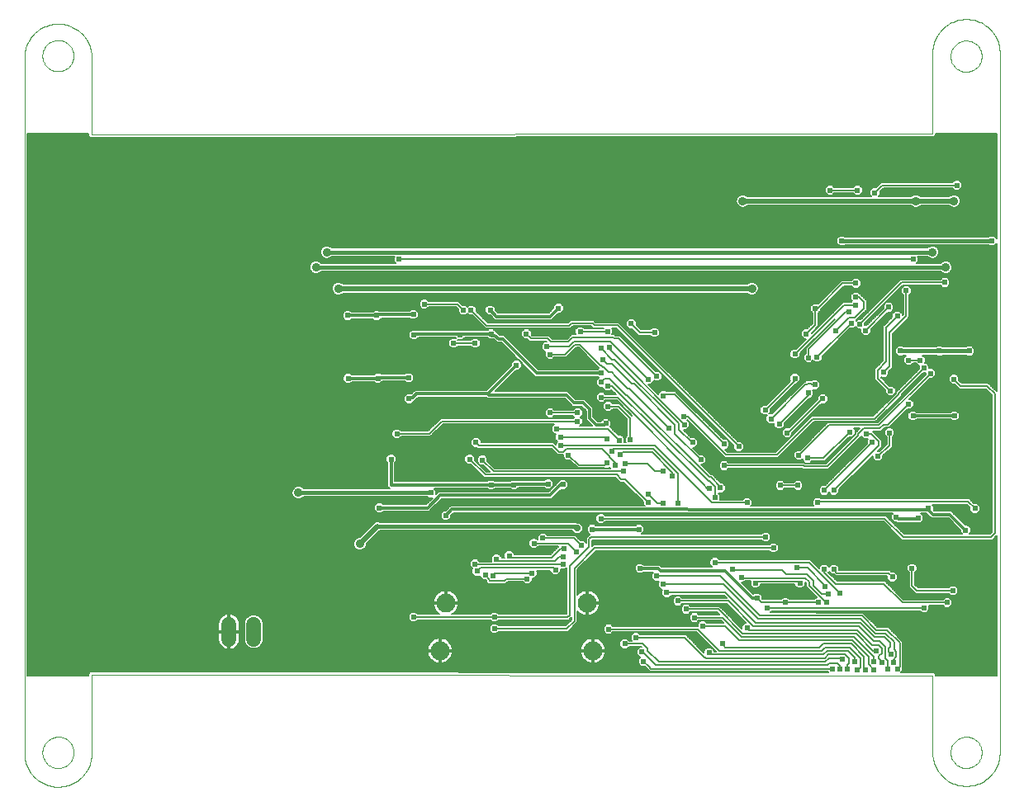
<source format=gbl>
G75*
G70*
%OFA0B0*%
%FSLAX24Y24*%
%IPPOS*%
%LPD*%
%AMOC8*
5,1,8,0,0,1.08239X$1,22.5*
%
%ADD10C,0.0000*%
%ADD11C,0.0768*%
%ADD12C,0.0600*%
%ADD13C,0.0060*%
%ADD14C,0.0240*%
%ADD15C,0.0277*%
%ADD16C,0.0160*%
%ADD17C,0.0197*%
%ADD18C,0.0356*%
%ADD19C,0.0120*%
%ADD20C,0.0118*%
%ADD21C,0.0079*%
D10*
X000504Y001489D02*
X000504Y029619D01*
X001232Y029639D02*
X001234Y029689D01*
X001240Y029739D01*
X001250Y029788D01*
X001264Y029836D01*
X001281Y029883D01*
X001302Y029928D01*
X001327Y029972D01*
X001355Y030013D01*
X001387Y030052D01*
X001421Y030089D01*
X001458Y030123D01*
X001498Y030153D01*
X001540Y030180D01*
X001584Y030204D01*
X001630Y030225D01*
X001677Y030241D01*
X001725Y030254D01*
X001775Y030263D01*
X001824Y030268D01*
X001875Y030269D01*
X001925Y030266D01*
X001974Y030259D01*
X002023Y030248D01*
X002071Y030233D01*
X002117Y030215D01*
X002162Y030193D01*
X002205Y030167D01*
X002246Y030138D01*
X002285Y030106D01*
X002321Y030071D01*
X002353Y030033D01*
X002383Y029993D01*
X002410Y029950D01*
X002433Y029906D01*
X002452Y029860D01*
X002468Y029812D01*
X002480Y029763D01*
X002488Y029714D01*
X002492Y029664D01*
X002492Y029614D01*
X002488Y029564D01*
X002480Y029515D01*
X002468Y029466D01*
X002452Y029418D01*
X002433Y029372D01*
X002410Y029328D01*
X002383Y029285D01*
X002353Y029245D01*
X002321Y029207D01*
X002285Y029172D01*
X002246Y029140D01*
X002205Y029111D01*
X002162Y029085D01*
X002117Y029063D01*
X002071Y029045D01*
X002023Y029030D01*
X001974Y029019D01*
X001925Y029012D01*
X001875Y029009D01*
X001824Y029010D01*
X001775Y029015D01*
X001725Y029024D01*
X001677Y029037D01*
X001630Y029053D01*
X001584Y029074D01*
X001540Y029098D01*
X001498Y029125D01*
X001458Y029155D01*
X001421Y029189D01*
X001387Y029226D01*
X001355Y029265D01*
X001327Y029306D01*
X001302Y029350D01*
X001281Y029395D01*
X001264Y029442D01*
X001250Y029490D01*
X001240Y029539D01*
X001234Y029589D01*
X001232Y029639D01*
X000504Y029619D02*
X000508Y029691D01*
X000517Y029763D01*
X000529Y029835D01*
X000545Y029905D01*
X000565Y029975D01*
X000588Y030043D01*
X000615Y030110D01*
X000646Y030176D01*
X000680Y030240D01*
X000717Y030302D01*
X000757Y030362D01*
X000801Y030419D01*
X000848Y030475D01*
X000897Y030527D01*
X000950Y030577D01*
X001005Y030624D01*
X001062Y030669D01*
X001122Y030710D01*
X001183Y030747D01*
X001247Y030782D01*
X001312Y030813D01*
X001379Y030840D01*
X001448Y030864D01*
X001517Y030884D01*
X001587Y030901D01*
X001659Y030914D01*
X001731Y030923D01*
X001803Y030928D01*
X001875Y030929D01*
X001947Y030926D01*
X002019Y030920D01*
X002091Y030910D01*
X002162Y030895D01*
X002232Y030878D01*
X002301Y030856D01*
X002369Y030831D01*
X002435Y030802D01*
X002500Y030770D01*
X002563Y030734D01*
X002624Y030695D01*
X002683Y030653D01*
X002739Y030608D01*
X002793Y030560D01*
X002845Y030509D01*
X002893Y030455D01*
X002939Y030399D01*
X002982Y030340D01*
X003021Y030280D01*
X003057Y030217D01*
X003090Y030153D01*
X003119Y030086D01*
X003145Y030019D01*
X003167Y029950D01*
X003185Y029880D01*
X003200Y029809D01*
X003211Y029737D01*
X003218Y029665D01*
X003221Y029593D01*
X003220Y029521D01*
X003220Y026470D01*
X037157Y026489D01*
X037157Y029757D01*
X037158Y029757D02*
X037160Y029829D01*
X037166Y029901D01*
X037175Y029973D01*
X037189Y030044D01*
X037206Y030114D01*
X037227Y030184D01*
X037251Y030252D01*
X037279Y030318D01*
X037311Y030383D01*
X037346Y030446D01*
X037384Y030508D01*
X037426Y030567D01*
X037471Y030624D01*
X037518Y030678D01*
X037569Y030730D01*
X037622Y030779D01*
X037677Y030825D01*
X037735Y030868D01*
X037796Y030908D01*
X037858Y030945D01*
X037922Y030978D01*
X037988Y031008D01*
X038055Y031034D01*
X038124Y031057D01*
X038194Y031076D01*
X038264Y031091D01*
X038336Y031103D01*
X038408Y031111D01*
X038480Y031115D01*
X038552Y031115D01*
X038624Y031111D01*
X038696Y031103D01*
X038768Y031091D01*
X038838Y031076D01*
X038908Y031057D01*
X038977Y031034D01*
X039044Y031008D01*
X039110Y030978D01*
X039174Y030945D01*
X039236Y030908D01*
X039297Y030868D01*
X039355Y030825D01*
X039410Y030779D01*
X039463Y030730D01*
X039514Y030678D01*
X039561Y030624D01*
X039606Y030567D01*
X039648Y030508D01*
X039686Y030446D01*
X039721Y030383D01*
X039753Y030318D01*
X039781Y030252D01*
X039805Y030184D01*
X039826Y030114D01*
X039843Y030044D01*
X039857Y029973D01*
X039866Y029901D01*
X039872Y029829D01*
X039874Y029757D01*
X039874Y001489D01*
X039872Y001417D01*
X039866Y001345D01*
X039857Y001273D01*
X039843Y001202D01*
X039826Y001132D01*
X039805Y001062D01*
X039781Y000994D01*
X039753Y000928D01*
X039721Y000863D01*
X039686Y000800D01*
X039648Y000738D01*
X039606Y000679D01*
X039561Y000622D01*
X039514Y000568D01*
X039463Y000516D01*
X039410Y000467D01*
X039355Y000421D01*
X039297Y000378D01*
X039236Y000338D01*
X039174Y000301D01*
X039110Y000268D01*
X039044Y000238D01*
X038977Y000212D01*
X038908Y000189D01*
X038838Y000170D01*
X038768Y000155D01*
X038696Y000143D01*
X038624Y000135D01*
X038552Y000131D01*
X038480Y000131D01*
X038408Y000135D01*
X038336Y000143D01*
X038264Y000155D01*
X038194Y000170D01*
X038124Y000189D01*
X038055Y000212D01*
X037988Y000238D01*
X037922Y000268D01*
X037858Y000301D01*
X037796Y000338D01*
X037735Y000378D01*
X037677Y000421D01*
X037622Y000467D01*
X037569Y000516D01*
X037518Y000568D01*
X037471Y000622D01*
X037426Y000679D01*
X037384Y000738D01*
X037346Y000800D01*
X037311Y000863D01*
X037279Y000928D01*
X037251Y000994D01*
X037227Y001062D01*
X037206Y001132D01*
X037189Y001202D01*
X037175Y001273D01*
X037166Y001345D01*
X037160Y001417D01*
X037158Y001489D01*
X037157Y001489D02*
X037157Y004600D01*
X003220Y004619D01*
X003220Y001430D01*
X003221Y001430D02*
X003217Y001358D01*
X003210Y001286D01*
X003199Y001215D01*
X003184Y001144D01*
X003165Y001074D01*
X003143Y001005D01*
X003117Y000938D01*
X003087Y000872D01*
X003054Y000807D01*
X003018Y000745D01*
X002978Y000684D01*
X002935Y000626D01*
X002889Y000570D01*
X002840Y000517D01*
X002789Y000466D01*
X002734Y000418D01*
X002678Y000373D01*
X002619Y000331D01*
X002558Y000293D01*
X002495Y000257D01*
X002430Y000225D01*
X002363Y000197D01*
X002295Y000172D01*
X002226Y000151D01*
X002156Y000133D01*
X002085Y000119D01*
X002013Y000109D01*
X001941Y000103D01*
X001869Y000101D01*
X001796Y000103D01*
X001724Y000108D01*
X001652Y000117D01*
X001581Y000130D01*
X001511Y000147D01*
X001441Y000168D01*
X001373Y000192D01*
X001307Y000220D01*
X001241Y000251D01*
X001178Y000286D01*
X001116Y000324D01*
X001057Y000365D01*
X001000Y000410D01*
X000945Y000457D01*
X000893Y000507D01*
X000844Y000560D01*
X000797Y000616D01*
X000754Y000673D01*
X000713Y000734D01*
X000676Y000796D01*
X000643Y000860D01*
X000613Y000925D01*
X000586Y000993D01*
X000563Y001061D01*
X000543Y001131D01*
X000528Y001202D01*
X000516Y001273D01*
X000508Y001345D01*
X000504Y001417D01*
X000503Y001490D01*
X001232Y001489D02*
X001234Y001539D01*
X001240Y001589D01*
X001250Y001638D01*
X001264Y001686D01*
X001281Y001733D01*
X001302Y001778D01*
X001327Y001822D01*
X001355Y001863D01*
X001387Y001902D01*
X001421Y001939D01*
X001458Y001973D01*
X001498Y002003D01*
X001540Y002030D01*
X001584Y002054D01*
X001630Y002075D01*
X001677Y002091D01*
X001725Y002104D01*
X001775Y002113D01*
X001824Y002118D01*
X001875Y002119D01*
X001925Y002116D01*
X001974Y002109D01*
X002023Y002098D01*
X002071Y002083D01*
X002117Y002065D01*
X002162Y002043D01*
X002205Y002017D01*
X002246Y001988D01*
X002285Y001956D01*
X002321Y001921D01*
X002353Y001883D01*
X002383Y001843D01*
X002410Y001800D01*
X002433Y001756D01*
X002452Y001710D01*
X002468Y001662D01*
X002480Y001613D01*
X002488Y001564D01*
X002492Y001514D01*
X002492Y001464D01*
X002488Y001414D01*
X002480Y001365D01*
X002468Y001316D01*
X002452Y001268D01*
X002433Y001222D01*
X002410Y001178D01*
X002383Y001135D01*
X002353Y001095D01*
X002321Y001057D01*
X002285Y001022D01*
X002246Y000990D01*
X002205Y000961D01*
X002162Y000935D01*
X002117Y000913D01*
X002071Y000895D01*
X002023Y000880D01*
X001974Y000869D01*
X001925Y000862D01*
X001875Y000859D01*
X001824Y000860D01*
X001775Y000865D01*
X001725Y000874D01*
X001677Y000887D01*
X001630Y000903D01*
X001584Y000924D01*
X001540Y000948D01*
X001498Y000975D01*
X001458Y001005D01*
X001421Y001039D01*
X001387Y001076D01*
X001355Y001115D01*
X001327Y001156D01*
X001302Y001200D01*
X001281Y001245D01*
X001264Y001292D01*
X001250Y001340D01*
X001240Y001389D01*
X001234Y001439D01*
X001232Y001489D01*
X037886Y001489D02*
X037888Y001539D01*
X037894Y001589D01*
X037904Y001638D01*
X037918Y001686D01*
X037935Y001733D01*
X037956Y001778D01*
X037981Y001822D01*
X038009Y001863D01*
X038041Y001902D01*
X038075Y001939D01*
X038112Y001973D01*
X038152Y002003D01*
X038194Y002030D01*
X038238Y002054D01*
X038284Y002075D01*
X038331Y002091D01*
X038379Y002104D01*
X038429Y002113D01*
X038478Y002118D01*
X038529Y002119D01*
X038579Y002116D01*
X038628Y002109D01*
X038677Y002098D01*
X038725Y002083D01*
X038771Y002065D01*
X038816Y002043D01*
X038859Y002017D01*
X038900Y001988D01*
X038939Y001956D01*
X038975Y001921D01*
X039007Y001883D01*
X039037Y001843D01*
X039064Y001800D01*
X039087Y001756D01*
X039106Y001710D01*
X039122Y001662D01*
X039134Y001613D01*
X039142Y001564D01*
X039146Y001514D01*
X039146Y001464D01*
X039142Y001414D01*
X039134Y001365D01*
X039122Y001316D01*
X039106Y001268D01*
X039087Y001222D01*
X039064Y001178D01*
X039037Y001135D01*
X039007Y001095D01*
X038975Y001057D01*
X038939Y001022D01*
X038900Y000990D01*
X038859Y000961D01*
X038816Y000935D01*
X038771Y000913D01*
X038725Y000895D01*
X038677Y000880D01*
X038628Y000869D01*
X038579Y000862D01*
X038529Y000859D01*
X038478Y000860D01*
X038429Y000865D01*
X038379Y000874D01*
X038331Y000887D01*
X038284Y000903D01*
X038238Y000924D01*
X038194Y000948D01*
X038152Y000975D01*
X038112Y001005D01*
X038075Y001039D01*
X038041Y001076D01*
X038009Y001115D01*
X037981Y001156D01*
X037956Y001200D01*
X037935Y001245D01*
X037918Y001292D01*
X037904Y001340D01*
X037894Y001389D01*
X037888Y001439D01*
X037886Y001489D01*
X037886Y029619D02*
X037888Y029669D01*
X037894Y029719D01*
X037904Y029768D01*
X037918Y029816D01*
X037935Y029863D01*
X037956Y029908D01*
X037981Y029952D01*
X038009Y029993D01*
X038041Y030032D01*
X038075Y030069D01*
X038112Y030103D01*
X038152Y030133D01*
X038194Y030160D01*
X038238Y030184D01*
X038284Y030205D01*
X038331Y030221D01*
X038379Y030234D01*
X038429Y030243D01*
X038478Y030248D01*
X038529Y030249D01*
X038579Y030246D01*
X038628Y030239D01*
X038677Y030228D01*
X038725Y030213D01*
X038771Y030195D01*
X038816Y030173D01*
X038859Y030147D01*
X038900Y030118D01*
X038939Y030086D01*
X038975Y030051D01*
X039007Y030013D01*
X039037Y029973D01*
X039064Y029930D01*
X039087Y029886D01*
X039106Y029840D01*
X039122Y029792D01*
X039134Y029743D01*
X039142Y029694D01*
X039146Y029644D01*
X039146Y029594D01*
X039142Y029544D01*
X039134Y029495D01*
X039122Y029446D01*
X039106Y029398D01*
X039087Y029352D01*
X039064Y029308D01*
X039037Y029265D01*
X039007Y029225D01*
X038975Y029187D01*
X038939Y029152D01*
X038900Y029120D01*
X038859Y029091D01*
X038816Y029065D01*
X038771Y029043D01*
X038725Y029025D01*
X038677Y029010D01*
X038628Y028999D01*
X038579Y028992D01*
X038529Y028989D01*
X038478Y028990D01*
X038429Y028995D01*
X038379Y029004D01*
X038331Y029017D01*
X038284Y029033D01*
X038238Y029054D01*
X038194Y029078D01*
X038152Y029105D01*
X038112Y029135D01*
X038075Y029169D01*
X038041Y029206D01*
X038009Y029245D01*
X037981Y029286D01*
X037956Y029330D01*
X037935Y029375D01*
X037918Y029422D01*
X037904Y029470D01*
X037894Y029519D01*
X037888Y029569D01*
X037886Y029619D01*
D11*
X023220Y007533D03*
X023457Y005603D03*
X017276Y005603D03*
X017512Y007533D03*
D12*
X009764Y006671D02*
X009764Y006071D01*
X008764Y006071D02*
X008764Y006671D01*
D13*
X008734Y006688D02*
X008794Y006688D01*
X008794Y006746D02*
X008734Y006746D01*
X008734Y006805D02*
X008794Y006805D01*
X008794Y006864D02*
X008734Y006864D01*
X008734Y006922D02*
X008794Y006922D01*
X008794Y006981D02*
X008734Y006981D01*
X008734Y007039D02*
X008794Y007039D01*
X008794Y007098D02*
X008734Y007098D01*
X008734Y007101D02*
X008730Y007101D01*
X008663Y007091D01*
X008599Y007070D01*
X008538Y007039D01*
X008484Y006999D01*
X008436Y006951D01*
X008396Y006897D01*
X008365Y006836D01*
X008344Y006772D01*
X008334Y006705D01*
X008334Y006401D01*
X008734Y006401D01*
X008734Y007101D01*
X008708Y007098D02*
X000634Y007098D01*
X000634Y007156D02*
X016110Y007156D01*
X016126Y007172D02*
X016003Y007049D01*
X016003Y006875D01*
X016126Y006752D01*
X016300Y006752D01*
X016390Y006842D01*
X019303Y006842D01*
X019393Y006752D01*
X019567Y006752D01*
X019657Y006842D01*
X022483Y006842D01*
X022553Y006912D01*
X022589Y006948D01*
X022589Y006854D01*
X022344Y006609D01*
X019657Y006609D01*
X019567Y006699D01*
X019393Y006699D01*
X019270Y006576D01*
X019270Y006402D01*
X019393Y006279D01*
X019567Y006279D01*
X019657Y006369D01*
X022344Y006369D01*
X022443Y006369D01*
X022758Y006684D01*
X022829Y006755D01*
X022829Y007198D01*
X022886Y007141D01*
X022951Y007093D01*
X023023Y007056D01*
X023100Y007031D01*
X023180Y007019D01*
X023190Y007019D01*
X023190Y007502D01*
X023250Y007502D01*
X023250Y007019D01*
X023261Y007019D01*
X023341Y007031D01*
X023418Y007056D01*
X023490Y007093D01*
X023555Y007141D01*
X023612Y007198D01*
X023660Y007263D01*
X023697Y007335D01*
X023722Y007412D01*
X023734Y007492D01*
X023734Y007503D01*
X023251Y007503D01*
X023251Y007563D01*
X023734Y007563D01*
X023734Y007573D01*
X023722Y007653D01*
X023697Y007730D01*
X023660Y007802D01*
X023612Y007867D01*
X023555Y007925D01*
X023490Y007972D01*
X023418Y008009D01*
X023341Y008034D01*
X023261Y008046D01*
X023250Y008046D01*
X023250Y007563D01*
X023190Y007563D01*
X023190Y008046D01*
X023180Y008046D01*
X023100Y008034D01*
X023023Y008009D01*
X022951Y007972D01*
X022886Y007925D01*
X022829Y007867D01*
X022829Y008881D01*
X023585Y009637D01*
X030563Y009637D01*
X030653Y009547D01*
X030827Y009547D01*
X030950Y009670D01*
X030950Y009844D01*
X030827Y009967D01*
X030653Y009967D01*
X030563Y009877D01*
X023486Y009877D01*
X023419Y009810D01*
X023419Y009846D01*
X023419Y010062D01*
X023428Y010070D01*
X030248Y010070D01*
X030338Y009980D01*
X030512Y009980D01*
X030635Y010103D01*
X030635Y010277D01*
X030512Y010400D01*
X030338Y010400D01*
X030248Y010310D01*
X025409Y010310D01*
X025517Y010418D01*
X025517Y010592D01*
X025394Y010715D01*
X025220Y010715D01*
X025160Y010655D01*
X023564Y010655D01*
X023504Y010715D01*
X023330Y010715D01*
X023207Y010592D01*
X023207Y010418D01*
X023322Y010304D01*
X023249Y010231D01*
X023179Y010161D01*
X023179Y009957D01*
X023071Y010065D01*
X022944Y010065D01*
X022809Y010200D01*
X022809Y010200D01*
X022739Y010271D01*
X021606Y010271D01*
X021516Y010361D01*
X021342Y010361D01*
X021219Y010238D01*
X021219Y010087D01*
X021162Y010144D01*
X020988Y010144D01*
X020865Y010021D01*
X020865Y009847D01*
X020988Y009724D01*
X021162Y009724D01*
X021252Y009814D01*
X022065Y009814D01*
X021734Y009483D01*
X020281Y009483D01*
X020281Y009529D01*
X020158Y009652D01*
X019984Y009652D01*
X019861Y009529D01*
X019861Y009355D01*
X019870Y009345D01*
X019769Y009345D01*
X019769Y009391D01*
X019646Y009514D01*
X019472Y009514D01*
X019349Y009391D01*
X019349Y009217D01*
X019359Y009208D01*
X018890Y009208D01*
X018780Y009317D01*
X018606Y009317D01*
X018483Y009194D01*
X018483Y009020D01*
X018583Y008920D01*
X018562Y008899D01*
X018562Y008725D01*
X018685Y008602D01*
X018859Y008602D01*
X018896Y008640D01*
X018896Y008587D01*
X019019Y008464D01*
X019107Y008464D01*
X019145Y008410D01*
X019163Y008382D01*
X019163Y008369D01*
X019190Y008342D01*
X019211Y008311D01*
X019224Y008308D01*
X019234Y008298D01*
X019272Y008298D01*
X019309Y008291D01*
X019320Y008298D01*
X019824Y008298D01*
X019924Y008298D01*
X020002Y008377D01*
X020622Y008377D01*
X020712Y008287D01*
X020886Y008287D01*
X021009Y008410D01*
X021009Y008523D01*
X021083Y008523D01*
X021206Y008646D01*
X021206Y008820D01*
X021196Y008830D01*
X021731Y008830D01*
X021731Y008784D01*
X021854Y008661D01*
X022028Y008661D01*
X022151Y008784D01*
X022151Y008878D01*
X022323Y008878D01*
X022392Y008946D01*
X022392Y007090D01*
X022383Y007082D01*
X019657Y007082D01*
X019567Y007172D01*
X019393Y007172D01*
X019303Y007082D01*
X017759Y007082D01*
X017781Y007093D01*
X017847Y007141D01*
X017904Y007198D01*
X017951Y007263D01*
X017988Y007335D01*
X018013Y007412D01*
X018026Y007492D01*
X018026Y007503D01*
X017542Y007503D01*
X017542Y007563D01*
X017482Y007563D01*
X017482Y008046D01*
X017471Y008046D01*
X017391Y008034D01*
X017315Y008009D01*
X017242Y007972D01*
X017177Y007925D01*
X017120Y007867D01*
X017072Y007802D01*
X017036Y007730D01*
X017011Y007653D01*
X016998Y007573D01*
X016998Y007563D01*
X017482Y007563D01*
X017482Y007503D01*
X016998Y007503D01*
X016998Y007492D01*
X017011Y007412D01*
X017036Y007335D01*
X017072Y007263D01*
X017120Y007198D01*
X017177Y007141D01*
X017242Y007093D01*
X017265Y007082D01*
X016390Y007082D01*
X016300Y007172D01*
X016126Y007172D01*
X016052Y007098D02*
X008820Y007098D01*
X008798Y007101D02*
X008864Y007091D01*
X008929Y007070D01*
X008989Y007039D01*
X009044Y006999D01*
X009092Y006951D01*
X009131Y006897D01*
X009162Y006836D01*
X009183Y006772D01*
X009194Y006705D01*
X009194Y006401D01*
X008794Y006401D01*
X008794Y006341D01*
X009194Y006341D01*
X009194Y006037D01*
X009183Y005970D01*
X009162Y005906D01*
X009131Y005846D01*
X009092Y005791D01*
X009044Y005743D01*
X008989Y005703D01*
X008929Y005673D01*
X008864Y005652D01*
X008798Y005641D01*
X008794Y005641D01*
X008794Y006341D01*
X008734Y006341D01*
X008734Y005641D01*
X008730Y005641D01*
X008663Y005652D01*
X008599Y005673D01*
X008538Y005703D01*
X008484Y005743D01*
X008436Y005791D01*
X008396Y005846D01*
X008365Y005906D01*
X008344Y005970D01*
X008334Y006037D01*
X008334Y006341D01*
X008734Y006341D01*
X008734Y006401D01*
X008794Y006401D01*
X008794Y007101D01*
X008798Y007101D01*
X008989Y007039D02*
X009633Y007039D01*
X009686Y007061D02*
X009543Y007002D01*
X009433Y006892D01*
X009374Y006749D01*
X009374Y005994D01*
X009433Y005850D01*
X009543Y005741D01*
X009686Y005681D01*
X009841Y005681D01*
X009985Y005741D01*
X010094Y005850D01*
X010154Y005994D01*
X010154Y006749D01*
X010094Y006892D01*
X009985Y007002D01*
X009841Y007061D01*
X009686Y007061D01*
X009522Y006981D02*
X009062Y006981D01*
X009113Y006922D02*
X009463Y006922D01*
X009421Y006864D02*
X009148Y006864D01*
X009172Y006805D02*
X009397Y006805D01*
X009374Y006746D02*
X009187Y006746D01*
X009194Y006688D02*
X009374Y006688D01*
X009374Y006629D02*
X009194Y006629D01*
X009194Y006571D02*
X009374Y006571D01*
X009374Y006512D02*
X009194Y006512D01*
X009194Y006454D02*
X009374Y006454D01*
X009374Y006395D02*
X008794Y006395D01*
X008794Y006337D02*
X008734Y006337D01*
X008734Y006395D02*
X000634Y006395D01*
X000634Y006337D02*
X008334Y006337D01*
X008334Y006278D02*
X000634Y006278D01*
X000634Y006220D02*
X008334Y006220D01*
X008334Y006161D02*
X000634Y006161D01*
X000634Y006102D02*
X008334Y006102D01*
X008334Y006044D02*
X000634Y006044D01*
X000634Y005985D02*
X008342Y005985D01*
X008359Y005927D02*
X000634Y005927D01*
X000634Y005868D02*
X008385Y005868D01*
X008422Y005810D02*
X000634Y005810D01*
X000634Y005751D02*
X008476Y005751D01*
X008560Y005693D02*
X000634Y005693D01*
X000634Y005634D02*
X016762Y005634D01*
X016762Y005633D02*
X017245Y005633D01*
X017245Y005573D01*
X016762Y005573D01*
X016762Y005563D01*
X016774Y005483D01*
X016799Y005406D01*
X016836Y005334D01*
X016884Y005269D01*
X016941Y005211D01*
X017006Y005164D01*
X017078Y005127D01*
X017155Y005102D01*
X017235Y005090D01*
X017246Y005090D01*
X017246Y005573D01*
X017306Y005573D01*
X017306Y005633D01*
X017789Y005633D01*
X017789Y005644D01*
X017777Y005724D01*
X017752Y005801D01*
X017715Y005873D01*
X017668Y005938D01*
X017610Y005995D01*
X017545Y006043D01*
X017473Y006080D01*
X017396Y006105D01*
X017316Y006117D01*
X017306Y006117D01*
X017306Y005634D01*
X017246Y005634D01*
X017246Y006117D01*
X017235Y006117D01*
X017155Y006105D01*
X017078Y006080D01*
X017006Y006043D01*
X016941Y005995D01*
X016884Y005938D01*
X016836Y005873D01*
X016799Y005801D01*
X016774Y005724D01*
X016762Y005644D01*
X016762Y005633D01*
X016769Y005693D02*
X009869Y005693D01*
X009995Y005751D02*
X016783Y005751D01*
X016804Y005810D02*
X010054Y005810D01*
X010102Y005868D02*
X016834Y005868D01*
X016875Y005927D02*
X010126Y005927D01*
X010150Y005985D02*
X016931Y005985D01*
X017008Y006044D02*
X010154Y006044D01*
X010154Y006102D02*
X017148Y006102D01*
X017246Y006102D02*
X017306Y006102D01*
X017306Y006044D02*
X017246Y006044D01*
X017246Y005985D02*
X017306Y005985D01*
X017306Y005927D02*
X017246Y005927D01*
X017246Y005868D02*
X017306Y005868D01*
X017306Y005810D02*
X017246Y005810D01*
X017246Y005751D02*
X017306Y005751D01*
X017306Y005693D02*
X017246Y005693D01*
X017246Y005634D02*
X017306Y005634D01*
X017306Y005576D02*
X023426Y005576D01*
X023426Y005573D02*
X022943Y005573D01*
X022943Y005563D01*
X022955Y005483D01*
X022980Y005406D01*
X023017Y005334D01*
X023065Y005269D01*
X023122Y005211D01*
X023187Y005164D01*
X023259Y005127D01*
X023336Y005102D01*
X023416Y005090D01*
X023427Y005090D01*
X023427Y005573D01*
X023487Y005573D01*
X023487Y005633D01*
X023971Y005633D01*
X023971Y005644D01*
X023958Y005724D01*
X023933Y005801D01*
X023896Y005873D01*
X023849Y005938D01*
X023791Y005995D01*
X023726Y006043D01*
X023654Y006080D01*
X023577Y006105D01*
X023497Y006117D01*
X023487Y006117D01*
X023487Y005634D01*
X023427Y005634D01*
X023427Y006117D01*
X023416Y006117D01*
X023336Y006105D01*
X023259Y006080D01*
X023187Y006043D01*
X023122Y005995D01*
X023065Y005938D01*
X023017Y005873D01*
X022980Y005801D01*
X022955Y005724D01*
X022943Y005644D01*
X022943Y005633D01*
X023426Y005633D01*
X023426Y005573D01*
X023427Y005517D02*
X023487Y005517D01*
X023487Y005573D02*
X023487Y005090D01*
X023497Y005090D01*
X023577Y005102D01*
X023654Y005127D01*
X023726Y005164D01*
X023791Y005211D01*
X023849Y005269D01*
X023896Y005334D01*
X023933Y005406D01*
X023958Y005483D01*
X023971Y005563D01*
X023971Y005573D01*
X023487Y005573D01*
X023487Y005576D02*
X025215Y005576D01*
X025215Y005631D02*
X025215Y005457D01*
X025338Y005334D01*
X025351Y005334D01*
X025274Y005257D01*
X025274Y005083D01*
X025397Y004960D01*
X025536Y004960D01*
X025638Y004867D01*
X025749Y004755D01*
X025849Y004755D01*
X032925Y004755D01*
X032949Y004732D01*
X003274Y004749D01*
X003274Y004749D01*
X003241Y004749D01*
X003167Y004749D01*
X003167Y004749D01*
X003167Y004749D01*
X003134Y004716D01*
X003091Y004673D01*
X003090Y004673D01*
X003090Y004624D01*
X003090Y004600D01*
X000634Y004600D01*
X000634Y026489D01*
X003090Y026489D01*
X003090Y026466D01*
X003090Y026416D01*
X003091Y026416D01*
X003091Y026416D01*
X003132Y026374D01*
X003167Y026340D01*
X003239Y026340D01*
X003274Y026340D01*
X037149Y026359D01*
X037211Y026359D01*
X037211Y026359D01*
X037211Y026359D01*
X037254Y026402D01*
X037287Y026435D01*
X037287Y026435D01*
X037287Y026436D01*
X037287Y026489D01*
X039744Y026489D01*
X039744Y022271D01*
X039646Y022369D01*
X039472Y022369D01*
X039432Y022329D01*
X033623Y022329D01*
X033583Y022369D01*
X033409Y022369D01*
X033286Y022246D01*
X033286Y022072D01*
X033409Y021949D01*
X033583Y021949D01*
X033623Y021989D01*
X039432Y021989D01*
X039472Y021949D01*
X039646Y021949D01*
X039744Y022047D01*
X039744Y016080D01*
X039412Y016412D01*
X039312Y016412D01*
X038349Y016412D01*
X038234Y016528D01*
X038234Y016655D01*
X038111Y016778D01*
X037937Y016778D01*
X037814Y016655D01*
X037814Y016481D01*
X037937Y016358D01*
X038064Y016358D01*
X038249Y016172D01*
X038349Y016172D01*
X039312Y016172D01*
X039557Y015928D01*
X039557Y010397D01*
X039470Y010310D01*
X038637Y010310D01*
X038706Y010379D01*
X038706Y010553D01*
X038583Y010676D01*
X038497Y010676D01*
X037928Y011245D01*
X037804Y011245D01*
X037244Y011245D01*
X037210Y011282D01*
X037210Y011438D01*
X037141Y011507D01*
X038545Y011507D01*
X038660Y011392D01*
X038660Y011264D01*
X038783Y011141D01*
X038957Y011141D01*
X039080Y011264D01*
X039080Y011438D01*
X038957Y011561D01*
X038830Y011561D01*
X038714Y011677D01*
X038644Y011747D01*
X032649Y011747D01*
X032599Y011798D01*
X032425Y011798D01*
X032302Y011675D01*
X032302Y011501D01*
X032356Y011446D01*
X029835Y011449D01*
X029887Y011501D01*
X029887Y011675D01*
X029764Y011798D01*
X029590Y011798D01*
X029500Y011708D01*
X028578Y011708D01*
X028588Y011717D01*
X028588Y011891D01*
X028511Y011968D01*
X028681Y011968D01*
X028804Y012091D01*
X028804Y012265D01*
X028681Y012388D01*
X028613Y012388D01*
X028340Y012661D01*
X028270Y012731D01*
X028211Y012731D01*
X027832Y013110D01*
X027894Y013110D01*
X028017Y013233D01*
X028017Y013407D01*
X027894Y013530D01*
X027764Y013530D01*
X027490Y013799D01*
X027559Y013799D01*
X027682Y013922D01*
X027682Y014096D01*
X027559Y014219D01*
X027412Y014219D01*
X027104Y014527D01*
X027225Y014527D01*
X027348Y014650D01*
X027348Y014824D01*
X027258Y014914D01*
X027260Y014917D01*
X028781Y013397D01*
X028880Y013397D01*
X030928Y013397D01*
X030998Y013467D01*
X032384Y014854D01*
X034865Y014854D01*
X034935Y014924D01*
X035919Y015908D01*
X035919Y015947D01*
X036782Y016811D01*
X036869Y016811D01*
X036869Y016764D01*
X034942Y014838D01*
X033034Y014838D01*
X032935Y014838D01*
X031804Y013707D01*
X031677Y013707D01*
X031554Y013584D01*
X031554Y013410D01*
X031677Y013287D01*
X031851Y013287D01*
X031908Y013344D01*
X031908Y013292D01*
X032031Y013169D01*
X032205Y013169D01*
X032295Y013259D01*
X032718Y013259D01*
X032817Y013259D01*
X033790Y014232D01*
X033918Y014232D01*
X034041Y014355D01*
X034041Y014529D01*
X033972Y014598D01*
X034230Y014598D01*
X034045Y014413D01*
X034045Y014354D01*
X032856Y013164D01*
X032030Y013164D01*
X031991Y013204D01*
X031891Y013204D01*
X028929Y013204D01*
X028839Y013294D01*
X028665Y013294D01*
X028542Y013171D01*
X028542Y012997D01*
X028665Y012874D01*
X028839Y012874D01*
X028929Y012964D01*
X031891Y012964D01*
X031931Y012924D01*
X032856Y012924D01*
X032955Y012924D01*
X034215Y014184D01*
X034285Y014255D01*
X034285Y014261D01*
X034393Y014153D01*
X034564Y014153D01*
X034506Y014096D01*
X034506Y013969D01*
X032828Y012290D01*
X032700Y012290D01*
X032577Y012167D01*
X032577Y011993D01*
X032700Y011870D01*
X032874Y011870D01*
X032984Y011980D01*
X033094Y011870D01*
X033268Y011870D01*
X033391Y011993D01*
X033391Y012120D01*
X034743Y013472D01*
X034743Y013371D01*
X034866Y013248D01*
X035040Y013248D01*
X035163Y013371D01*
X035163Y013488D01*
X035472Y013771D01*
X035475Y013771D01*
X035508Y013804D01*
X035543Y013836D01*
X035543Y013839D01*
X035545Y013841D01*
X035545Y013888D01*
X035547Y013935D01*
X035545Y013938D01*
X035545Y014226D01*
X035635Y014316D01*
X035635Y014490D01*
X035512Y014613D01*
X035338Y014613D01*
X035215Y014490D01*
X035215Y014316D01*
X035305Y014226D01*
X035305Y013944D01*
X035004Y013668D01*
X034939Y013668D01*
X035112Y013841D01*
X035112Y013941D01*
X035112Y014098D01*
X035042Y014168D01*
X034750Y014460D01*
X034982Y014460D01*
X035081Y014460D01*
X035239Y014617D01*
X035316Y014617D01*
X035416Y014617D01*
X036153Y015354D01*
X036280Y015354D01*
X036403Y015477D01*
X036403Y015651D01*
X036280Y015774D01*
X036218Y015774D01*
X037038Y016594D01*
X037166Y016594D01*
X037289Y016717D01*
X037289Y016891D01*
X037166Y017014D01*
X037033Y017014D01*
X037033Y017108D01*
X036910Y017231D01*
X036857Y017231D01*
X036875Y017249D01*
X036875Y017423D01*
X036758Y017540D01*
X037306Y017540D01*
X037346Y017500D01*
X037520Y017500D01*
X037560Y017540D01*
X038526Y017540D01*
X038567Y017500D01*
X038741Y017500D01*
X038864Y017623D01*
X038864Y017797D01*
X038741Y017920D01*
X038567Y017920D01*
X038526Y017880D01*
X037560Y017880D01*
X037520Y017920D01*
X037346Y017920D01*
X037306Y017880D01*
X035985Y017880D01*
X035945Y017920D01*
X035771Y017920D01*
X035648Y017797D01*
X035648Y017623D01*
X035771Y017500D01*
X035945Y017500D01*
X035985Y017540D01*
X036100Y017540D01*
X035983Y017423D01*
X035983Y017249D01*
X036106Y017126D01*
X036280Y017126D01*
X036370Y017216D01*
X036488Y017216D01*
X036578Y017126D01*
X036631Y017126D01*
X036613Y017108D01*
X036613Y016980D01*
X035749Y016117D01*
X035679Y016047D01*
X035679Y016007D01*
X034765Y015094D01*
X032384Y015094D01*
X032285Y015094D01*
X030828Y013637D01*
X028880Y013637D01*
X028777Y013740D01*
X028839Y013740D01*
X028962Y013863D01*
X028962Y014037D01*
X028839Y014160D01*
X028712Y014160D01*
X026864Y016007D01*
X026864Y016007D01*
X026794Y016078D01*
X026409Y016078D01*
X026378Y016109D01*
X026204Y016109D01*
X026081Y015986D01*
X026081Y015971D01*
X025697Y016358D01*
X025788Y016358D01*
X025911Y016481D01*
X025911Y016514D01*
X025948Y016476D01*
X026122Y016476D01*
X026245Y016599D01*
X026245Y016773D01*
X026122Y016896D01*
X025995Y016896D01*
X024550Y018342D01*
X024450Y018342D01*
X024353Y018342D01*
X024313Y018381D01*
X024228Y018381D01*
X024257Y018410D01*
X024257Y018584D01*
X024208Y018633D01*
X024391Y018633D01*
X029132Y013892D01*
X029132Y013764D01*
X029256Y013641D01*
X029429Y013641D01*
X029553Y013764D01*
X029553Y013938D01*
X029429Y014061D01*
X029302Y014061D01*
X024491Y018873D01*
X024391Y018873D01*
X023565Y018873D01*
X023487Y018952D01*
X023387Y018952D01*
X022541Y018952D01*
X022471Y018881D01*
X022442Y018853D01*
X019215Y018853D01*
X018745Y019323D01*
X018745Y019450D01*
X019093Y019450D01*
X019093Y019276D01*
X019216Y019153D01*
X019302Y019153D01*
X019497Y018958D01*
X019621Y018958D01*
X021786Y018958D01*
X021873Y019046D01*
X022060Y019232D01*
X022146Y019232D01*
X022269Y019355D01*
X022269Y019529D01*
X022146Y019652D01*
X021972Y019652D01*
X021849Y019529D01*
X021849Y019443D01*
X021663Y019256D01*
X019621Y019256D01*
X019513Y019364D01*
X019513Y019450D01*
X021849Y019450D01*
X021849Y019509D02*
X019455Y019509D01*
X019513Y019450D02*
X019390Y019573D01*
X019216Y019573D01*
X019093Y019450D01*
X019093Y019392D02*
X018745Y019392D01*
X018745Y019450D02*
X018622Y019573D01*
X018448Y019573D01*
X018378Y019503D01*
X018307Y019573D01*
X018180Y019573D01*
X018034Y019719D01*
X017935Y019719D01*
X016823Y019719D01*
X016733Y019810D01*
X016559Y019810D01*
X016436Y019686D01*
X016436Y019513D01*
X016559Y019389D01*
X016733Y019389D01*
X016823Y019480D01*
X017935Y019480D01*
X018010Y019404D01*
X018010Y019276D01*
X018133Y019153D01*
X018307Y019153D01*
X018378Y019224D01*
X018448Y019153D01*
X018576Y019153D01*
X019045Y018684D01*
X019116Y018613D01*
X022442Y018613D01*
X022542Y018613D01*
X022640Y018712D01*
X023387Y018712D01*
X023396Y018703D01*
X023466Y018633D01*
X023886Y018633D01*
X023870Y018617D01*
X023122Y018617D01*
X023032Y018707D01*
X022858Y018707D01*
X022735Y018584D01*
X022735Y018410D01*
X022764Y018381D01*
X022680Y018381D01*
X022580Y018381D01*
X022403Y018204D01*
X021813Y018204D01*
X021746Y018271D01*
X021676Y018342D01*
X020987Y018342D01*
X020970Y018358D01*
X020970Y018486D01*
X020847Y018609D01*
X020673Y018609D01*
X020550Y018486D01*
X020550Y018312D01*
X020673Y018189D01*
X020800Y018189D01*
X020817Y018172D01*
X020887Y018102D01*
X021576Y018102D01*
X021581Y018097D01*
X021500Y018097D01*
X021377Y017974D01*
X021377Y017800D01*
X021500Y017677D01*
X021532Y017677D01*
X021514Y017659D01*
X021514Y017485D01*
X021637Y017362D01*
X021811Y017362D01*
X021901Y017452D01*
X022384Y017452D01*
X022455Y017522D01*
X022778Y017846D01*
X022875Y017846D01*
X023696Y017025D01*
X023643Y016973D01*
X021255Y016973D01*
X019964Y018264D01*
X019877Y018351D01*
X019700Y018351D01*
X019649Y018401D01*
X019562Y018489D01*
X019550Y018489D01*
X019429Y018609D01*
X019256Y018609D01*
X019195Y018548D01*
X018191Y018548D01*
X018170Y018569D01*
X017996Y018569D01*
X017974Y018548D01*
X016341Y018548D01*
X016319Y018569D01*
X016145Y018569D01*
X016022Y018446D01*
X016022Y018272D01*
X016145Y018149D01*
X016319Y018149D01*
X016420Y018250D01*
X017895Y018250D01*
X017910Y018235D01*
X017740Y018235D01*
X017617Y018112D01*
X017617Y017938D01*
X017740Y017815D01*
X017914Y017815D01*
X018004Y017905D01*
X018516Y017905D01*
X018606Y017815D01*
X018780Y017815D01*
X018903Y017938D01*
X018903Y018112D01*
X018780Y018235D01*
X018606Y018235D01*
X018516Y018145D01*
X018004Y018145D01*
X017999Y018149D01*
X018170Y018149D01*
X018270Y018250D01*
X019195Y018250D01*
X019256Y018189D01*
X019429Y018189D01*
X019431Y018191D01*
X019438Y018191D01*
X019576Y018053D01*
X019700Y018053D01*
X019753Y018053D01*
X021131Y016675D01*
X021255Y016675D01*
X023643Y016675D01*
X023681Y016637D01*
X023581Y016537D01*
X023581Y016363D01*
X023704Y016240D01*
X023837Y016240D01*
X023837Y016205D01*
X023960Y016082D01*
X024134Y016082D01*
X024190Y016138D01*
X024372Y015960D01*
X023968Y015960D01*
X023878Y016050D01*
X023704Y016050D01*
X023581Y015927D01*
X023581Y015753D01*
X023704Y015630D01*
X023878Y015630D01*
X023968Y015720D01*
X024410Y015720D01*
X025032Y015084D01*
X025002Y015113D01*
X024530Y015586D01*
X024431Y015586D01*
X024244Y015586D01*
X024154Y015676D01*
X023980Y015676D01*
X023857Y015553D01*
X023857Y015379D01*
X023980Y015256D01*
X024154Y015256D01*
X024244Y015346D01*
X024431Y015346D01*
X024833Y014944D01*
X024833Y014304D01*
X024743Y014214D01*
X024743Y014040D01*
X024772Y014011D01*
X024720Y014011D01*
X024730Y014020D01*
X024730Y014194D01*
X024607Y014317D01*
X024479Y014317D01*
X024143Y014654D01*
X024179Y014690D01*
X024179Y014864D01*
X024055Y014987D01*
X023881Y014987D01*
X023761Y014867D01*
X023656Y014867D01*
X023468Y015055D01*
X023468Y015409D01*
X023381Y015497D01*
X023105Y015772D01*
X022982Y015772D01*
X022751Y015772D01*
X022523Y016000D01*
X022436Y016087D01*
X019525Y016087D01*
X020367Y016929D01*
X020453Y016929D01*
X020576Y017052D01*
X020576Y017226D01*
X020453Y017349D01*
X020279Y017349D01*
X020156Y017226D01*
X020156Y017140D01*
X019143Y016126D01*
X016392Y016126D01*
X016269Y016126D01*
X016131Y015989D01*
X016124Y015989D01*
X016122Y015991D01*
X015948Y015991D01*
X015825Y015868D01*
X015825Y015694D01*
X015948Y015571D01*
X016122Y015571D01*
X016242Y015691D01*
X016255Y015691D01*
X016342Y015778D01*
X016392Y015828D01*
X019143Y015828D01*
X019182Y015789D01*
X019306Y015789D01*
X022312Y015789D01*
X022540Y015561D01*
X022627Y015474D01*
X022982Y015474D01*
X023170Y015286D01*
X023170Y015055D01*
X023170Y014931D01*
X023421Y014680D01*
X022929Y014680D01*
X023037Y014788D01*
X023037Y014962D01*
X022956Y015042D01*
X023037Y015123D01*
X023037Y015297D01*
X022914Y015420D01*
X022740Y015420D01*
X022650Y015330D01*
X021901Y015330D01*
X021811Y015420D01*
X021637Y015420D01*
X021514Y015297D01*
X021514Y015123D01*
X021637Y015000D01*
X021811Y015000D01*
X021901Y015090D01*
X022650Y015090D01*
X022697Y015042D01*
X022650Y014995D01*
X017404Y014995D01*
X017305Y014995D01*
X016793Y014483D01*
X015720Y014483D01*
X015630Y014573D01*
X015456Y014573D01*
X015333Y014450D01*
X015333Y014276D01*
X015456Y014153D01*
X015630Y014153D01*
X015720Y014243D01*
X016892Y014243D01*
X016962Y014314D01*
X017404Y014755D01*
X021878Y014755D01*
X021770Y014647D01*
X021770Y014473D01*
X021893Y014350D01*
X021965Y014350D01*
X021928Y014312D01*
X021928Y014139D01*
X022018Y014048D01*
X021947Y013978D01*
X021947Y013936D01*
X021943Y013941D01*
X021873Y014011D01*
X018942Y014011D01*
X018942Y014096D01*
X018819Y014219D01*
X018645Y014219D01*
X018522Y014096D01*
X018522Y013922D01*
X018645Y013799D01*
X018773Y013799D01*
X018801Y013771D01*
X018900Y013771D01*
X021773Y013771D01*
X022029Y013515D01*
X022128Y013515D01*
X022206Y013515D01*
X022243Y013515D01*
X022243Y013410D01*
X022366Y013287D01*
X022505Y013287D01*
X022803Y013016D01*
X022836Y012983D01*
X022839Y012983D01*
X022842Y012981D01*
X022889Y012983D01*
X023910Y012983D01*
X023921Y012972D01*
X024095Y012972D01*
X024132Y013010D01*
X024132Y012997D01*
X024162Y012968D01*
X019491Y012968D01*
X019198Y013260D01*
X019198Y013387D01*
X019075Y013510D01*
X018901Y013510D01*
X018778Y013387D01*
X018778Y013213D01*
X018901Y013090D01*
X019029Y013090D01*
X019289Y012830D01*
X019156Y012830D01*
X018686Y013299D01*
X018686Y013427D01*
X018563Y013550D01*
X018389Y013550D01*
X018266Y013427D01*
X018266Y013253D01*
X018389Y013130D01*
X018517Y013130D01*
X018986Y012660D01*
X019057Y012590D01*
X024352Y012590D01*
X024549Y012393D01*
X024648Y012393D01*
X024706Y012393D01*
X024726Y012373D01*
X024727Y012373D01*
X025491Y011625D01*
X025491Y011501D01*
X025538Y011453D01*
X017829Y011461D01*
X017783Y011461D01*
X017706Y011461D01*
X017662Y011417D01*
X017619Y011374D01*
X017511Y011266D01*
X017425Y011266D01*
X017302Y011143D01*
X017302Y010969D01*
X017425Y010846D01*
X017599Y010846D01*
X017722Y010969D01*
X017722Y011055D01*
X017829Y011163D01*
X035551Y011145D01*
X035491Y011084D01*
X035491Y010910D01*
X035614Y010787D01*
X035700Y010787D01*
X035718Y010769D01*
X035841Y010769D01*
X036478Y010769D01*
X036500Y010748D01*
X036674Y010748D01*
X036797Y010871D01*
X036797Y011045D01*
X036698Y011144D01*
X036911Y011143D01*
X036913Y011141D01*
X036935Y011141D01*
X037028Y011038D01*
X037028Y011034D01*
X037069Y010993D01*
X037108Y010950D01*
X037112Y010950D01*
X037115Y010947D01*
X037173Y010947D01*
X037231Y010944D01*
X037234Y010947D01*
X037804Y010947D01*
X038286Y010465D01*
X038286Y010379D01*
X038355Y010310D01*
X036026Y010310D01*
X035278Y011058D01*
X035179Y011058D01*
X023949Y011058D01*
X023859Y011148D01*
X023685Y011148D01*
X023562Y011025D01*
X023562Y010851D01*
X023685Y010728D01*
X023859Y010728D01*
X023949Y010818D01*
X035179Y010818D01*
X035856Y010140D01*
X035927Y010070D01*
X039470Y010070D01*
X039569Y010070D01*
X039727Y010228D01*
X039744Y010245D01*
X039744Y004600D01*
X037287Y004600D01*
X037287Y004653D01*
X037287Y004653D01*
X037287Y004653D01*
X037254Y004687D01*
X037211Y004729D01*
X037211Y004729D01*
X037211Y004729D01*
X037149Y004729D01*
X035892Y004730D01*
X035950Y004788D01*
X035950Y004915D01*
X035959Y004924D01*
X035959Y005869D01*
X035959Y005968D01*
X035447Y006480D01*
X035376Y006550D01*
X034943Y006550D01*
X034390Y007103D01*
X034353Y007141D01*
X034304Y007141D01*
X030623Y007158D01*
X030661Y007196D01*
X036665Y007196D01*
X036736Y007126D01*
X036910Y007126D01*
X037033Y007249D01*
X037033Y007423D01*
X037023Y007432D01*
X037571Y007432D01*
X037661Y007342D01*
X037835Y007342D01*
X037958Y007465D01*
X037958Y007639D01*
X037835Y007762D01*
X037661Y007762D01*
X037571Y007672D01*
X035987Y007672D01*
X035239Y008420D01*
X035139Y008420D01*
X033310Y008420D01*
X032962Y008768D01*
X032984Y008791D01*
X033094Y008681D01*
X033182Y008681D01*
X033249Y008613D01*
X035333Y008613D01*
X035333Y008489D01*
X035456Y008366D01*
X035630Y008366D01*
X035753Y008489D01*
X035753Y008663D01*
X035630Y008786D01*
X035503Y008786D01*
X035436Y008853D01*
X035336Y008853D01*
X033391Y008853D01*
X033391Y008978D01*
X033268Y009101D01*
X033094Y009101D01*
X032984Y008991D01*
X032874Y009101D01*
X032700Y009101D01*
X032577Y008978D01*
X032577Y008936D01*
X032227Y009286D01*
X032127Y009286D01*
X028555Y009286D01*
X028465Y009376D01*
X028291Y009376D01*
X028168Y009253D01*
X028168Y009079D01*
X028267Y008981D01*
X026235Y008981D01*
X026156Y009060D01*
X025514Y009060D01*
X025433Y009140D01*
X025259Y009140D01*
X025136Y009017D01*
X025136Y008843D01*
X025259Y008720D01*
X025433Y008720D01*
X025475Y008761D01*
X025885Y008761D01*
X025825Y008702D01*
X025825Y008528D01*
X025948Y008405D01*
X026119Y008405D01*
X026081Y008368D01*
X026081Y008194D01*
X026204Y008071D01*
X026257Y008071D01*
X026219Y008033D01*
X026219Y007859D01*
X026342Y007736D01*
X026516Y007736D01*
X026606Y007826D01*
X028742Y007826D01*
X028836Y007731D01*
X027059Y007731D01*
X026969Y007821D01*
X026795Y007821D01*
X026672Y007698D01*
X026672Y007524D01*
X026795Y007401D01*
X026969Y007401D01*
X027059Y007491D01*
X028860Y007491D01*
X029632Y006719D01*
X029590Y006719D01*
X029467Y006596D01*
X029467Y006495D01*
X028636Y007326D01*
X028636Y007326D01*
X028565Y007397D01*
X027394Y007397D01*
X027304Y007487D01*
X027130Y007487D01*
X027006Y007364D01*
X027006Y007190D01*
X027130Y007067D01*
X027304Y007067D01*
X027394Y007157D01*
X028466Y007157D01*
X028561Y007062D01*
X027728Y007062D01*
X027638Y007152D01*
X027464Y007152D01*
X027341Y007029D01*
X027341Y006855D01*
X027464Y006732D01*
X027638Y006732D01*
X027728Y006822D01*
X028624Y006822D01*
X028718Y006727D01*
X028063Y006727D01*
X027973Y006817D01*
X027799Y006817D01*
X027676Y006694D01*
X027676Y006590D01*
X027620Y006590D01*
X024264Y006590D01*
X024174Y006680D01*
X024000Y006680D01*
X023877Y006557D01*
X023877Y006383D01*
X024000Y006260D01*
X024174Y006260D01*
X024264Y006350D01*
X027620Y006350D01*
X028403Y005566D01*
X028352Y005566D01*
X028352Y005612D01*
X028229Y005735D01*
X028055Y005735D01*
X027932Y005612D01*
X027932Y005530D01*
X027277Y006185D01*
X027207Y006255D01*
X025366Y006255D01*
X025276Y006345D01*
X025102Y006345D01*
X024979Y006222D01*
X024979Y006048D01*
X025028Y005999D01*
X024913Y005999D01*
X024823Y006089D01*
X024649Y006089D01*
X024526Y005966D01*
X024526Y005792D01*
X024649Y005669D01*
X024823Y005669D01*
X024913Y005759D01*
X025415Y005759D01*
X025420Y005754D01*
X025338Y005754D01*
X025215Y005631D01*
X025218Y005634D02*
X023971Y005634D01*
X023963Y005693D02*
X024626Y005693D01*
X024567Y005751D02*
X023949Y005751D01*
X023928Y005810D02*
X024526Y005810D01*
X024526Y005868D02*
X023898Y005868D01*
X023857Y005927D02*
X024526Y005927D01*
X024546Y005985D02*
X023801Y005985D01*
X023724Y006044D02*
X024604Y006044D01*
X024736Y005879D02*
X025465Y005879D01*
X025661Y005682D01*
X025661Y005603D01*
X026114Y005151D01*
X032827Y005151D01*
X032984Y005308D01*
X033516Y005308D01*
X033516Y005249D01*
X033634Y005466D02*
X032965Y005466D01*
X032807Y005308D01*
X028004Y005308D01*
X027984Y005328D01*
X027965Y005328D01*
X027157Y006135D01*
X025189Y006135D01*
X025343Y006278D02*
X027691Y006278D01*
X027633Y006337D02*
X025284Y006337D01*
X025094Y006337D02*
X024251Y006337D01*
X024192Y006278D02*
X025035Y006278D01*
X024979Y006220D02*
X010154Y006220D01*
X010154Y006278D02*
X023981Y006278D01*
X023923Y006337D02*
X019625Y006337D01*
X019480Y006489D02*
X022394Y006489D01*
X022709Y006804D01*
X022709Y008930D01*
X023535Y009757D01*
X030740Y009757D01*
X030594Y009908D02*
X023419Y009908D01*
X023419Y009966D02*
X030652Y009966D01*
X030557Y010025D02*
X039744Y010025D01*
X039744Y010083D02*
X039583Y010083D01*
X039641Y010142D02*
X039744Y010142D01*
X039744Y010200D02*
X039700Y010200D01*
X039677Y010348D02*
X039520Y010190D01*
X035976Y010190D01*
X035228Y010938D01*
X023772Y010938D01*
X023916Y010786D02*
X035211Y010786D01*
X035269Y010727D02*
X022948Y010727D01*
X022902Y010773D02*
X022819Y010773D01*
X022799Y010793D01*
X022658Y010793D01*
X014852Y010793D01*
X014834Y010812D01*
X014678Y010812D01*
X014049Y010183D01*
X013994Y010183D01*
X013895Y010142D01*
X013820Y010066D01*
X013779Y009968D01*
X013779Y009861D01*
X013820Y009763D01*
X013895Y009687D01*
X013994Y009646D01*
X014101Y009646D01*
X014199Y009687D01*
X014274Y009763D01*
X014315Y009861D01*
X014315Y009916D01*
X014852Y010453D01*
X022578Y010453D01*
X022578Y010450D01*
X022712Y010316D01*
X022902Y010316D01*
X023036Y010450D01*
X023036Y010639D01*
X022902Y010773D01*
X022806Y010786D02*
X023627Y010786D01*
X023568Y010844D02*
X000634Y010844D01*
X000634Y010786D02*
X014652Y010786D01*
X014594Y010727D02*
X000634Y010727D01*
X000634Y010669D02*
X014535Y010669D01*
X014477Y010610D02*
X000634Y010610D01*
X000634Y010552D02*
X014418Y010552D01*
X014359Y010493D02*
X000634Y010493D01*
X000634Y010435D02*
X014301Y010435D01*
X014242Y010376D02*
X000634Y010376D01*
X000634Y010318D02*
X014184Y010318D01*
X014125Y010259D02*
X000634Y010259D01*
X000634Y010200D02*
X014067Y010200D01*
X013896Y010142D02*
X000634Y010142D01*
X000634Y010083D02*
X013837Y010083D01*
X013803Y010025D02*
X000634Y010025D01*
X000634Y009966D02*
X013779Y009966D01*
X013779Y009908D02*
X000634Y009908D01*
X000634Y009849D02*
X013784Y009849D01*
X013808Y009791D02*
X000634Y009791D01*
X000634Y009732D02*
X013850Y009732D01*
X013928Y009674D02*
X000634Y009674D01*
X000634Y009615D02*
X019947Y009615D01*
X019888Y009556D02*
X000634Y009556D01*
X000634Y009498D02*
X019456Y009498D01*
X019397Y009439D02*
X000634Y009439D01*
X000634Y009381D02*
X019349Y009381D01*
X019349Y009322D02*
X000634Y009322D01*
X000634Y009264D02*
X018552Y009264D01*
X018494Y009205D02*
X000634Y009205D01*
X000634Y009147D02*
X018483Y009147D01*
X018483Y009088D02*
X000634Y009088D01*
X000634Y009030D02*
X018483Y009030D01*
X018532Y008971D02*
X000634Y008971D01*
X000634Y008913D02*
X018575Y008913D01*
X018562Y008854D02*
X000634Y008854D01*
X000634Y008795D02*
X018562Y008795D01*
X018562Y008737D02*
X000634Y008737D01*
X000634Y008678D02*
X018608Y008678D01*
X018667Y008620D02*
X000634Y008620D01*
X000634Y008561D02*
X018922Y008561D01*
X018896Y008620D02*
X018876Y008620D01*
X018981Y008503D02*
X000634Y008503D01*
X000634Y008444D02*
X019121Y008444D01*
X019161Y008386D02*
X000634Y008386D01*
X000634Y008327D02*
X019200Y008327D01*
X019283Y008418D02*
X019874Y008418D01*
X019953Y008497D01*
X020799Y008497D01*
X021009Y008503D02*
X022392Y008503D01*
X022392Y008561D02*
X021121Y008561D01*
X021179Y008620D02*
X022392Y008620D01*
X022392Y008678D02*
X022045Y008678D01*
X022104Y008737D02*
X022392Y008737D01*
X022392Y008795D02*
X022151Y008795D01*
X022151Y008854D02*
X022392Y008854D01*
X022392Y008913D02*
X022358Y008913D01*
X022512Y009009D02*
X022512Y007040D01*
X022433Y006962D01*
X019480Y006962D01*
X016213Y006962D01*
X016374Y007098D02*
X017236Y007098D01*
X017161Y007156D02*
X016315Y007156D01*
X016003Y007039D02*
X009894Y007039D01*
X010006Y006981D02*
X016003Y006981D01*
X016003Y006922D02*
X010064Y006922D01*
X010106Y006864D02*
X016014Y006864D01*
X016072Y006805D02*
X010130Y006805D01*
X010154Y006746D02*
X022481Y006746D01*
X022423Y006688D02*
X019579Y006688D01*
X019637Y006629D02*
X022364Y006629D01*
X022528Y006454D02*
X023877Y006454D01*
X023877Y006512D02*
X022586Y006512D01*
X022645Y006571D02*
X023891Y006571D01*
X023949Y006629D02*
X022703Y006629D01*
X022762Y006688D02*
X027676Y006688D01*
X027676Y006629D02*
X024224Y006629D01*
X024087Y006470D02*
X027669Y006470D01*
X028555Y005584D01*
X032669Y005584D01*
X032827Y005741D01*
X033811Y005741D01*
X034244Y005308D01*
X034244Y004934D01*
X034126Y004836D01*
X034382Y004914D02*
X034382Y005367D01*
X033870Y005879D01*
X032748Y005879D01*
X032591Y005722D01*
X028791Y005722D01*
X028673Y005879D01*
X028394Y005576D02*
X028352Y005576D01*
X028335Y005634D02*
X028329Y005634D01*
X028277Y005693D02*
X028271Y005693D01*
X028218Y005751D02*
X027711Y005751D01*
X027769Y005693D02*
X028013Y005693D01*
X027954Y005634D02*
X027828Y005634D01*
X027886Y005576D02*
X027932Y005576D01*
X028142Y005525D02*
X028220Y005446D01*
X032748Y005446D01*
X032906Y005603D01*
X033752Y005603D01*
X034028Y005328D01*
X034028Y005151D01*
X033791Y005092D02*
X033791Y005308D01*
X033634Y005466D01*
X033791Y005092D02*
X033732Y005033D01*
X033732Y004855D01*
X033417Y004855D02*
X033417Y004993D01*
X033319Y005092D01*
X032984Y005092D01*
X032906Y005013D01*
X025976Y005013D01*
X025445Y005544D01*
X025425Y005544D01*
X025273Y005400D02*
X023930Y005400D01*
X023950Y005458D02*
X025215Y005458D01*
X025215Y005517D02*
X023963Y005517D01*
X023900Y005341D02*
X025331Y005341D01*
X025300Y005283D02*
X023859Y005283D01*
X023804Y005224D02*
X025274Y005224D01*
X025274Y005166D02*
X023728Y005166D01*
X023592Y005107D02*
X025274Y005107D01*
X025309Y005049D02*
X000634Y005049D01*
X000634Y005107D02*
X017140Y005107D01*
X017246Y005107D02*
X017306Y005107D01*
X017306Y005090D02*
X017316Y005090D01*
X017396Y005102D01*
X017473Y005127D01*
X017545Y005164D01*
X017610Y005211D01*
X017668Y005269D01*
X017715Y005334D01*
X017752Y005406D01*
X017777Y005483D01*
X017789Y005563D01*
X017789Y005573D01*
X017306Y005573D01*
X017306Y005090D01*
X017306Y005166D02*
X017246Y005166D01*
X017246Y005224D02*
X017306Y005224D01*
X017306Y005283D02*
X017246Y005283D01*
X017246Y005341D02*
X017306Y005341D01*
X017306Y005400D02*
X017246Y005400D01*
X017246Y005458D02*
X017306Y005458D01*
X017306Y005517D02*
X017246Y005517D01*
X017245Y005576D02*
X000634Y005576D01*
X000634Y005517D02*
X016769Y005517D01*
X016782Y005458D02*
X000634Y005458D01*
X000634Y005400D02*
X016803Y005400D01*
X016832Y005341D02*
X000634Y005341D01*
X000634Y005283D02*
X016873Y005283D01*
X016928Y005224D02*
X000634Y005224D01*
X000634Y005166D02*
X017004Y005166D01*
X017411Y005107D02*
X023321Y005107D01*
X023427Y005107D02*
X023487Y005107D01*
X023487Y005166D02*
X023427Y005166D01*
X023427Y005224D02*
X023487Y005224D01*
X023487Y005283D02*
X023427Y005283D01*
X023427Y005341D02*
X023487Y005341D01*
X023487Y005400D02*
X023427Y005400D01*
X023427Y005458D02*
X023487Y005458D01*
X023487Y005634D02*
X023427Y005634D01*
X023427Y005693D02*
X023487Y005693D01*
X023487Y005751D02*
X023427Y005751D01*
X023427Y005810D02*
X023487Y005810D01*
X023487Y005868D02*
X023427Y005868D01*
X023427Y005927D02*
X023487Y005927D01*
X023487Y005985D02*
X023427Y005985D01*
X023427Y006044D02*
X023487Y006044D01*
X023487Y006102D02*
X023427Y006102D01*
X023330Y006102D02*
X017403Y006102D01*
X017543Y006044D02*
X023189Y006044D01*
X023112Y005985D02*
X017620Y005985D01*
X017676Y005927D02*
X023056Y005927D01*
X023015Y005868D02*
X017717Y005868D01*
X017747Y005810D02*
X022985Y005810D01*
X022964Y005751D02*
X017768Y005751D01*
X017782Y005693D02*
X022951Y005693D01*
X022943Y005634D02*
X017789Y005634D01*
X017782Y005517D02*
X022950Y005517D01*
X022963Y005458D02*
X017769Y005458D01*
X017749Y005400D02*
X022984Y005400D01*
X023014Y005341D02*
X017719Y005341D01*
X017678Y005283D02*
X023054Y005283D01*
X023109Y005224D02*
X017623Y005224D01*
X017547Y005166D02*
X023185Y005166D01*
X023584Y006102D02*
X024979Y006102D01*
X024983Y006044D02*
X024868Y006044D01*
X024979Y006161D02*
X010154Y006161D01*
X010154Y006337D02*
X019336Y006337D01*
X019277Y006395D02*
X010154Y006395D01*
X010154Y006454D02*
X019270Y006454D01*
X019270Y006512D02*
X010154Y006512D01*
X010154Y006571D02*
X019270Y006571D01*
X019323Y006629D02*
X010154Y006629D01*
X010154Y006688D02*
X019382Y006688D01*
X019340Y006805D02*
X016353Y006805D01*
X017067Y007273D02*
X000634Y007273D01*
X000634Y007215D02*
X017108Y007215D01*
X017037Y007332D02*
X000634Y007332D01*
X000634Y007390D02*
X017018Y007390D01*
X017005Y007449D02*
X000634Y007449D01*
X000634Y007507D02*
X017482Y007507D01*
X017482Y007566D02*
X017542Y007566D01*
X017542Y007563D02*
X017542Y008046D01*
X017552Y008046D01*
X017632Y008034D01*
X017709Y008009D01*
X017781Y007972D01*
X017847Y007925D01*
X017904Y007867D01*
X017951Y007802D01*
X017988Y007730D01*
X018013Y007653D01*
X018026Y007573D01*
X018026Y007563D01*
X017542Y007563D01*
X017542Y007507D02*
X022392Y007507D01*
X022392Y007449D02*
X018019Y007449D01*
X018006Y007390D02*
X022392Y007390D01*
X022392Y007332D02*
X017986Y007332D01*
X017956Y007273D02*
X022392Y007273D01*
X022392Y007215D02*
X017916Y007215D01*
X017862Y007156D02*
X019378Y007156D01*
X019319Y007098D02*
X017787Y007098D01*
X018026Y007566D02*
X022392Y007566D01*
X022392Y007625D02*
X018017Y007625D01*
X018003Y007683D02*
X022392Y007683D01*
X022392Y007742D02*
X017982Y007742D01*
X017952Y007800D02*
X022392Y007800D01*
X022392Y007859D02*
X017910Y007859D01*
X017854Y007917D02*
X022392Y007917D01*
X022392Y007976D02*
X017774Y007976D01*
X017628Y008034D02*
X022392Y008034D01*
X022392Y008093D02*
X000634Y008093D01*
X000634Y008151D02*
X022392Y008151D01*
X022392Y008210D02*
X000634Y008210D01*
X000634Y008269D02*
X022392Y008269D01*
X022392Y008327D02*
X020926Y008327D01*
X020985Y008386D02*
X022392Y008386D01*
X022392Y008444D02*
X021009Y008444D01*
X020957Y008714D02*
X020996Y008733D01*
X020957Y008714D02*
X019461Y008714D01*
X019421Y008635D01*
X019244Y008477D02*
X019283Y008418D01*
X019244Y008477D02*
X019106Y008674D01*
X018909Y008950D02*
X018772Y008812D01*
X018909Y008950D02*
X021862Y008950D01*
X021941Y008871D01*
X021778Y008737D02*
X021206Y008737D01*
X021206Y008795D02*
X021731Y008795D01*
X021837Y008678D02*
X021206Y008678D01*
X020672Y008327D02*
X019952Y008327D01*
X019638Y009226D02*
X021902Y009226D01*
X022079Y009403D01*
X022236Y009403D01*
X022236Y009088D02*
X018693Y009088D01*
X018693Y009107D01*
X018834Y009264D02*
X019349Y009264D01*
X019559Y009304D02*
X019638Y009226D01*
X019769Y009381D02*
X019861Y009381D01*
X019861Y009439D02*
X019721Y009439D01*
X019662Y009498D02*
X019861Y009498D01*
X020071Y009442D02*
X020150Y009363D01*
X021783Y009363D01*
X022138Y009718D01*
X022295Y009718D01*
X022041Y009791D02*
X021228Y009791D01*
X021170Y009732D02*
X021983Y009732D01*
X021924Y009674D02*
X014166Y009674D01*
X014244Y009732D02*
X020980Y009732D01*
X020921Y009791D02*
X014286Y009791D01*
X014310Y009849D02*
X020865Y009849D01*
X020865Y009908D02*
X014315Y009908D01*
X014366Y009966D02*
X020865Y009966D01*
X020868Y010025D02*
X014424Y010025D01*
X014483Y010083D02*
X020927Y010083D01*
X020986Y010142D02*
X014541Y010142D01*
X014600Y010200D02*
X021219Y010200D01*
X021219Y010142D02*
X021164Y010142D01*
X021240Y010259D02*
X014658Y010259D01*
X014717Y010318D02*
X021299Y010318D01*
X021429Y010151D02*
X022689Y010151D01*
X022984Y009855D01*
X023112Y010025D02*
X023179Y010025D01*
X023179Y010083D02*
X022926Y010083D01*
X022867Y010142D02*
X023179Y010142D01*
X023219Y010200D02*
X022809Y010200D01*
X022750Y010259D02*
X023277Y010259D01*
X023308Y010318D02*
X022904Y010318D01*
X022962Y010376D02*
X023249Y010376D01*
X023207Y010435D02*
X023021Y010435D01*
X023036Y010493D02*
X023207Y010493D01*
X023207Y010552D02*
X023036Y010552D01*
X023036Y010610D02*
X023226Y010610D01*
X023284Y010669D02*
X023006Y010669D01*
X022710Y010318D02*
X021559Y010318D01*
X021075Y009934D02*
X022453Y009934D01*
X022787Y009600D01*
X023170Y009966D02*
X023179Y009966D01*
X023299Y010111D02*
X023299Y009796D01*
X022512Y009009D01*
X022829Y008854D02*
X025136Y008854D01*
X025136Y008913D02*
X022861Y008913D01*
X022919Y008971D02*
X025136Y008971D01*
X025149Y009030D02*
X022978Y009030D01*
X023036Y009088D02*
X025207Y009088D01*
X025346Y008930D02*
X025366Y008911D01*
X025450Y008737D02*
X025860Y008737D01*
X025825Y008678D02*
X022829Y008678D01*
X022829Y008620D02*
X025825Y008620D01*
X025825Y008561D02*
X022829Y008561D01*
X022829Y008503D02*
X025851Y008503D01*
X025909Y008444D02*
X022829Y008444D01*
X022829Y008386D02*
X026099Y008386D01*
X026081Y008327D02*
X022829Y008327D01*
X022829Y008269D02*
X026081Y008269D01*
X026081Y008210D02*
X022829Y008210D01*
X022829Y008151D02*
X026123Y008151D01*
X026182Y008093D02*
X022829Y008093D01*
X022829Y008034D02*
X023104Y008034D01*
X023190Y008034D02*
X023250Y008034D01*
X023250Y007976D02*
X023190Y007976D01*
X023190Y007917D02*
X023250Y007917D01*
X023250Y007859D02*
X023190Y007859D01*
X023190Y007800D02*
X023250Y007800D01*
X023250Y007742D02*
X023190Y007742D01*
X023190Y007683D02*
X023250Y007683D01*
X023250Y007625D02*
X023190Y007625D01*
X023190Y007566D02*
X023250Y007566D01*
X023251Y007507D02*
X026689Y007507D01*
X026672Y007566D02*
X023734Y007566D01*
X023726Y007625D02*
X026672Y007625D01*
X026672Y007683D02*
X023712Y007683D01*
X023691Y007742D02*
X026336Y007742D01*
X026278Y007800D02*
X023661Y007800D01*
X023619Y007859D02*
X026219Y007859D01*
X026219Y007917D02*
X023562Y007917D01*
X023482Y007976D02*
X026219Y007976D01*
X026221Y008034D02*
X023337Y008034D01*
X022959Y007976D02*
X022829Y007976D01*
X022829Y007917D02*
X022879Y007917D01*
X023190Y007449D02*
X023250Y007449D01*
X023250Y007390D02*
X023190Y007390D01*
X023190Y007332D02*
X023250Y007332D01*
X023250Y007273D02*
X023190Y007273D01*
X023190Y007215D02*
X023250Y007215D01*
X023250Y007156D02*
X023190Y007156D01*
X023190Y007098D02*
X023250Y007098D01*
X023250Y007039D02*
X023190Y007039D01*
X023076Y007039D02*
X022829Y007039D01*
X022829Y006981D02*
X027341Y006981D01*
X027341Y006922D02*
X022829Y006922D01*
X022829Y006864D02*
X027341Y006864D01*
X027391Y006805D02*
X022829Y006805D01*
X022821Y006746D02*
X027450Y006746D01*
X027653Y006746D02*
X027728Y006746D01*
X027711Y006805D02*
X027786Y006805D01*
X027985Y006805D02*
X028641Y006805D01*
X028699Y006746D02*
X028044Y006746D01*
X027886Y006607D02*
X028772Y006607D01*
X029362Y006017D01*
X033909Y006017D01*
X034579Y005367D01*
X034579Y005052D01*
X034795Y004836D01*
X034461Y004836D02*
X034382Y004914D01*
X034795Y005170D02*
X034795Y005367D01*
X033988Y006155D01*
X029461Y006155D01*
X028673Y006942D01*
X027551Y006942D01*
X027410Y007098D02*
X027334Y007098D01*
X027351Y007039D02*
X023365Y007039D01*
X023496Y007098D02*
X027099Y007098D01*
X027040Y007156D02*
X023571Y007156D01*
X023625Y007215D02*
X027006Y007215D01*
X027006Y007273D02*
X023665Y007273D01*
X023695Y007332D02*
X027006Y007332D01*
X027033Y007390D02*
X023715Y007390D01*
X023727Y007449D02*
X026747Y007449D01*
X026882Y007611D02*
X028909Y007611D01*
X029933Y006588D01*
X034185Y006588D01*
X034795Y005977D01*
X035031Y005977D01*
X035248Y005761D01*
X035248Y005289D01*
X035346Y005190D01*
X035346Y004875D01*
X035110Y005111D02*
X035110Y005170D01*
X034992Y005289D01*
X034992Y005387D01*
X035110Y005505D01*
X035110Y005702D01*
X034972Y005840D01*
X034717Y005840D01*
X034126Y006430D01*
X029756Y006430D01*
X029677Y006509D01*
X029467Y006512D02*
X029450Y006512D01*
X029467Y006571D02*
X029391Y006571D01*
X029333Y006629D02*
X029501Y006629D01*
X029559Y006688D02*
X029274Y006688D01*
X029216Y006746D02*
X029605Y006746D01*
X029546Y006805D02*
X029157Y006805D01*
X029099Y006864D02*
X029488Y006864D01*
X029429Y006922D02*
X029040Y006922D01*
X028981Y006981D02*
X029370Y006981D01*
X029312Y007039D02*
X028923Y007039D01*
X028864Y007098D02*
X029253Y007098D01*
X029195Y007156D02*
X028806Y007156D01*
X028747Y007215D02*
X029136Y007215D01*
X029078Y007273D02*
X028689Y007273D01*
X028630Y007332D02*
X029019Y007332D01*
X028961Y007390D02*
X028572Y007390D01*
X028516Y007277D02*
X029500Y006292D01*
X034087Y006292D01*
X034756Y005603D01*
X034894Y005603D01*
X035386Y005544D02*
X035386Y005682D01*
X035465Y005761D01*
X035465Y005918D01*
X035228Y006155D01*
X034815Y006155D01*
X034244Y006726D01*
X030012Y006726D01*
X028791Y007946D01*
X026429Y007946D01*
X026580Y007800D02*
X026774Y007800D01*
X026715Y007742D02*
X026522Y007742D01*
X026990Y007800D02*
X028767Y007800D01*
X028826Y007742D02*
X027049Y007742D01*
X027016Y007449D02*
X027092Y007449D01*
X027217Y007277D02*
X028516Y007277D01*
X028467Y007156D02*
X027393Y007156D01*
X027341Y007449D02*
X028902Y007449D01*
X028525Y007098D02*
X027693Y007098D01*
X027750Y006220D02*
X027243Y006220D01*
X027277Y006185D02*
X027277Y006185D01*
X027301Y006161D02*
X027808Y006161D01*
X027867Y006102D02*
X027360Y006102D01*
X027418Y006044D02*
X027925Y006044D01*
X027984Y005985D02*
X027477Y005985D01*
X027535Y005927D02*
X028042Y005927D01*
X028101Y005868D02*
X027594Y005868D01*
X027652Y005810D02*
X028159Y005810D01*
X030110Y006883D02*
X028713Y008281D01*
X026291Y008281D01*
X026035Y008615D02*
X028575Y008635D01*
X030169Y007040D01*
X034303Y007021D01*
X034894Y006430D01*
X035327Y006430D01*
X035839Y005918D01*
X035839Y004974D01*
X035740Y004875D01*
X035950Y004873D02*
X039744Y004873D01*
X039744Y004814D02*
X035950Y004814D01*
X035918Y004756D02*
X039744Y004756D01*
X039744Y004697D02*
X037243Y004697D01*
X037287Y004639D02*
X039744Y004639D01*
X039744Y004932D02*
X035959Y004932D01*
X035959Y004990D02*
X039744Y004990D01*
X039744Y005049D02*
X035959Y005049D01*
X035959Y005107D02*
X039744Y005107D01*
X039744Y005166D02*
X035959Y005166D01*
X035959Y005224D02*
X039744Y005224D01*
X039744Y005283D02*
X035959Y005283D01*
X035959Y005341D02*
X039744Y005341D01*
X039744Y005400D02*
X035959Y005400D01*
X035959Y005458D02*
X039744Y005458D01*
X039744Y005517D02*
X035959Y005517D01*
X035959Y005576D02*
X039744Y005576D01*
X039744Y005634D02*
X035959Y005634D01*
X035959Y005693D02*
X039744Y005693D01*
X039744Y005751D02*
X035959Y005751D01*
X035959Y005810D02*
X039744Y005810D01*
X039744Y005868D02*
X035959Y005868D01*
X035959Y005927D02*
X039744Y005927D01*
X039744Y005985D02*
X035941Y005985D01*
X035883Y006044D02*
X039744Y006044D01*
X039744Y006102D02*
X035824Y006102D01*
X035766Y006161D02*
X039744Y006161D01*
X039744Y006220D02*
X035707Y006220D01*
X035649Y006278D02*
X039744Y006278D01*
X039744Y006337D02*
X035590Y006337D01*
X035531Y006395D02*
X039744Y006395D01*
X039744Y006454D02*
X035473Y006454D01*
X035414Y006512D02*
X039744Y006512D01*
X039744Y006571D02*
X034923Y006571D01*
X034864Y006629D02*
X039744Y006629D01*
X039744Y006688D02*
X034806Y006688D01*
X034747Y006746D02*
X039744Y006746D01*
X039744Y006805D02*
X034689Y006805D01*
X034630Y006864D02*
X039744Y006864D01*
X039744Y006922D02*
X034572Y006922D01*
X034513Y006981D02*
X039744Y006981D01*
X039744Y007039D02*
X034454Y007039D01*
X034396Y007098D02*
X039744Y007098D01*
X039744Y007156D02*
X036940Y007156D01*
X036999Y007215D02*
X039744Y007215D01*
X039744Y007273D02*
X037033Y007273D01*
X037033Y007332D02*
X039744Y007332D01*
X039744Y007390D02*
X037883Y007390D01*
X037942Y007449D02*
X039744Y007449D01*
X039744Y007507D02*
X037958Y007507D01*
X037958Y007566D02*
X039744Y007566D01*
X039744Y007625D02*
X037958Y007625D01*
X037914Y007683D02*
X039744Y007683D01*
X039744Y007742D02*
X037856Y007742D01*
X037897Y007815D02*
X038071Y007815D01*
X038194Y007938D01*
X038194Y008112D01*
X038071Y008235D01*
X037897Y008235D01*
X037807Y008145D01*
X036577Y008145D01*
X036451Y008271D01*
X036451Y008753D01*
X036541Y008843D01*
X036541Y009017D01*
X036418Y009140D01*
X036244Y009140D01*
X036121Y009017D01*
X036121Y008843D01*
X036211Y008753D01*
X036211Y008172D01*
X036281Y008102D01*
X036478Y007905D01*
X036577Y007905D01*
X037807Y007905D01*
X037897Y007815D01*
X037853Y007859D02*
X035800Y007859D01*
X035742Y007917D02*
X036465Y007917D01*
X036407Y007976D02*
X035683Y007976D01*
X035625Y008034D02*
X036348Y008034D01*
X036290Y008093D02*
X035566Y008093D01*
X035507Y008151D02*
X036231Y008151D01*
X036211Y008210D02*
X035449Y008210D01*
X035390Y008269D02*
X036211Y008269D01*
X036211Y008327D02*
X035332Y008327D01*
X035273Y008386D02*
X035437Y008386D01*
X035378Y008444D02*
X033286Y008444D01*
X033227Y008503D02*
X035333Y008503D01*
X035333Y008561D02*
X033169Y008561D01*
X033110Y008620D02*
X033243Y008620D01*
X033185Y008678D02*
X033051Y008678D01*
X033038Y008737D02*
X032993Y008737D01*
X032787Y008773D02*
X033260Y008300D01*
X035189Y008300D01*
X035937Y007552D01*
X037748Y007552D01*
X037613Y007390D02*
X037033Y007390D01*
X036823Y007336D02*
X036803Y007316D01*
X030484Y007316D01*
X030302Y007682D02*
X030281Y007702D01*
X030281Y007816D01*
X030158Y007939D01*
X029984Y007939D01*
X029929Y007885D01*
X029468Y008346D01*
X029528Y008346D01*
X029598Y008417D01*
X029811Y008417D01*
X029802Y008407D01*
X029802Y008233D01*
X029925Y008110D01*
X030099Y008110D01*
X030222Y008233D01*
X030222Y008279D01*
X031593Y008279D01*
X031593Y008233D01*
X031716Y008110D01*
X031890Y008110D01*
X032013Y008233D01*
X032013Y008373D01*
X032057Y008329D01*
X032057Y008291D01*
X032057Y008192D01*
X032486Y007762D01*
X032464Y007762D01*
X032384Y007682D01*
X031380Y007682D01*
X031300Y007762D01*
X031126Y007762D01*
X031045Y007682D01*
X030302Y007682D01*
X030300Y007683D02*
X031046Y007683D01*
X031105Y007742D02*
X030281Y007742D01*
X030281Y007800D02*
X032449Y007800D01*
X032444Y007742D02*
X031320Y007742D01*
X031379Y007683D02*
X032385Y007683D01*
X032390Y007859D02*
X030239Y007859D01*
X030180Y007917D02*
X032331Y007917D01*
X032273Y007976D02*
X029838Y007976D01*
X029780Y008034D02*
X032214Y008034D01*
X032156Y008093D02*
X029721Y008093D01*
X029663Y008151D02*
X029883Y008151D01*
X029825Y008210D02*
X029604Y008210D01*
X029546Y008269D02*
X029802Y008269D01*
X029802Y008327D02*
X029487Y008327D01*
X029567Y008386D02*
X029802Y008386D01*
X030012Y008320D02*
X030091Y008399D01*
X031724Y008399D01*
X031803Y008320D01*
X032013Y008327D02*
X032057Y008327D01*
X032057Y008269D02*
X032013Y008269D01*
X031990Y008210D02*
X032057Y008210D01*
X032097Y008151D02*
X031932Y008151D01*
X031675Y008151D02*
X030140Y008151D01*
X030199Y008210D02*
X031616Y008210D01*
X031593Y008269D02*
X030222Y008269D01*
X029962Y007917D02*
X029897Y007917D01*
X029461Y008537D02*
X032020Y008537D01*
X032177Y008379D01*
X032177Y008241D01*
X032846Y007572D01*
X032886Y007572D01*
X032945Y007907D02*
X032689Y007907D01*
X032354Y008241D01*
X032354Y008438D01*
X032098Y008694D01*
X031252Y008694D01*
X031075Y008871D01*
X029106Y008871D01*
X029087Y008891D01*
X029441Y008556D02*
X029461Y008537D01*
X028519Y009322D02*
X039744Y009322D01*
X039744Y009264D02*
X032249Y009264D01*
X032308Y009205D02*
X039744Y009205D01*
X039744Y009147D02*
X032367Y009147D01*
X032425Y009088D02*
X032688Y009088D01*
X032629Y009030D02*
X032484Y009030D01*
X032542Y008971D02*
X032577Y008971D01*
X032787Y008891D02*
X032787Y008773D01*
X032946Y009030D02*
X033023Y009030D01*
X033081Y009088D02*
X032887Y009088D01*
X033181Y008891D02*
X033181Y008851D01*
X033299Y008733D01*
X035386Y008733D01*
X035543Y008576D01*
X035753Y008561D02*
X036211Y008561D01*
X036211Y008503D02*
X035753Y008503D01*
X035709Y008444D02*
X036211Y008444D01*
X036211Y008386D02*
X035650Y008386D01*
X035753Y008620D02*
X036211Y008620D01*
X036211Y008678D02*
X035738Y008678D01*
X035679Y008737D02*
X036211Y008737D01*
X036168Y008795D02*
X035493Y008795D01*
X036121Y008854D02*
X033391Y008854D01*
X033391Y008913D02*
X036121Y008913D01*
X036121Y008971D02*
X033391Y008971D01*
X033339Y009030D02*
X036133Y009030D01*
X036192Y009088D02*
X033281Y009088D01*
X032807Y008241D02*
X032118Y008950D01*
X031685Y008950D01*
X032177Y009166D02*
X033417Y007926D01*
X032807Y008182D02*
X032807Y008241D01*
X032177Y009166D02*
X028378Y009166D01*
X028218Y009030D02*
X026186Y009030D01*
X025486Y009088D02*
X028168Y009088D01*
X028168Y009147D02*
X023095Y009147D01*
X023153Y009205D02*
X028168Y009205D01*
X028178Y009264D02*
X023212Y009264D01*
X023270Y009322D02*
X028237Y009322D01*
X030293Y010025D02*
X023419Y010025D01*
X023299Y010111D02*
X023378Y010190D01*
X030425Y010190D01*
X030635Y010200D02*
X035796Y010200D01*
X035855Y010142D02*
X030635Y010142D01*
X030616Y010083D02*
X035913Y010083D01*
X035738Y010259D02*
X030635Y010259D01*
X030595Y010318D02*
X035679Y010318D01*
X035621Y010376D02*
X030536Y010376D01*
X030314Y010376D02*
X025475Y010376D01*
X025517Y010435D02*
X035562Y010435D01*
X035504Y010493D02*
X025517Y010493D01*
X025517Y010552D02*
X035445Y010552D01*
X035386Y010610D02*
X025499Y010610D01*
X025440Y010669D02*
X035328Y010669D01*
X035492Y010844D02*
X035556Y010844D01*
X035550Y010786D02*
X035701Y010786D01*
X035609Y010727D02*
X038024Y010727D01*
X038082Y010669D02*
X035667Y010669D01*
X035726Y010610D02*
X038141Y010610D01*
X038199Y010552D02*
X035784Y010552D01*
X035843Y010493D02*
X038258Y010493D01*
X038286Y010435D02*
X035901Y010435D01*
X035960Y010376D02*
X038289Y010376D01*
X038347Y010318D02*
X036019Y010318D01*
X035498Y010903D02*
X035433Y010903D01*
X035375Y010962D02*
X035491Y010962D01*
X035491Y011020D02*
X035316Y011020D01*
X035491Y011079D02*
X023928Y011079D01*
X023870Y011137D02*
X035544Y011137D01*
X036704Y011137D02*
X036939Y011137D01*
X036992Y011079D02*
X036763Y011079D01*
X036797Y011020D02*
X037042Y011020D01*
X037097Y010962D02*
X036797Y010962D01*
X036797Y010903D02*
X037848Y010903D01*
X037906Y010844D02*
X036770Y010844D01*
X036712Y010786D02*
X037965Y010786D01*
X038152Y011020D02*
X039557Y011020D01*
X039557Y010962D02*
X038211Y010962D01*
X038269Y010903D02*
X039557Y010903D01*
X039557Y010844D02*
X038328Y010844D01*
X038387Y010786D02*
X039557Y010786D01*
X039557Y010727D02*
X038445Y010727D01*
X038590Y010669D02*
X039557Y010669D01*
X039557Y010610D02*
X038648Y010610D01*
X038706Y010552D02*
X039557Y010552D01*
X039557Y010493D02*
X038706Y010493D01*
X038706Y010435D02*
X039557Y010435D01*
X039536Y010376D02*
X038703Y010376D01*
X038645Y010318D02*
X039477Y010318D01*
X039677Y010348D02*
X039677Y015977D01*
X039362Y016292D01*
X038299Y016292D01*
X038024Y016568D01*
X038234Y016582D02*
X039744Y016582D01*
X039744Y016640D02*
X038234Y016640D01*
X038190Y016699D02*
X039744Y016699D01*
X039744Y016757D02*
X038131Y016757D01*
X037916Y016757D02*
X037289Y016757D01*
X037289Y016816D02*
X039744Y016816D01*
X039744Y016874D02*
X037289Y016874D01*
X037247Y016933D02*
X039744Y016933D01*
X039744Y016991D02*
X037188Y016991D01*
X037033Y017050D02*
X039744Y017050D01*
X039744Y017109D02*
X037032Y017109D01*
X036973Y017167D02*
X039744Y017167D01*
X039744Y017226D02*
X036915Y017226D01*
X036875Y017284D02*
X039744Y017284D01*
X039744Y017343D02*
X036875Y017343D01*
X036875Y017401D02*
X039744Y017401D01*
X039744Y017460D02*
X036838Y017460D01*
X036780Y017518D02*
X037327Y017518D01*
X037539Y017518D02*
X038548Y017518D01*
X038759Y017518D02*
X039744Y017518D01*
X039744Y017577D02*
X038818Y017577D01*
X038864Y017635D02*
X039744Y017635D01*
X039744Y017694D02*
X038864Y017694D01*
X038864Y017753D02*
X039744Y017753D01*
X039744Y017811D02*
X038849Y017811D01*
X038791Y017870D02*
X039744Y017870D01*
X039744Y017928D02*
X035545Y017928D01*
X035545Y017870D02*
X035721Y017870D01*
X035663Y017811D02*
X035545Y017811D01*
X035545Y017753D02*
X035648Y017753D01*
X035648Y017694D02*
X035545Y017694D01*
X035545Y017635D02*
X035648Y017635D01*
X035694Y017577D02*
X035545Y017577D01*
X035545Y017518D02*
X035753Y017518D01*
X035964Y017518D02*
X036079Y017518D01*
X036020Y017460D02*
X035545Y017460D01*
X035545Y017401D02*
X035983Y017401D01*
X035983Y017343D02*
X035545Y017343D01*
X035545Y017284D02*
X035983Y017284D01*
X036006Y017226D02*
X035545Y017226D01*
X035545Y017167D02*
X036064Y017167D01*
X036193Y017336D02*
X036665Y017336D01*
X036537Y017167D02*
X036321Y017167D01*
X036614Y017109D02*
X035545Y017109D01*
X035545Y017050D02*
X036613Y017050D01*
X036613Y016991D02*
X035507Y016991D01*
X035475Y016960D02*
X035545Y017030D01*
X035545Y018408D01*
X036144Y019007D01*
X036214Y019077D01*
X036214Y019974D01*
X036304Y020064D01*
X036304Y020238D01*
X036181Y020361D01*
X036007Y020361D01*
X035884Y020238D01*
X035884Y020064D01*
X035974Y019974D01*
X035974Y019177D01*
X035950Y019152D01*
X035950Y019214D01*
X035827Y019337D01*
X035653Y019337D01*
X035530Y019214D01*
X035530Y019087D01*
X035238Y018794D01*
X035167Y018724D01*
X035167Y017326D01*
X034833Y016992D01*
X034833Y016892D01*
X034833Y016657D01*
X034833Y016558D01*
X035255Y016136D01*
X035255Y016009D01*
X035378Y015886D01*
X035552Y015886D01*
X035675Y016009D01*
X035675Y016183D01*
X035552Y016306D01*
X035424Y016306D01*
X035073Y016657D01*
X035073Y016663D01*
X035102Y016634D01*
X035276Y016634D01*
X035399Y016757D01*
X036390Y016757D01*
X036448Y016816D02*
X035399Y016816D01*
X035399Y016874D02*
X036507Y016874D01*
X036565Y016933D02*
X035448Y016933D01*
X035475Y016960D02*
X035399Y016884D01*
X035399Y016757D01*
X035341Y016699D02*
X036331Y016699D01*
X036273Y016640D02*
X035283Y016640D01*
X035207Y016523D02*
X036156Y016523D01*
X036214Y016582D02*
X035148Y016582D01*
X035095Y016640D02*
X035090Y016640D01*
X034953Y016607D02*
X035465Y016096D01*
X035627Y016230D02*
X035863Y016230D01*
X035804Y016172D02*
X035675Y016172D01*
X035675Y016113D02*
X035746Y016113D01*
X035687Y016055D02*
X035675Y016055D01*
X035668Y015996D02*
X035662Y015996D01*
X035609Y015938D02*
X035604Y015938D01*
X035551Y015879D02*
X032927Y015879D01*
X032938Y015868D02*
X032815Y015991D01*
X032641Y015991D01*
X032518Y015868D01*
X032518Y015760D01*
X031371Y014613D01*
X031204Y014613D01*
X031081Y014490D01*
X031081Y014316D01*
X031204Y014193D01*
X031378Y014193D01*
X031501Y014316D01*
X031501Y014404D01*
X032668Y015571D01*
X032815Y015571D01*
X032938Y015694D01*
X032938Y015868D01*
X032938Y015821D02*
X035492Y015821D01*
X035434Y015762D02*
X032938Y015762D01*
X032938Y015704D02*
X035375Y015704D01*
X035317Y015645D02*
X032890Y015645D01*
X032831Y015586D02*
X035258Y015586D01*
X035200Y015528D02*
X032626Y015528D01*
X032567Y015469D02*
X035141Y015469D01*
X035083Y015411D02*
X032509Y015411D01*
X032450Y015352D02*
X035024Y015352D01*
X034965Y015294D02*
X032391Y015294D01*
X032333Y015235D02*
X034907Y015235D01*
X034848Y015177D02*
X032274Y015177D01*
X032216Y015118D02*
X034790Y015118D01*
X034815Y014974D02*
X032335Y014974D01*
X030878Y013517D01*
X028831Y013517D01*
X027276Y015072D01*
X027118Y015072D01*
X027288Y014884D02*
X027294Y014884D01*
X027347Y014825D02*
X027352Y014825D01*
X027348Y014767D02*
X027411Y014767D01*
X027470Y014708D02*
X027348Y014708D01*
X027347Y014650D02*
X027528Y014650D01*
X027587Y014591D02*
X027289Y014591D01*
X027230Y014533D02*
X027645Y014533D01*
X027704Y014474D02*
X027157Y014474D01*
X027216Y014416D02*
X027762Y014416D01*
X027821Y014357D02*
X027274Y014357D01*
X027333Y014299D02*
X027879Y014299D01*
X027938Y014240D02*
X027391Y014240D01*
X027597Y014181D02*
X027996Y014181D01*
X028055Y014123D02*
X027656Y014123D01*
X027682Y014064D02*
X028114Y014064D01*
X028172Y014006D02*
X027682Y014006D01*
X027682Y013947D02*
X028231Y013947D01*
X028289Y013889D02*
X027649Y013889D01*
X027591Y013830D02*
X028348Y013830D01*
X028406Y013772D02*
X027518Y013772D01*
X027578Y013713D02*
X028465Y013713D01*
X028523Y013655D02*
X027637Y013655D01*
X027697Y013596D02*
X028582Y013596D01*
X028640Y013537D02*
X027757Y013537D01*
X027945Y013479D02*
X028699Y013479D01*
X028757Y013420D02*
X028004Y013420D01*
X028017Y013362D02*
X031602Y013362D01*
X031554Y013420D02*
X030951Y013420D01*
X031010Y013479D02*
X031554Y013479D01*
X031554Y013537D02*
X031068Y013537D01*
X031127Y013596D02*
X031566Y013596D01*
X031624Y013655D02*
X031185Y013655D01*
X031244Y013713D02*
X031810Y013713D01*
X031869Y013772D02*
X031302Y013772D01*
X031361Y013830D02*
X031927Y013830D01*
X031986Y013889D02*
X031419Y013889D01*
X031478Y013947D02*
X032044Y013947D01*
X032103Y014006D02*
X031537Y014006D01*
X031595Y014064D02*
X032161Y014064D01*
X032220Y014123D02*
X031654Y014123D01*
X031712Y014181D02*
X032278Y014181D01*
X032337Y014240D02*
X031771Y014240D01*
X031829Y014299D02*
X032395Y014299D01*
X032454Y014357D02*
X031888Y014357D01*
X031946Y014416D02*
X032513Y014416D01*
X032571Y014474D02*
X032005Y014474D01*
X032063Y014533D02*
X032630Y014533D01*
X032688Y014591D02*
X032122Y014591D01*
X032181Y014650D02*
X032747Y014650D01*
X032805Y014708D02*
X032239Y014708D01*
X032298Y014767D02*
X032864Y014767D01*
X032922Y014825D02*
X032356Y014825D01*
X032192Y015001D02*
X032099Y015001D01*
X032134Y014942D02*
X032040Y014942D01*
X032075Y014884D02*
X031982Y014884D01*
X032017Y014825D02*
X031923Y014825D01*
X031958Y014767D02*
X031865Y014767D01*
X031900Y014708D02*
X031806Y014708D01*
X031841Y014650D02*
X031747Y014650D01*
X031783Y014591D02*
X031689Y014591D01*
X031724Y014533D02*
X031630Y014533D01*
X031666Y014474D02*
X031572Y014474D01*
X031607Y014416D02*
X031513Y014416D01*
X031501Y014357D02*
X031548Y014357D01*
X031490Y014299D02*
X031484Y014299D01*
X031431Y014240D02*
X031426Y014240D01*
X031373Y014181D02*
X029182Y014181D01*
X029241Y014123D02*
X031314Y014123D01*
X031256Y014064D02*
X029299Y014064D01*
X029485Y014006D02*
X031197Y014006D01*
X031139Y013947D02*
X029544Y013947D01*
X029553Y013889D02*
X031080Y013889D01*
X031022Y013830D02*
X029553Y013830D01*
X029553Y013772D02*
X030963Y013772D01*
X030904Y013713D02*
X029501Y013713D01*
X029443Y013655D02*
X030846Y013655D01*
X031157Y014240D02*
X029124Y014240D01*
X029065Y014299D02*
X031098Y014299D01*
X031081Y014357D02*
X029007Y014357D01*
X028948Y014416D02*
X031081Y014416D01*
X031081Y014474D02*
X028890Y014474D01*
X028831Y014533D02*
X031124Y014533D01*
X031108Y014591D02*
X031183Y014591D01*
X031166Y014650D02*
X031408Y014650D01*
X031467Y014708D02*
X031186Y014708D01*
X031186Y014670D02*
X031186Y014797D01*
X032196Y015807D01*
X032244Y015807D01*
X032367Y015930D01*
X032367Y016104D01*
X032330Y016141D01*
X032500Y016141D01*
X032623Y016264D01*
X032623Y016438D01*
X032500Y016561D01*
X032326Y016561D01*
X032276Y016511D01*
X032168Y016511D01*
X032068Y016511D01*
X032029Y016471D01*
X031970Y016471D01*
X030682Y015184D01*
X030558Y015184D01*
X030616Y015241D01*
X030616Y015368D01*
X031645Y016397D01*
X031693Y016397D01*
X031816Y016520D01*
X031816Y016694D01*
X031693Y016817D01*
X031519Y016817D01*
X031396Y016694D01*
X031396Y016520D01*
X031412Y016504D01*
X030446Y015538D01*
X030319Y015538D01*
X030195Y015415D01*
X030195Y015241D01*
X030319Y015118D01*
X030489Y015118D01*
X030432Y015061D01*
X030432Y014887D01*
X030555Y014764D01*
X030729Y014764D01*
X030766Y014801D01*
X030766Y014670D01*
X030889Y014547D01*
X031063Y014547D01*
X031186Y014670D01*
X031186Y014767D02*
X031525Y014767D01*
X031584Y014825D02*
X031214Y014825D01*
X031273Y014884D02*
X031642Y014884D01*
X031701Y014942D02*
X031332Y014942D01*
X031390Y015001D02*
X031759Y015001D01*
X031818Y015060D02*
X031449Y015060D01*
X031507Y015118D02*
X031876Y015118D01*
X031935Y015177D02*
X031566Y015177D01*
X031624Y015235D02*
X031994Y015235D01*
X032052Y015294D02*
X031683Y015294D01*
X031741Y015352D02*
X032111Y015352D01*
X032169Y015411D02*
X031800Y015411D01*
X031858Y015469D02*
X032228Y015469D01*
X032286Y015528D02*
X031917Y015528D01*
X031976Y015586D02*
X032345Y015586D01*
X032403Y015645D02*
X032034Y015645D01*
X032093Y015704D02*
X032462Y015704D01*
X032518Y015762D02*
X032151Y015762D01*
X032258Y015821D02*
X032518Y015821D01*
X032530Y015879D02*
X032317Y015879D01*
X032367Y015938D02*
X032588Y015938D01*
X032709Y015781D02*
X031331Y014403D01*
X031291Y014403D01*
X030976Y014757D02*
X032157Y015938D01*
X032157Y016017D01*
X032367Y015996D02*
X035267Y015996D01*
X035255Y016055D02*
X032367Y016055D01*
X032358Y016113D02*
X035255Y016113D01*
X035219Y016172D02*
X032531Y016172D01*
X032589Y016230D02*
X035160Y016230D01*
X035101Y016289D02*
X032623Y016289D01*
X032623Y016348D02*
X035043Y016348D01*
X034984Y016406D02*
X032623Y016406D01*
X032597Y016465D02*
X034926Y016465D01*
X034867Y016523D02*
X032539Y016523D01*
X032413Y016351D02*
X032295Y016351D01*
X032256Y016391D01*
X032118Y016391D01*
X032079Y016351D01*
X032020Y016351D01*
X030642Y014974D01*
X030493Y014825D02*
X028538Y014825D01*
X028597Y014767D02*
X030551Y014767D01*
X030434Y014884D02*
X028480Y014884D01*
X028421Y014942D02*
X030432Y014942D01*
X030432Y015001D02*
X028363Y015001D01*
X028304Y015060D02*
X030432Y015060D01*
X030318Y015118D02*
X028246Y015118D01*
X028187Y015177D02*
X030260Y015177D01*
X030201Y015235D02*
X028128Y015235D01*
X028070Y015294D02*
X030195Y015294D01*
X030195Y015352D02*
X028011Y015352D01*
X027953Y015411D02*
X030195Y015411D01*
X030250Y015469D02*
X027894Y015469D01*
X027836Y015528D02*
X030309Y015528D01*
X030494Y015586D02*
X027777Y015586D01*
X027719Y015645D02*
X030553Y015645D01*
X030611Y015704D02*
X027660Y015704D01*
X027602Y015762D02*
X030670Y015762D01*
X030729Y015821D02*
X027543Y015821D01*
X027484Y015879D02*
X030787Y015879D01*
X030846Y015938D02*
X027426Y015938D01*
X027367Y015996D02*
X030904Y015996D01*
X030963Y016055D02*
X027309Y016055D01*
X027250Y016113D02*
X031021Y016113D01*
X031080Y016172D02*
X027192Y016172D01*
X027133Y016230D02*
X031138Y016230D01*
X031197Y016289D02*
X027075Y016289D01*
X027016Y016348D02*
X031255Y016348D01*
X031314Y016406D02*
X026958Y016406D01*
X026899Y016465D02*
X031373Y016465D01*
X031396Y016523D02*
X026841Y016523D01*
X026782Y016582D02*
X031396Y016582D01*
X031396Y016640D02*
X026723Y016640D01*
X026665Y016699D02*
X031401Y016699D01*
X031459Y016757D02*
X026606Y016757D01*
X026548Y016816D02*
X031518Y016816D01*
X031695Y016816D02*
X034833Y016816D01*
X034833Y016874D02*
X026489Y016874D01*
X026431Y016933D02*
X034833Y016933D01*
X034833Y016991D02*
X026372Y016991D01*
X026314Y017050D02*
X034891Y017050D01*
X034950Y017109D02*
X026255Y017109D01*
X026197Y017167D02*
X035008Y017167D01*
X035067Y017226D02*
X032246Y017226D01*
X032244Y017224D02*
X032335Y017314D01*
X032405Y017244D01*
X032579Y017244D01*
X032702Y017367D01*
X032702Y017494D01*
X033830Y018622D01*
X033977Y018622D01*
X034037Y018682D01*
X034137Y018582D01*
X034251Y018582D01*
X034251Y018450D01*
X034374Y018326D01*
X034548Y018326D01*
X034671Y018450D01*
X034671Y018579D01*
X035348Y019271D01*
X035473Y019271D01*
X035596Y019394D01*
X035596Y019568D01*
X035473Y019691D01*
X035299Y019691D01*
X035176Y019568D01*
X035176Y019438D01*
X034498Y018747D01*
X034434Y018747D01*
X034434Y018833D01*
X035967Y020365D01*
X037473Y020365D01*
X037563Y020275D01*
X037737Y020275D01*
X037860Y020398D01*
X037860Y020572D01*
X037737Y020695D01*
X037563Y020695D01*
X037473Y020605D01*
X035967Y020605D01*
X035868Y020605D01*
X034265Y019002D01*
X034137Y019002D01*
X034077Y018942D01*
X034074Y018945D01*
X034432Y019302D01*
X034502Y019373D01*
X034502Y019648D01*
X034502Y019748D01*
X034305Y019944D01*
X034277Y019973D01*
X034277Y019982D01*
X034154Y020105D01*
X033980Y020105D01*
X033857Y019982D01*
X033857Y019808D01*
X033927Y019737D01*
X033870Y019680D01*
X033595Y019680D01*
X033545Y019680D01*
X033545Y019680D01*
X033545Y019680D01*
X033510Y019645D01*
X032269Y018417D01*
X032269Y018439D01*
X032553Y018723D01*
X032553Y018822D01*
X032553Y019245D01*
X032643Y019335D01*
X032643Y019384D01*
X032651Y019392D01*
X033254Y019392D01*
X033313Y019450D02*
X032709Y019450D01*
X032651Y019392D02*
X033585Y020326D01*
X033890Y020326D01*
X033980Y020236D01*
X034154Y020236D01*
X034277Y020359D01*
X034277Y020533D01*
X034154Y020656D01*
X033980Y020656D01*
X033890Y020566D01*
X033585Y020566D01*
X033486Y020566D01*
X032536Y019616D01*
X032520Y019632D01*
X032346Y019632D01*
X032223Y019509D01*
X022269Y019509D01*
X022269Y019450D02*
X032223Y019450D01*
X032223Y019392D02*
X022269Y019392D01*
X022247Y019333D02*
X032225Y019333D01*
X032223Y019335D02*
X032313Y019245D01*
X032313Y018822D01*
X032099Y018609D01*
X031972Y018609D01*
X031849Y018486D01*
X031849Y018312D01*
X031972Y018189D01*
X032039Y018189D01*
X031648Y017802D01*
X031519Y017802D01*
X031396Y017679D01*
X031396Y017505D01*
X031519Y017382D01*
X031693Y017382D01*
X031816Y017505D01*
X031816Y017631D01*
X033207Y019007D01*
X032108Y017908D01*
X032037Y017838D01*
X032037Y017611D01*
X031947Y017521D01*
X031947Y017347D01*
X032070Y017224D01*
X032244Y017224D01*
X032305Y017284D02*
X032365Y017284D01*
X032492Y017454D02*
X033870Y018832D01*
X033890Y018832D01*
X033986Y018631D02*
X034089Y018631D01*
X034251Y018572D02*
X033780Y018572D01*
X033722Y018514D02*
X034251Y018514D01*
X034251Y018455D02*
X033663Y018455D01*
X033604Y018397D02*
X034304Y018397D01*
X034362Y018338D02*
X033546Y018338D01*
X033487Y018279D02*
X035167Y018279D01*
X035167Y018221D02*
X033429Y018221D01*
X033370Y018162D02*
X035167Y018162D01*
X035167Y018104D02*
X033312Y018104D01*
X033253Y018045D02*
X035167Y018045D01*
X035167Y017987D02*
X033195Y017987D01*
X033136Y017928D02*
X035167Y017928D01*
X035167Y017870D02*
X033078Y017870D01*
X033019Y017811D02*
X035167Y017811D01*
X035167Y017753D02*
X032961Y017753D01*
X032902Y017694D02*
X035167Y017694D01*
X035167Y017635D02*
X032843Y017635D01*
X032785Y017577D02*
X035167Y017577D01*
X035167Y017518D02*
X032726Y017518D01*
X032702Y017460D02*
X035167Y017460D01*
X035167Y017401D02*
X032702Y017401D01*
X032678Y017343D02*
X035167Y017343D01*
X035125Y017284D02*
X032619Y017284D01*
X032157Y017434D02*
X032157Y017789D01*
X033654Y019285D01*
X033772Y019285D01*
X033772Y019048D02*
X034008Y019048D01*
X034382Y019422D01*
X034382Y019698D01*
X034185Y019895D01*
X034067Y019895D01*
X034223Y020036D02*
X035298Y020036D01*
X035357Y020094D02*
X034164Y020094D01*
X034277Y019977D02*
X035239Y019977D01*
X035181Y019919D02*
X034331Y019919D01*
X034389Y019860D02*
X035122Y019860D01*
X035064Y019802D02*
X034448Y019802D01*
X034502Y019743D02*
X035005Y019743D01*
X034947Y019684D02*
X034502Y019684D01*
X034502Y019626D02*
X034888Y019626D01*
X034830Y019567D02*
X034502Y019567D01*
X034502Y019509D02*
X034771Y019509D01*
X034713Y019450D02*
X034502Y019450D01*
X034502Y019392D02*
X034654Y019392D01*
X034596Y019333D02*
X034462Y019333D01*
X034404Y019275D02*
X034537Y019275D01*
X034478Y019216D02*
X034345Y019216D01*
X034287Y019158D02*
X034420Y019158D01*
X034361Y019099D02*
X034228Y019099D01*
X034170Y019041D02*
X034303Y019041D01*
X034117Y018982D02*
X034111Y018982D01*
X034224Y018792D02*
X035917Y020485D01*
X037650Y020485D01*
X037790Y020328D02*
X039744Y020328D01*
X039744Y020270D02*
X036272Y020270D01*
X036304Y020211D02*
X039744Y020211D01*
X039744Y020153D02*
X036304Y020153D01*
X036304Y020094D02*
X039744Y020094D01*
X039744Y020036D02*
X036277Y020036D01*
X036218Y019977D02*
X039744Y019977D01*
X039744Y019919D02*
X036214Y019919D01*
X036214Y019860D02*
X039744Y019860D01*
X039744Y019802D02*
X036214Y019802D01*
X036214Y019743D02*
X039744Y019743D01*
X039744Y019684D02*
X036214Y019684D01*
X036214Y019626D02*
X039744Y019626D01*
X039744Y019567D02*
X036214Y019567D01*
X036214Y019509D02*
X039744Y019509D01*
X039744Y019450D02*
X036214Y019450D01*
X036214Y019392D02*
X039744Y019392D01*
X039744Y019333D02*
X036214Y019333D01*
X036214Y019275D02*
X039744Y019275D01*
X039744Y019216D02*
X036214Y019216D01*
X036214Y019158D02*
X039744Y019158D01*
X039744Y019099D02*
X036214Y019099D01*
X036178Y019041D02*
X039744Y019041D01*
X039744Y018982D02*
X036119Y018982D01*
X036061Y018923D02*
X039744Y018923D01*
X039744Y018865D02*
X036002Y018865D01*
X035943Y018806D02*
X039744Y018806D01*
X039744Y018748D02*
X035885Y018748D01*
X035826Y018689D02*
X039744Y018689D01*
X039744Y018631D02*
X035768Y018631D01*
X035709Y018572D02*
X039744Y018572D01*
X039744Y018514D02*
X035651Y018514D01*
X035592Y018455D02*
X039744Y018455D01*
X039744Y018397D02*
X035545Y018397D01*
X035545Y018338D02*
X039744Y018338D01*
X039744Y018279D02*
X035545Y018279D01*
X035545Y018221D02*
X039744Y018221D01*
X039744Y018162D02*
X035545Y018162D01*
X035545Y018104D02*
X039744Y018104D01*
X039744Y018045D02*
X035545Y018045D01*
X035545Y017987D02*
X039744Y017987D01*
X037857Y016699D02*
X037270Y016699D01*
X037212Y016640D02*
X037814Y016640D01*
X037814Y016582D02*
X037026Y016582D01*
X036967Y016523D02*
X037814Y016523D01*
X037830Y016465D02*
X036909Y016465D01*
X036850Y016406D02*
X037889Y016406D01*
X038074Y016348D02*
X036792Y016348D01*
X036733Y016289D02*
X038133Y016289D01*
X038191Y016230D02*
X036675Y016230D01*
X036616Y016172D02*
X039313Y016172D01*
X039372Y016113D02*
X036557Y016113D01*
X036499Y016055D02*
X039430Y016055D01*
X039489Y015996D02*
X036440Y015996D01*
X036382Y015938D02*
X039547Y015938D01*
X039557Y015879D02*
X036323Y015879D01*
X036265Y015821D02*
X039557Y015821D01*
X039557Y015762D02*
X036292Y015762D01*
X036350Y015704D02*
X039557Y015704D01*
X039557Y015645D02*
X036403Y015645D01*
X036403Y015586D02*
X039557Y015586D01*
X039557Y015528D02*
X036403Y015528D01*
X036395Y015469D02*
X039557Y015469D01*
X039557Y015411D02*
X036337Y015411D01*
X036283Y015302D02*
X036160Y015179D01*
X036160Y015005D01*
X036283Y014882D01*
X036457Y014882D01*
X036518Y014943D01*
X037895Y014943D01*
X037956Y014882D01*
X038130Y014882D01*
X038253Y015005D01*
X038253Y015179D01*
X038130Y015302D01*
X037956Y015302D01*
X037895Y015241D01*
X036518Y015241D01*
X036457Y015302D01*
X036283Y015302D01*
X036275Y015294D02*
X036092Y015294D01*
X036151Y015352D02*
X039557Y015352D01*
X039557Y015294D02*
X038138Y015294D01*
X038197Y015235D02*
X039557Y015235D01*
X039557Y015177D02*
X038253Y015177D01*
X038253Y015118D02*
X039557Y015118D01*
X039557Y015060D02*
X038253Y015060D01*
X038250Y015001D02*
X039557Y015001D01*
X039557Y014942D02*
X038191Y014942D01*
X038133Y014884D02*
X039557Y014884D01*
X039557Y014825D02*
X035624Y014825D01*
X035565Y014767D02*
X039557Y014767D01*
X039557Y014708D02*
X035507Y014708D01*
X035448Y014650D02*
X039557Y014650D01*
X039557Y014591D02*
X035534Y014591D01*
X035592Y014533D02*
X039557Y014533D01*
X039557Y014474D02*
X035635Y014474D01*
X035635Y014416D02*
X039557Y014416D01*
X039557Y014357D02*
X035635Y014357D01*
X035618Y014299D02*
X039557Y014299D01*
X039557Y014240D02*
X035559Y014240D01*
X035545Y014181D02*
X039557Y014181D01*
X039557Y014123D02*
X035545Y014123D01*
X035545Y014064D02*
X039557Y014064D01*
X039557Y014006D02*
X035545Y014006D01*
X035545Y013947D02*
X039557Y013947D01*
X039557Y013889D02*
X035545Y013889D01*
X035536Y013830D02*
X039557Y013830D01*
X039557Y013772D02*
X035476Y013772D01*
X035409Y013713D02*
X039557Y013713D01*
X039557Y013655D02*
X035345Y013655D01*
X035281Y013596D02*
X039557Y013596D01*
X039557Y013537D02*
X035217Y013537D01*
X035163Y013479D02*
X039557Y013479D01*
X039557Y013420D02*
X035163Y013420D01*
X035154Y013362D02*
X039557Y013362D01*
X039557Y013303D02*
X035095Y013303D01*
X034953Y013458D02*
X035425Y013891D01*
X035425Y014403D01*
X035215Y014416D02*
X034795Y014416D01*
X034853Y014357D02*
X035215Y014357D01*
X035232Y014299D02*
X034912Y014299D01*
X034970Y014240D02*
X035291Y014240D01*
X035305Y014181D02*
X035029Y014181D01*
X035087Y014123D02*
X035305Y014123D01*
X035305Y014064D02*
X035112Y014064D01*
X035112Y014006D02*
X035305Y014006D01*
X035305Y013947D02*
X035112Y013947D01*
X035112Y013889D02*
X035245Y013889D01*
X035181Y013830D02*
X035101Y013830D01*
X035118Y013772D02*
X035043Y013772D01*
X035054Y013713D02*
X034984Y013713D01*
X034992Y013891D02*
X033181Y012080D01*
X033391Y012074D02*
X039557Y012074D01*
X039557Y012132D02*
X033403Y012132D01*
X033462Y012191D02*
X039557Y012191D01*
X039557Y012249D02*
X033520Y012249D01*
X033579Y012308D02*
X039557Y012308D01*
X039557Y012367D02*
X033637Y012367D01*
X033696Y012425D02*
X039557Y012425D01*
X039557Y012484D02*
X033755Y012484D01*
X033813Y012542D02*
X039557Y012542D01*
X039557Y012601D02*
X033872Y012601D01*
X033930Y012659D02*
X039557Y012659D01*
X039557Y012718D02*
X033989Y012718D01*
X034047Y012776D02*
X039557Y012776D01*
X039557Y012835D02*
X034106Y012835D01*
X034164Y012893D02*
X039557Y012893D01*
X039557Y012952D02*
X034223Y012952D01*
X034281Y013011D02*
X039557Y013011D01*
X039557Y013069D02*
X034340Y013069D01*
X034399Y013128D02*
X039557Y013128D01*
X039557Y013186D02*
X034457Y013186D01*
X034516Y013245D02*
X039557Y013245D01*
X039557Y012015D02*
X033391Y012015D01*
X033355Y011957D02*
X039557Y011957D01*
X039557Y011898D02*
X033296Y011898D01*
X033066Y011898D02*
X032903Y011898D01*
X032961Y011957D02*
X033007Y011957D01*
X032787Y012080D02*
X034717Y014009D01*
X034506Y014006D02*
X034037Y014006D01*
X034095Y014064D02*
X034506Y014064D01*
X034533Y014123D02*
X034154Y014123D01*
X034212Y014181D02*
X034365Y014181D01*
X034307Y014240D02*
X034271Y014240D01*
X034165Y014304D02*
X034165Y014363D01*
X034382Y014580D01*
X035031Y014580D01*
X035189Y014737D01*
X035366Y014737D01*
X036193Y015564D01*
X036217Y015235D02*
X036034Y015235D01*
X035975Y015177D02*
X036160Y015177D01*
X036160Y015118D02*
X035917Y015118D01*
X035858Y015060D02*
X036160Y015060D01*
X036164Y015001D02*
X035800Y015001D01*
X035741Y014942D02*
X036222Y014942D01*
X036281Y014884D02*
X035682Y014884D01*
X035317Y014591D02*
X035213Y014591D01*
X035258Y014533D02*
X035154Y014533D01*
X035095Y014474D02*
X035215Y014474D01*
X034992Y014718D02*
X032984Y014718D01*
X031764Y013497D01*
X031867Y013303D02*
X031908Y013303D01*
X031955Y013245D02*
X028888Y013245D01*
X028752Y013084D02*
X031941Y013084D01*
X031980Y013044D01*
X032906Y013044D01*
X034165Y014304D01*
X034045Y014357D02*
X034041Y014357D01*
X034041Y014416D02*
X034048Y014416D01*
X034041Y014474D02*
X034107Y014474D01*
X034165Y014533D02*
X034037Y014533D01*
X033979Y014591D02*
X034224Y014591D01*
X034480Y014363D02*
X034677Y014363D01*
X034992Y014048D01*
X034992Y013891D01*
X034485Y013947D02*
X033978Y013947D01*
X033919Y013889D02*
X034427Y013889D01*
X034368Y013830D02*
X033861Y013830D01*
X033802Y013772D02*
X034310Y013772D01*
X034251Y013713D02*
X033744Y013713D01*
X033685Y013655D02*
X034192Y013655D01*
X034134Y013596D02*
X033627Y013596D01*
X033568Y013537D02*
X034075Y013537D01*
X034017Y013479D02*
X033510Y013479D01*
X033451Y013420D02*
X033958Y013420D01*
X033900Y013362D02*
X033393Y013362D01*
X033334Y013303D02*
X033841Y013303D01*
X033783Y013245D02*
X033276Y013245D01*
X033217Y013186D02*
X033724Y013186D01*
X033666Y013128D02*
X033158Y013128D01*
X033100Y013069D02*
X033607Y013069D01*
X033548Y013011D02*
X033041Y013011D01*
X032983Y012952D02*
X033490Y012952D01*
X033431Y012893D02*
X028859Y012893D01*
X028917Y012952D02*
X031903Y012952D01*
X032008Y013186D02*
X032014Y013186D01*
X032222Y013186D02*
X032878Y013186D01*
X032936Y013245D02*
X032281Y013245D01*
X032118Y013379D02*
X032768Y013379D01*
X033831Y014442D01*
X033984Y014299D02*
X033990Y014299D01*
X033931Y014240D02*
X033926Y014240D01*
X033873Y014181D02*
X033740Y014181D01*
X033681Y014123D02*
X033814Y014123D01*
X033756Y014064D02*
X033623Y014064D01*
X033564Y014006D02*
X033697Y014006D01*
X033639Y013947D02*
X033506Y013947D01*
X033447Y013889D02*
X033580Y013889D01*
X033522Y013830D02*
X033389Y013830D01*
X033330Y013772D02*
X033463Y013772D01*
X033404Y013713D02*
X033271Y013713D01*
X033213Y013655D02*
X033346Y013655D01*
X033287Y013596D02*
X033154Y013596D01*
X033096Y013537D02*
X033229Y013537D01*
X033170Y013479D02*
X033037Y013479D01*
X032979Y013420D02*
X033112Y013420D01*
X033053Y013362D02*
X032920Y013362D01*
X032862Y013303D02*
X032995Y013303D01*
X033373Y012835D02*
X028107Y012835D01*
X028049Y012893D02*
X028645Y012893D01*
X028587Y012952D02*
X027990Y012952D01*
X027932Y013011D02*
X028542Y013011D01*
X028542Y013069D02*
X027873Y013069D01*
X027912Y013128D02*
X028542Y013128D01*
X028557Y013186D02*
X027970Y013186D01*
X028017Y013245D02*
X028616Y013245D01*
X028863Y013655D02*
X029242Y013655D01*
X029184Y013713D02*
X028804Y013713D01*
X028871Y013772D02*
X029132Y013772D01*
X029132Y013830D02*
X028929Y013830D01*
X028962Y013889D02*
X029132Y013889D01*
X029077Y013947D02*
X028962Y013947D01*
X028962Y014006D02*
X029019Y014006D01*
X028960Y014064D02*
X028935Y014064D01*
X028901Y014123D02*
X028876Y014123D01*
X028843Y014181D02*
X028690Y014181D01*
X028632Y014240D02*
X028784Y014240D01*
X028726Y014299D02*
X028573Y014299D01*
X028514Y014357D02*
X028667Y014357D01*
X028609Y014416D02*
X028456Y014416D01*
X028397Y014474D02*
X028550Y014474D01*
X028492Y014533D02*
X028339Y014533D01*
X028280Y014591D02*
X028433Y014591D01*
X028375Y014650D02*
X028222Y014650D01*
X028163Y014708D02*
X028316Y014708D01*
X028257Y014767D02*
X028105Y014767D01*
X028046Y014825D02*
X028199Y014825D01*
X028140Y014884D02*
X027988Y014884D01*
X027929Y014942D02*
X028082Y014942D01*
X028023Y015001D02*
X027870Y015001D01*
X027812Y015060D02*
X027965Y015060D01*
X027906Y015118D02*
X027753Y015118D01*
X027695Y015177D02*
X027848Y015177D01*
X027789Y015235D02*
X027636Y015235D01*
X027578Y015294D02*
X027731Y015294D01*
X027672Y015352D02*
X027519Y015352D01*
X027461Y015411D02*
X027613Y015411D01*
X027555Y015469D02*
X027402Y015469D01*
X027344Y015528D02*
X027496Y015528D01*
X027438Y015586D02*
X027285Y015586D01*
X027226Y015645D02*
X027379Y015645D01*
X027321Y015704D02*
X027168Y015704D01*
X027109Y015762D02*
X027262Y015762D01*
X027204Y015821D02*
X027051Y015821D01*
X026992Y015879D02*
X027145Y015879D01*
X027087Y015938D02*
X026934Y015938D01*
X026875Y015996D02*
X027028Y015996D01*
X026969Y016055D02*
X026817Y016055D01*
X026911Y016113D02*
X025940Y016113D01*
X025998Y016055D02*
X026150Y016055D01*
X026092Y015996D02*
X026057Y015996D01*
X026252Y015958D02*
X026291Y015958D01*
X026291Y015899D01*
X026291Y015958D02*
X026744Y015958D01*
X028752Y013950D01*
X029343Y013851D02*
X024441Y018753D01*
X023516Y018753D01*
X023437Y018832D01*
X022591Y018832D01*
X022492Y018733D01*
X019165Y018733D01*
X018535Y019363D01*
X018386Y019216D02*
X018370Y019216D01*
X018312Y019158D02*
X018444Y019158D01*
X018630Y019099D02*
X016423Y019099D01*
X016423Y019273D01*
X016300Y019396D01*
X016126Y019396D01*
X016065Y019335D01*
X014857Y019335D01*
X014825Y019335D01*
X014804Y019357D01*
X014630Y019357D01*
X014569Y019296D01*
X013703Y019296D01*
X013642Y019357D01*
X013468Y019357D01*
X013345Y019234D01*
X013345Y019060D01*
X013468Y018937D01*
X013642Y018937D01*
X013703Y018998D01*
X014569Y018998D01*
X014630Y018937D01*
X014804Y018937D01*
X014904Y019037D01*
X016065Y019037D01*
X016126Y018976D01*
X016300Y018976D01*
X016423Y019099D01*
X016423Y019158D02*
X018129Y019158D01*
X018071Y019216D02*
X016423Y019216D01*
X016421Y019275D02*
X018012Y019275D01*
X018010Y019333D02*
X016362Y019333D01*
X016304Y019392D02*
X016556Y019392D01*
X016498Y019450D02*
X000634Y019450D01*
X000634Y019392D02*
X016121Y019392D01*
X016439Y019509D02*
X000634Y019509D01*
X000634Y019567D02*
X016436Y019567D01*
X016436Y019626D02*
X000634Y019626D01*
X000634Y019684D02*
X016436Y019684D01*
X016492Y019743D02*
X000634Y019743D01*
X000634Y019802D02*
X016551Y019802D01*
X016741Y019802D02*
X032721Y019802D01*
X032780Y019860D02*
X000634Y019860D01*
X000634Y019919D02*
X032838Y019919D01*
X032897Y019977D02*
X029966Y019977D01*
X029927Y019961D02*
X030026Y020002D01*
X030101Y020078D01*
X030142Y020176D01*
X030142Y020283D01*
X030101Y020381D01*
X030026Y020457D01*
X029927Y020498D01*
X029821Y020498D01*
X029722Y020457D01*
X029683Y020418D01*
X013372Y020418D01*
X013333Y020457D01*
X013234Y020498D01*
X013128Y020498D01*
X013029Y020457D01*
X012954Y020381D01*
X012913Y020283D01*
X012913Y020176D01*
X012954Y020078D01*
X013029Y020002D01*
X013128Y019961D01*
X013234Y019961D01*
X013333Y020002D01*
X013372Y020041D01*
X029683Y020041D01*
X029722Y020002D01*
X029821Y019961D01*
X029927Y019961D01*
X029782Y019977D02*
X013273Y019977D01*
X013367Y020036D02*
X029689Y020036D01*
X030059Y020036D02*
X032956Y020036D01*
X033014Y020094D02*
X030108Y020094D01*
X030132Y020153D02*
X033073Y020153D01*
X033131Y020211D02*
X030142Y020211D01*
X030142Y020270D02*
X033190Y020270D01*
X033248Y020328D02*
X030123Y020328D01*
X030096Y020387D02*
X033307Y020387D01*
X033365Y020446D02*
X030037Y020446D01*
X029711Y020446D02*
X013344Y020446D01*
X013018Y020446D02*
X000634Y020446D01*
X000634Y020504D02*
X033424Y020504D01*
X033482Y020563D02*
X000634Y020563D01*
X000634Y020621D02*
X033945Y020621D01*
X034067Y020446D02*
X033535Y020446D01*
X032531Y019442D01*
X032453Y019442D01*
X032433Y019422D01*
X032433Y018773D01*
X032059Y018399D01*
X031849Y018397D02*
X026147Y018397D01*
X026147Y018371D02*
X026024Y018248D01*
X025850Y018248D01*
X025760Y018338D01*
X025396Y018338D01*
X025297Y018338D01*
X025032Y018602D01*
X024905Y018602D01*
X024782Y018725D01*
X024782Y018899D01*
X024905Y019022D01*
X025079Y019022D01*
X025202Y018899D01*
X025202Y018772D01*
X025396Y018578D01*
X025760Y018578D01*
X025850Y018668D01*
X026024Y018668D01*
X026147Y018545D01*
X026147Y018371D01*
X026114Y018338D02*
X031849Y018338D01*
X031881Y018279D02*
X026056Y018279D01*
X026147Y018455D02*
X031849Y018455D01*
X031877Y018514D02*
X026147Y018514D01*
X026120Y018572D02*
X031935Y018572D01*
X032121Y018631D02*
X026061Y018631D01*
X025937Y018458D02*
X025346Y018458D01*
X024992Y018812D01*
X024782Y018806D02*
X024557Y018806D01*
X024616Y018748D02*
X024782Y018748D01*
X024818Y018689D02*
X024674Y018689D01*
X024733Y018631D02*
X024876Y018631D01*
X024791Y018572D02*
X025062Y018572D01*
X025121Y018514D02*
X024850Y018514D01*
X024909Y018455D02*
X025179Y018455D01*
X025238Y018397D02*
X024967Y018397D01*
X025026Y018338D02*
X025297Y018338D01*
X025143Y018221D02*
X031940Y018221D01*
X032012Y018162D02*
X025201Y018162D01*
X025260Y018104D02*
X031953Y018104D01*
X031894Y018045D02*
X025318Y018045D01*
X025377Y017987D02*
X031835Y017987D01*
X031776Y017928D02*
X025435Y017928D01*
X025494Y017870D02*
X031717Y017870D01*
X031657Y017811D02*
X025553Y017811D01*
X025611Y017753D02*
X031470Y017753D01*
X031412Y017694D02*
X025670Y017694D01*
X025728Y017635D02*
X031396Y017635D01*
X031396Y017577D02*
X025787Y017577D01*
X025845Y017518D02*
X031396Y017518D01*
X031441Y017460D02*
X025904Y017460D01*
X025962Y017401D02*
X031500Y017401D01*
X031713Y017401D02*
X031947Y017401D01*
X031952Y017343D02*
X026021Y017343D01*
X026079Y017284D02*
X032010Y017284D01*
X032069Y017226D02*
X026138Y017226D01*
X025974Y017050D02*
X025841Y017050D01*
X025783Y017109D02*
X025916Y017109D01*
X025857Y017167D02*
X025724Y017167D01*
X025666Y017226D02*
X025799Y017226D01*
X025740Y017284D02*
X025607Y017284D01*
X025548Y017343D02*
X025682Y017343D01*
X025623Y017401D02*
X025490Y017401D01*
X025431Y017460D02*
X025564Y017460D01*
X025506Y017518D02*
X025373Y017518D01*
X025314Y017577D02*
X025447Y017577D01*
X025389Y017635D02*
X025256Y017635D01*
X025197Y017694D02*
X025330Y017694D01*
X025272Y017753D02*
X025139Y017753D01*
X025080Y017811D02*
X025213Y017811D01*
X025155Y017870D02*
X025022Y017870D01*
X024963Y017928D02*
X025096Y017928D01*
X025038Y017987D02*
X024904Y017987D01*
X024846Y018045D02*
X024979Y018045D01*
X024920Y018104D02*
X024787Y018104D01*
X024729Y018162D02*
X024862Y018162D01*
X024803Y018221D02*
X024670Y018221D01*
X024612Y018279D02*
X024745Y018279D01*
X024686Y018338D02*
X024553Y018338D01*
X024628Y018397D02*
X024244Y018397D01*
X024257Y018455D02*
X024569Y018455D01*
X024511Y018514D02*
X024257Y018514D01*
X024257Y018572D02*
X024452Y018572D01*
X024394Y018631D02*
X024211Y018631D01*
X024047Y018497D02*
X022945Y018497D01*
X022735Y018514D02*
X020942Y018514D01*
X020970Y018455D02*
X022735Y018455D01*
X022748Y018397D02*
X020970Y018397D01*
X020937Y018222D02*
X021626Y018222D01*
X021764Y018084D01*
X022453Y018084D01*
X022630Y018261D01*
X024264Y018261D01*
X024303Y018222D01*
X024500Y018222D01*
X026035Y016686D01*
X026245Y016699D02*
X026326Y016699D01*
X026384Y016640D02*
X026245Y016640D01*
X026228Y016582D02*
X026443Y016582D01*
X026501Y016523D02*
X026169Y016523D01*
X026245Y016757D02*
X026267Y016757D01*
X026208Y016816D02*
X026203Y016816D01*
X026150Y016874D02*
X026144Y016874D01*
X026091Y016933D02*
X025958Y016933D01*
X025900Y016991D02*
X026033Y016991D01*
X025701Y016568D02*
X024165Y018103D01*
X022689Y018103D01*
X022472Y017887D01*
X021587Y017887D01*
X021448Y018045D02*
X020182Y018045D01*
X020124Y018104D02*
X020885Y018104D01*
X020826Y018162D02*
X020065Y018162D01*
X020007Y018221D02*
X020641Y018221D01*
X020582Y018279D02*
X019948Y018279D01*
X019890Y018338D02*
X020550Y018338D01*
X020550Y018397D02*
X019654Y018397D01*
X019595Y018455D02*
X020550Y018455D01*
X020578Y018514D02*
X019525Y018514D01*
X019466Y018572D02*
X020636Y018572D01*
X020760Y018399D02*
X020937Y018222D01*
X020883Y018572D02*
X022735Y018572D01*
X022781Y018631D02*
X022559Y018631D01*
X022618Y018689D02*
X022840Y018689D01*
X023050Y018689D02*
X023410Y018689D01*
X023515Y018923D02*
X024806Y018923D01*
X024782Y018865D02*
X024499Y018865D01*
X024865Y018982D02*
X021810Y018982D01*
X021868Y019041D02*
X032313Y019041D01*
X032313Y019099D02*
X021927Y019099D01*
X021985Y019158D02*
X032313Y019158D01*
X032313Y019216D02*
X022044Y019216D01*
X022189Y019275D02*
X032284Y019275D01*
X032223Y019335D02*
X032223Y019509D01*
X032281Y019567D02*
X022231Y019567D01*
X022172Y019626D02*
X032340Y019626D01*
X032526Y019626D02*
X032546Y019626D01*
X032604Y019684D02*
X018069Y019684D01*
X018127Y019626D02*
X021946Y019626D01*
X021887Y019567D02*
X019396Y019567D01*
X019210Y019567D02*
X018628Y019567D01*
X018687Y019509D02*
X019152Y019509D01*
X019093Y019333D02*
X018745Y019333D01*
X018794Y019275D02*
X019095Y019275D01*
X019153Y019216D02*
X018852Y019216D01*
X018911Y019158D02*
X019212Y019158D01*
X019357Y019099D02*
X018969Y019099D01*
X019028Y019041D02*
X019415Y019041D01*
X019474Y018982D02*
X019086Y018982D01*
X019145Y018923D02*
X022512Y018923D01*
X022454Y018865D02*
X019204Y018865D01*
X019040Y018689D02*
X000634Y018689D01*
X000634Y018631D02*
X019098Y018631D01*
X019219Y018572D02*
X000634Y018572D01*
X000634Y018514D02*
X016090Y018514D01*
X016031Y018455D02*
X000634Y018455D01*
X000634Y018397D02*
X016022Y018397D01*
X016022Y018338D02*
X000634Y018338D01*
X000634Y018279D02*
X016022Y018279D01*
X016074Y018221D02*
X000634Y018221D01*
X000634Y018162D02*
X016132Y018162D01*
X016332Y018162D02*
X017667Y018162D01*
X017617Y018104D02*
X000634Y018104D01*
X000634Y018045D02*
X017617Y018045D01*
X017617Y017987D02*
X000634Y017987D01*
X000634Y017928D02*
X017626Y017928D01*
X017685Y017870D02*
X000634Y017870D01*
X000634Y017811D02*
X019995Y017811D01*
X020053Y017753D02*
X000634Y017753D01*
X000634Y017694D02*
X020112Y017694D01*
X020171Y017635D02*
X000634Y017635D01*
X000634Y017577D02*
X020229Y017577D01*
X020288Y017518D02*
X000634Y017518D01*
X000634Y017460D02*
X020346Y017460D01*
X020405Y017401D02*
X000634Y017401D01*
X000634Y017343D02*
X020273Y017343D01*
X020214Y017284D02*
X000634Y017284D01*
X000634Y017226D02*
X020156Y017226D01*
X020156Y017167D02*
X000634Y017167D01*
X000634Y017109D02*
X020125Y017109D01*
X020066Y017050D02*
X000634Y017050D01*
X000634Y016991D02*
X020008Y016991D01*
X019949Y016933D02*
X000634Y016933D01*
X000634Y016874D02*
X019891Y016874D01*
X019832Y016816D02*
X016124Y016816D01*
X016103Y016837D02*
X015929Y016837D01*
X015868Y016776D01*
X014936Y016776D01*
X014904Y016776D01*
X014863Y016817D01*
X014689Y016817D01*
X014628Y016756D01*
X013723Y016756D01*
X013662Y016817D01*
X013488Y016817D01*
X013365Y016694D01*
X013365Y016520D01*
X013488Y016397D01*
X013662Y016397D01*
X013723Y016458D01*
X014628Y016458D01*
X014689Y016397D01*
X014863Y016397D01*
X014943Y016478D01*
X015868Y016478D01*
X015929Y016417D01*
X016103Y016417D01*
X016226Y016540D01*
X016226Y016714D01*
X016103Y016837D01*
X016182Y016757D02*
X019774Y016757D01*
X019715Y016699D02*
X016226Y016699D01*
X016226Y016640D02*
X019657Y016640D01*
X019598Y016582D02*
X016226Y016582D01*
X016209Y016523D02*
X019540Y016523D01*
X019481Y016465D02*
X016150Y016465D01*
X015881Y016465D02*
X014930Y016465D01*
X014871Y016406D02*
X019423Y016406D01*
X019364Y016348D02*
X000634Y016348D01*
X000634Y016406D02*
X013479Y016406D01*
X013421Y016465D02*
X000634Y016465D01*
X000634Y016523D02*
X013365Y016523D01*
X013365Y016582D02*
X000634Y016582D01*
X000634Y016640D02*
X013365Y016640D01*
X013369Y016699D02*
X000634Y016699D01*
X000634Y016757D02*
X013428Y016757D01*
X013486Y016816D02*
X000634Y016816D01*
X000634Y016289D02*
X019305Y016289D01*
X019247Y016230D02*
X000634Y016230D01*
X000634Y016172D02*
X019188Y016172D01*
X019151Y015821D02*
X016385Y015821D01*
X016326Y015762D02*
X022339Y015762D01*
X022398Y015704D02*
X016268Y015704D01*
X016197Y015645D02*
X022456Y015645D01*
X022515Y015586D02*
X016138Y015586D01*
X015933Y015586D02*
X000634Y015586D01*
X000634Y015528D02*
X022573Y015528D01*
X022731Y015411D02*
X021820Y015411D01*
X021879Y015352D02*
X022672Y015352D01*
X022827Y015210D02*
X021724Y015210D01*
X021570Y015352D02*
X000634Y015352D01*
X000634Y015294D02*
X021514Y015294D01*
X021514Y015235D02*
X000634Y015235D01*
X000634Y015177D02*
X021514Y015177D01*
X021519Y015118D02*
X000634Y015118D01*
X000634Y015060D02*
X021578Y015060D01*
X021636Y015001D02*
X000634Y015001D01*
X000634Y014942D02*
X017252Y014942D01*
X017193Y014884D02*
X000634Y014884D01*
X000634Y014825D02*
X017135Y014825D01*
X017076Y014767D02*
X000634Y014767D01*
X000634Y014708D02*
X017018Y014708D01*
X016959Y014650D02*
X000634Y014650D01*
X000634Y014591D02*
X016901Y014591D01*
X016842Y014533D02*
X015671Y014533D01*
X015543Y014363D02*
X016843Y014363D01*
X017354Y014875D01*
X022827Y014875D01*
X023037Y014884D02*
X023217Y014884D01*
X023170Y014942D02*
X023037Y014942D01*
X022998Y015001D02*
X023170Y015001D01*
X023170Y015060D02*
X022974Y015060D01*
X023032Y015118D02*
X023170Y015118D01*
X023170Y015177D02*
X023037Y015177D01*
X023037Y015235D02*
X023170Y015235D01*
X023162Y015294D02*
X023037Y015294D01*
X022981Y015352D02*
X023103Y015352D01*
X023045Y015411D02*
X022923Y015411D01*
X022986Y015469D02*
X000634Y015469D01*
X000634Y015411D02*
X021628Y015411D01*
X021871Y015060D02*
X022680Y015060D01*
X022656Y015001D02*
X021813Y015001D01*
X021831Y014708D02*
X017357Y014708D01*
X017299Y014650D02*
X021773Y014650D01*
X021770Y014591D02*
X017240Y014591D01*
X017182Y014533D02*
X021770Y014533D01*
X021770Y014474D02*
X017123Y014474D01*
X017064Y014416D02*
X021828Y014416D01*
X021886Y014357D02*
X017006Y014357D01*
X016947Y014299D02*
X021928Y014299D01*
X021928Y014240D02*
X015717Y014240D01*
X015658Y014181D02*
X018608Y014181D01*
X018549Y014123D02*
X000634Y014123D01*
X000634Y014181D02*
X015428Y014181D01*
X015370Y014240D02*
X000634Y014240D01*
X000634Y014299D02*
X015333Y014299D01*
X015333Y014357D02*
X000634Y014357D01*
X000634Y014416D02*
X015333Y014416D01*
X015357Y014474D02*
X000634Y014474D01*
X000634Y014533D02*
X015416Y014533D01*
X015394Y013550D02*
X015220Y013550D01*
X015097Y013427D01*
X015097Y013253D01*
X015158Y013192D01*
X015158Y012235D01*
X015241Y012151D01*
X011776Y012151D01*
X011719Y012209D01*
X011620Y012249D01*
X011514Y012249D01*
X011415Y012209D01*
X011340Y012133D01*
X011299Y012035D01*
X011299Y011928D01*
X011340Y011830D01*
X011415Y011754D01*
X011514Y011713D01*
X011620Y011713D01*
X011719Y011754D01*
X011776Y011811D01*
X016794Y011811D01*
X016834Y011771D01*
X016973Y011771D01*
X016722Y011520D01*
X014983Y011520D01*
X014922Y011581D01*
X014748Y011581D01*
X014625Y011458D01*
X014625Y011284D01*
X014748Y011161D01*
X014922Y011161D01*
X014983Y011222D01*
X016845Y011222D01*
X016932Y011309D01*
X017357Y011734D01*
X021786Y011734D01*
X021873Y011821D01*
X022158Y012106D01*
X022323Y012106D01*
X022446Y012229D01*
X022446Y012403D01*
X022323Y012526D01*
X022149Y012526D01*
X022026Y012403D01*
X022026Y012396D01*
X021663Y012032D01*
X017357Y012032D01*
X017234Y012032D01*
X017131Y011930D01*
X017131Y012068D01*
X017052Y012147D01*
X019195Y012147D01*
X019256Y012086D01*
X019429Y012086D01*
X019490Y012147D01*
X020120Y012147D01*
X020181Y012086D01*
X020355Y012086D01*
X020455Y012187D01*
X021498Y012187D01*
X021559Y012126D01*
X021733Y012126D01*
X021856Y012249D01*
X021856Y012423D01*
X021733Y012546D01*
X021559Y012546D01*
X021498Y012485D01*
X020376Y012485D01*
X020355Y012506D01*
X020181Y012506D01*
X020120Y012445D01*
X019490Y012445D01*
X019429Y012506D01*
X019256Y012506D01*
X019195Y012445D01*
X015456Y012445D01*
X015456Y013192D01*
X015517Y013253D01*
X015517Y013427D01*
X015394Y013550D01*
X015406Y013537D02*
X018377Y013537D01*
X018319Y013479D02*
X015465Y013479D01*
X015517Y013420D02*
X018266Y013420D01*
X018266Y013362D02*
X015517Y013362D01*
X015517Y013303D02*
X018266Y013303D01*
X018274Y013245D02*
X015509Y013245D01*
X015456Y013186D02*
X018333Y013186D01*
X018519Y013128D02*
X015456Y013128D01*
X015456Y013069D02*
X018577Y013069D01*
X018636Y013011D02*
X015456Y013011D01*
X015456Y012952D02*
X018694Y012952D01*
X018753Y012893D02*
X015456Y012893D01*
X015456Y012835D02*
X018811Y012835D01*
X018870Y012776D02*
X015456Y012776D01*
X015456Y012718D02*
X018929Y012718D01*
X018987Y012659D02*
X015456Y012659D01*
X015456Y012601D02*
X019046Y012601D01*
X019106Y012710D02*
X024402Y012710D01*
X024598Y012513D01*
X024756Y012513D01*
X024776Y012493D01*
X025701Y011588D01*
X025491Y011606D02*
X017229Y011606D01*
X017287Y011664D02*
X025451Y011664D01*
X025391Y011723D02*
X017346Y011723D01*
X017170Y011547D02*
X025491Y011547D01*
X025503Y011488D02*
X017111Y011488D01*
X017053Y011430D02*
X017675Y011430D01*
X017706Y011461D02*
X017706Y011461D01*
X017706Y011461D01*
X017619Y011374D02*
X017619Y011374D01*
X017616Y011371D02*
X016994Y011371D01*
X016936Y011313D02*
X017558Y011313D01*
X017413Y011254D02*
X016877Y011254D01*
X016749Y011547D02*
X014956Y011547D01*
X014713Y011547D02*
X000634Y011547D01*
X000634Y011606D02*
X016807Y011606D01*
X016866Y011664D02*
X000634Y011664D01*
X000634Y011723D02*
X011491Y011723D01*
X011388Y011781D02*
X000634Y011781D01*
X000634Y011840D02*
X011335Y011840D01*
X011311Y011898D02*
X000634Y011898D01*
X000634Y011957D02*
X011299Y011957D01*
X011299Y012015D02*
X000634Y012015D01*
X000634Y012074D02*
X011315Y012074D01*
X011339Y012132D02*
X000634Y012132D01*
X000634Y012191D02*
X011397Y012191D01*
X011736Y012191D02*
X015202Y012191D01*
X015158Y012249D02*
X000634Y012249D01*
X000634Y012308D02*
X015158Y012308D01*
X015158Y012367D02*
X000634Y012367D01*
X000634Y012425D02*
X015158Y012425D01*
X015158Y012484D02*
X000634Y012484D01*
X000634Y012542D02*
X015158Y012542D01*
X015158Y012601D02*
X000634Y012601D01*
X000634Y012659D02*
X015158Y012659D01*
X015158Y012718D02*
X000634Y012718D01*
X000634Y012776D02*
X015158Y012776D01*
X015158Y012835D02*
X000634Y012835D01*
X000634Y012893D02*
X015158Y012893D01*
X015158Y012952D02*
X000634Y012952D01*
X000634Y013011D02*
X015158Y013011D01*
X015158Y013069D02*
X000634Y013069D01*
X000634Y013128D02*
X015158Y013128D01*
X015158Y013186D02*
X000634Y013186D01*
X000634Y013245D02*
X015105Y013245D01*
X015097Y013303D02*
X000634Y013303D01*
X000634Y013362D02*
X015097Y013362D01*
X015097Y013420D02*
X000634Y013420D01*
X000634Y013479D02*
X015149Y013479D01*
X015208Y013537D02*
X000634Y013537D01*
X000634Y013596D02*
X021948Y013596D01*
X021889Y013655D02*
X000634Y013655D01*
X000634Y013713D02*
X021831Y013713D01*
X021823Y013891D02*
X022079Y013635D01*
X022256Y013635D01*
X022374Y013753D01*
X023811Y013753D01*
X024106Y013458D01*
X024106Y013438D01*
X024343Y013202D01*
X024343Y013084D01*
X024008Y013182D02*
X023929Y013103D01*
X022886Y013103D01*
X022453Y013497D01*
X022291Y013362D02*
X019198Y013362D01*
X019198Y013303D02*
X022350Y013303D01*
X022243Y013420D02*
X019165Y013420D01*
X019107Y013479D02*
X022243Y013479D01*
X022007Y013537D02*
X018576Y013537D01*
X018634Y013479D02*
X018870Y013479D01*
X018811Y013420D02*
X018686Y013420D01*
X018686Y013362D02*
X018778Y013362D01*
X018778Y013303D02*
X018686Y013303D01*
X018741Y013245D02*
X018778Y013245D01*
X018800Y013186D02*
X018805Y013186D01*
X018858Y013128D02*
X018864Y013128D01*
X018917Y013069D02*
X019050Y013069D01*
X019108Y013011D02*
X018975Y013011D01*
X019034Y012952D02*
X019167Y012952D01*
X019225Y012893D02*
X019092Y012893D01*
X019151Y012835D02*
X019284Y012835D01*
X019441Y012848D02*
X018988Y013300D01*
X018988Y013320D01*
X019213Y013245D02*
X022552Y013245D01*
X022616Y013186D02*
X019272Y013186D01*
X019331Y013128D02*
X022681Y013128D01*
X022745Y013069D02*
X019389Y013069D01*
X019448Y013011D02*
X022809Y013011D01*
X022366Y012484D02*
X024458Y012484D01*
X024399Y012542D02*
X021736Y012542D01*
X021795Y012484D02*
X022107Y012484D01*
X022048Y012425D02*
X021853Y012425D01*
X021856Y012367D02*
X021997Y012367D01*
X021939Y012308D02*
X021856Y012308D01*
X021856Y012249D02*
X021880Y012249D01*
X021822Y012191D02*
X021798Y012191D01*
X021763Y012132D02*
X021739Y012132D01*
X021704Y012074D02*
X017126Y012074D01*
X017131Y012015D02*
X017217Y012015D01*
X017158Y011957D02*
X017131Y011957D01*
X017067Y012132D02*
X019209Y012132D01*
X019476Y012132D02*
X020135Y012132D01*
X020268Y012296D02*
X020268Y012336D01*
X020158Y012484D02*
X019452Y012484D01*
X019233Y012484D02*
X015456Y012484D01*
X015456Y012542D02*
X021555Y012542D01*
X021552Y012132D02*
X020401Y012132D01*
X020327Y011096D02*
X020327Y011017D01*
X020346Y011017D01*
X019402Y011056D02*
X019402Y010938D01*
X019382Y011017D02*
X019402Y011056D01*
X017804Y011137D02*
X023674Y011137D01*
X023615Y011079D02*
X017745Y011079D01*
X017722Y011020D02*
X023562Y011020D01*
X023562Y010962D02*
X017714Y010962D01*
X017656Y010903D02*
X023562Y010903D01*
X023551Y010669D02*
X025174Y010669D01*
X025417Y010318D02*
X030256Y010318D01*
X030828Y009966D02*
X039744Y009966D01*
X039744Y009908D02*
X030886Y009908D01*
X030945Y009849D02*
X039744Y009849D01*
X039744Y009791D02*
X030950Y009791D01*
X030950Y009732D02*
X039744Y009732D01*
X039744Y009674D02*
X030950Y009674D01*
X030895Y009615D02*
X039744Y009615D01*
X039744Y009556D02*
X030837Y009556D01*
X030644Y009556D02*
X023505Y009556D01*
X023446Y009498D02*
X039744Y009498D01*
X039744Y009439D02*
X023388Y009439D01*
X023329Y009381D02*
X039744Y009381D01*
X039744Y009088D02*
X036470Y009088D01*
X036528Y009030D02*
X039744Y009030D01*
X039744Y008971D02*
X036541Y008971D01*
X036541Y008913D02*
X039744Y008913D01*
X039744Y008854D02*
X036541Y008854D01*
X036493Y008795D02*
X039744Y008795D01*
X039744Y008737D02*
X036451Y008737D01*
X036451Y008678D02*
X039744Y008678D01*
X039744Y008620D02*
X036451Y008620D01*
X036451Y008561D02*
X039744Y008561D01*
X039744Y008503D02*
X036451Y008503D01*
X036451Y008444D02*
X039744Y008444D01*
X039744Y008386D02*
X036451Y008386D01*
X036451Y008327D02*
X039744Y008327D01*
X039744Y008269D02*
X036453Y008269D01*
X036512Y008210D02*
X037873Y008210D01*
X037814Y008151D02*
X036570Y008151D01*
X036528Y008025D02*
X036331Y008222D01*
X036331Y008930D01*
X036528Y008025D02*
X037984Y008025D01*
X038194Y008034D02*
X039744Y008034D01*
X039744Y007976D02*
X038194Y007976D01*
X038174Y007917D02*
X039744Y007917D01*
X039744Y007859D02*
X038115Y007859D01*
X038194Y008093D02*
X039744Y008093D01*
X039744Y008151D02*
X038154Y008151D01*
X038096Y008210D02*
X039744Y008210D01*
X039744Y007800D02*
X035859Y007800D01*
X035917Y007742D02*
X037640Y007742D01*
X037582Y007683D02*
X035976Y007683D01*
X036705Y007156D02*
X031054Y007156D01*
X030110Y006883D02*
X034264Y006883D01*
X034854Y006292D01*
X035268Y006292D01*
X035602Y005958D01*
X035602Y005663D01*
X035701Y005564D01*
X035701Y005348D01*
X035583Y005229D01*
X035583Y005131D01*
X035484Y005446D02*
X035386Y005544D01*
X034353Y007141D02*
X034353Y007141D01*
X034353Y007141D01*
X033102Y004875D02*
X025799Y004875D01*
X025720Y004954D01*
X025484Y005170D01*
X025367Y004990D02*
X000634Y004990D01*
X000634Y004932D02*
X025567Y004932D01*
X025631Y004873D02*
X000634Y004873D01*
X000634Y004814D02*
X025690Y004814D01*
X025749Y004756D02*
X000634Y004756D01*
X000634Y004697D02*
X003115Y004697D01*
X003091Y004673D02*
X003091Y004673D01*
X003090Y004639D02*
X000634Y004639D01*
X000634Y006454D02*
X008334Y006454D01*
X008334Y006512D02*
X000634Y006512D01*
X000634Y006571D02*
X008334Y006571D01*
X008334Y006629D02*
X000634Y006629D01*
X000634Y006688D02*
X008334Y006688D01*
X008340Y006746D02*
X000634Y006746D01*
X000634Y006805D02*
X008355Y006805D01*
X008379Y006864D02*
X000634Y006864D01*
X000634Y006922D02*
X008415Y006922D01*
X008465Y006981D02*
X000634Y006981D01*
X000634Y007039D02*
X008539Y007039D01*
X008734Y006629D02*
X008794Y006629D01*
X008794Y006571D02*
X008734Y006571D01*
X008734Y006512D02*
X008794Y006512D01*
X008794Y006454D02*
X008734Y006454D01*
X008734Y006278D02*
X008794Y006278D01*
X008794Y006220D02*
X008734Y006220D01*
X008734Y006161D02*
X008794Y006161D01*
X008794Y006102D02*
X008734Y006102D01*
X008734Y006044D02*
X008794Y006044D01*
X008794Y005985D02*
X008734Y005985D01*
X008734Y005927D02*
X008794Y005927D01*
X008794Y005868D02*
X008734Y005868D01*
X008734Y005810D02*
X008794Y005810D01*
X008794Y005751D02*
X008734Y005751D01*
X008734Y005693D02*
X008794Y005693D01*
X008968Y005693D02*
X009659Y005693D01*
X009532Y005751D02*
X009052Y005751D01*
X009105Y005810D02*
X009474Y005810D01*
X009426Y005868D02*
X009143Y005868D01*
X009169Y005927D02*
X009401Y005927D01*
X009377Y005985D02*
X009185Y005985D01*
X009194Y006044D02*
X009374Y006044D01*
X009374Y006102D02*
X009194Y006102D01*
X009194Y006161D02*
X009374Y006161D01*
X009374Y006220D02*
X009194Y006220D01*
X009194Y006278D02*
X009374Y006278D01*
X009374Y006337D02*
X009194Y006337D01*
X014775Y010376D02*
X022652Y010376D01*
X022593Y010435D02*
X014834Y010435D01*
X014713Y011196D02*
X000634Y011196D01*
X000634Y011254D02*
X014655Y011254D01*
X014625Y011313D02*
X000634Y011313D01*
X000634Y011371D02*
X014625Y011371D01*
X014625Y011430D02*
X000634Y011430D01*
X000634Y011488D02*
X014655Y011488D01*
X014956Y011196D02*
X017354Y011196D01*
X017302Y011137D02*
X000634Y011137D01*
X000634Y011079D02*
X017302Y011079D01*
X017302Y011020D02*
X000634Y011020D01*
X000634Y010962D02*
X017309Y010962D01*
X017368Y010903D02*
X000634Y010903D01*
X000634Y008034D02*
X017395Y008034D01*
X017482Y008034D02*
X017542Y008034D01*
X017542Y007976D02*
X017482Y007976D01*
X017482Y007917D02*
X017542Y007917D01*
X017542Y007859D02*
X017482Y007859D01*
X017482Y007800D02*
X017542Y007800D01*
X017542Y007742D02*
X017482Y007742D01*
X017482Y007683D02*
X017542Y007683D01*
X017542Y007625D02*
X017482Y007625D01*
X017250Y007976D02*
X000634Y007976D01*
X000634Y007917D02*
X017170Y007917D01*
X017114Y007859D02*
X000634Y007859D01*
X000634Y007800D02*
X017071Y007800D01*
X017042Y007742D02*
X000634Y007742D01*
X000634Y007683D02*
X017020Y007683D01*
X017006Y007625D02*
X000634Y007625D01*
X000634Y007566D02*
X016998Y007566D01*
X019583Y007156D02*
X022392Y007156D01*
X022392Y007098D02*
X019641Y007098D01*
X019621Y006805D02*
X022540Y006805D01*
X022505Y006864D02*
X022589Y006864D01*
X022589Y006922D02*
X022563Y006922D01*
X022829Y007098D02*
X022945Y007098D01*
X022870Y007156D02*
X022829Y007156D01*
X022469Y006395D02*
X023877Y006395D01*
X024847Y005693D02*
X025276Y005693D01*
X025335Y005751D02*
X024905Y005751D01*
X025243Y008737D02*
X022829Y008737D01*
X022829Y008795D02*
X025184Y008795D01*
X023563Y009615D02*
X030585Y009615D01*
X029875Y011488D02*
X032314Y011488D01*
X032302Y011547D02*
X029887Y011547D01*
X029887Y011606D02*
X032302Y011606D01*
X032302Y011664D02*
X029887Y011664D01*
X029839Y011723D02*
X032350Y011723D01*
X032408Y011781D02*
X029781Y011781D01*
X029574Y011781D02*
X028588Y011781D01*
X028588Y011723D02*
X029515Y011723D01*
X029677Y011588D02*
X028240Y011588D01*
X025937Y013891D01*
X022157Y013891D01*
X021975Y014006D02*
X021878Y014006D01*
X021936Y013947D02*
X021947Y013947D01*
X021943Y013941D02*
X021943Y013941D01*
X021823Y013891D02*
X018850Y013891D01*
X018732Y014009D01*
X018522Y014006D02*
X000634Y014006D01*
X000634Y014064D02*
X018522Y014064D01*
X018522Y013947D02*
X000634Y013947D01*
X000634Y013889D02*
X018556Y013889D01*
X018614Y013830D02*
X000634Y013830D01*
X000634Y013772D02*
X018800Y013772D01*
X018942Y014064D02*
X022002Y014064D01*
X021943Y014123D02*
X018915Y014123D01*
X018857Y014181D02*
X021928Y014181D01*
X022138Y014226D02*
X023929Y014226D01*
X024008Y014147D01*
X024067Y014560D02*
X024520Y014107D01*
X024730Y014123D02*
X024743Y014123D01*
X024743Y014181D02*
X024730Y014181D01*
X024769Y014240D02*
X024684Y014240D01*
X024626Y014299D02*
X024827Y014299D01*
X024833Y014357D02*
X024440Y014357D01*
X024381Y014416D02*
X024833Y014416D01*
X024833Y014474D02*
X024323Y014474D01*
X024264Y014533D02*
X024833Y014533D01*
X024833Y014591D02*
X024206Y014591D01*
X024147Y014650D02*
X024833Y014650D01*
X024833Y014708D02*
X024179Y014708D01*
X024179Y014767D02*
X024833Y014767D01*
X024833Y014825D02*
X024179Y014825D01*
X024158Y014884D02*
X024833Y014884D01*
X024833Y014942D02*
X024100Y014942D01*
X023837Y014942D02*
X023580Y014942D01*
X023639Y014884D02*
X023779Y014884D01*
X023522Y015001D02*
X024775Y015001D01*
X024717Y015060D02*
X023468Y015060D01*
X023468Y015118D02*
X024658Y015118D01*
X024600Y015177D02*
X023468Y015177D01*
X023468Y015235D02*
X024541Y015235D01*
X024483Y015294D02*
X024192Y015294D01*
X024067Y015466D02*
X024480Y015466D01*
X024953Y014993D01*
X024953Y014127D01*
X024743Y014064D02*
X024730Y014064D01*
X024283Y013753D02*
X025898Y013753D01*
X026882Y012769D01*
X026882Y011568D01*
X026291Y011568D02*
X026055Y011568D01*
X025701Y011922D01*
X025332Y011781D02*
X021833Y011781D01*
X021892Y011840D02*
X025272Y011840D01*
X025212Y011898D02*
X021950Y011898D01*
X022009Y011957D02*
X025152Y011957D01*
X025092Y012015D02*
X022068Y012015D01*
X022126Y012074D02*
X025033Y012074D01*
X024973Y012132D02*
X022350Y012132D01*
X022408Y012191D02*
X024913Y012191D01*
X024853Y012249D02*
X022446Y012249D01*
X022446Y012308D02*
X024793Y012308D01*
X024733Y012367D02*
X022446Y012367D01*
X022424Y012425D02*
X024516Y012425D01*
X024677Y012848D02*
X019441Y012848D01*
X019106Y012710D02*
X018476Y013340D01*
X016924Y011723D02*
X011643Y011723D01*
X011746Y011781D02*
X016824Y011781D01*
X017829Y011461D02*
X017829Y011461D01*
X020195Y009615D02*
X021866Y009615D01*
X021807Y009556D02*
X020253Y009556D01*
X020281Y009498D02*
X021748Y009498D01*
X023419Y009849D02*
X023458Y009849D01*
X026665Y012670D02*
X026665Y012808D01*
X025858Y013615D01*
X024638Y013615D01*
X024559Y013537D01*
X024283Y013753D02*
X024205Y013674D01*
X024736Y013163D02*
X025642Y013163D01*
X025937Y012867D01*
X026291Y012867D01*
X027453Y014009D02*
X026921Y014540D01*
X026921Y014777D01*
X024323Y017375D01*
X024205Y017375D01*
X023772Y017828D01*
X024106Y017848D02*
X024106Y017789D01*
X024283Y017611D01*
X027138Y014737D01*
X026764Y014718D02*
X025110Y016391D01*
X025012Y016391D01*
X024224Y017178D01*
X024028Y017178D01*
X023850Y017355D01*
X023772Y017139D02*
X023752Y017139D01*
X022925Y017966D01*
X022728Y017966D01*
X022335Y017572D01*
X021724Y017572D01*
X021514Y017577D02*
X020651Y017577D01*
X020709Y017518D02*
X021514Y017518D01*
X021539Y017460D02*
X020768Y017460D01*
X020826Y017401D02*
X021598Y017401D01*
X021514Y017635D02*
X020592Y017635D01*
X020534Y017694D02*
X021482Y017694D01*
X021424Y017753D02*
X020475Y017753D01*
X020416Y017811D02*
X021377Y017811D01*
X021377Y017870D02*
X020358Y017870D01*
X020299Y017928D02*
X021377Y017928D01*
X021389Y017987D02*
X020241Y017987D01*
X019936Y017870D02*
X018835Y017870D01*
X018893Y017928D02*
X019878Y017928D01*
X019819Y017987D02*
X018903Y017987D01*
X018903Y018045D02*
X019761Y018045D01*
X019525Y018104D02*
X018903Y018104D01*
X018852Y018162D02*
X019466Y018162D01*
X019223Y018221D02*
X018794Y018221D01*
X018592Y018221D02*
X018241Y018221D01*
X018183Y018162D02*
X018534Y018162D01*
X018693Y018025D02*
X017827Y018025D01*
X017969Y017870D02*
X018551Y017870D01*
X017726Y018221D02*
X016391Y018221D01*
X016305Y018982D02*
X018747Y018982D01*
X018689Y019041D02*
X016364Y019041D01*
X016120Y018982D02*
X014849Y018982D01*
X014584Y018982D02*
X013687Y018982D01*
X013423Y018982D02*
X000634Y018982D01*
X000634Y019041D02*
X013364Y019041D01*
X013345Y019099D02*
X000634Y019099D01*
X000634Y019158D02*
X013345Y019158D01*
X013345Y019216D02*
X000634Y019216D01*
X000634Y019275D02*
X013386Y019275D01*
X013445Y019333D02*
X000634Y019333D01*
X000634Y018923D02*
X018806Y018923D01*
X018864Y018865D02*
X000634Y018865D01*
X000634Y018806D02*
X018923Y018806D01*
X018981Y018748D02*
X000634Y018748D01*
X000634Y019977D02*
X013089Y019977D01*
X012996Y020036D02*
X000634Y020036D01*
X000634Y020094D02*
X012947Y020094D01*
X012923Y020153D02*
X000634Y020153D01*
X000634Y020211D02*
X012913Y020211D01*
X012913Y020270D02*
X000634Y020270D01*
X000634Y020328D02*
X012932Y020328D01*
X012960Y020387D02*
X000634Y020387D01*
X000634Y020680D02*
X037547Y020680D01*
X037488Y020621D02*
X034189Y020621D01*
X034247Y020563D02*
X035825Y020563D01*
X035766Y020504D02*
X034277Y020504D01*
X034277Y020446D02*
X035708Y020446D01*
X035649Y020387D02*
X034277Y020387D01*
X034246Y020328D02*
X035591Y020328D01*
X035532Y020270D02*
X034188Y020270D01*
X033946Y020270D02*
X033529Y020270D01*
X033471Y020211D02*
X035474Y020211D01*
X035415Y020153D02*
X033412Y020153D01*
X033353Y020094D02*
X033969Y020094D01*
X033911Y020036D02*
X033295Y020036D01*
X033236Y019977D02*
X033857Y019977D01*
X033857Y019919D02*
X033178Y019919D01*
X033119Y019860D02*
X033857Y019860D01*
X033863Y019802D02*
X033061Y019802D01*
X033002Y019743D02*
X033922Y019743D01*
X033875Y019684D02*
X032944Y019684D01*
X032885Y019626D02*
X033490Y019626D01*
X033431Y019567D02*
X032827Y019567D01*
X032768Y019509D02*
X033372Y019509D01*
X033594Y019560D02*
X031606Y017592D01*
X031816Y017577D02*
X032003Y017577D01*
X032037Y017635D02*
X031821Y017635D01*
X031880Y017694D02*
X032037Y017694D01*
X032037Y017753D02*
X031939Y017753D01*
X031998Y017811D02*
X032037Y017811D01*
X032058Y017870D02*
X032069Y017870D01*
X032117Y017928D02*
X032128Y017928D01*
X032176Y017987D02*
X032186Y017987D01*
X032235Y018045D02*
X032245Y018045D01*
X032294Y018104D02*
X032303Y018104D01*
X032353Y018162D02*
X032362Y018162D01*
X032412Y018221D02*
X032420Y018221D01*
X032471Y018279D02*
X032479Y018279D01*
X032531Y018338D02*
X032537Y018338D01*
X032590Y018397D02*
X032596Y018397D01*
X032649Y018455D02*
X032654Y018455D01*
X032708Y018514D02*
X032713Y018514D01*
X032767Y018572D02*
X032771Y018572D01*
X032826Y018631D02*
X032830Y018631D01*
X032885Y018689D02*
X032889Y018689D01*
X032945Y018748D02*
X032947Y018748D01*
X033004Y018806D02*
X033006Y018806D01*
X033063Y018865D02*
X033064Y018865D01*
X033122Y018923D02*
X033123Y018923D01*
X033181Y018982D02*
X033181Y018982D01*
X033017Y019158D02*
X032553Y019158D01*
X032553Y019216D02*
X033077Y019216D01*
X033136Y019275D02*
X032582Y019275D01*
X032641Y019333D02*
X033195Y019333D01*
X032958Y019099D02*
X032553Y019099D01*
X032553Y019041D02*
X032899Y019041D01*
X032840Y018982D02*
X032553Y018982D01*
X032553Y018923D02*
X032781Y018923D01*
X032722Y018865D02*
X032553Y018865D01*
X032553Y018806D02*
X032663Y018806D01*
X032604Y018748D02*
X032553Y018748D01*
X032544Y018689D02*
X032519Y018689D01*
X032485Y018631D02*
X032461Y018631D01*
X032426Y018572D02*
X032402Y018572D01*
X032367Y018514D02*
X032344Y018514D01*
X032308Y018455D02*
X032285Y018455D01*
X032180Y018689D02*
X025285Y018689D01*
X025343Y018631D02*
X025813Y018631D01*
X025818Y018279D02*
X025084Y018279D01*
X025226Y018748D02*
X032238Y018748D01*
X032297Y018806D02*
X025202Y018806D01*
X025202Y018865D02*
X032313Y018865D01*
X032313Y018923D02*
X025178Y018923D01*
X025119Y018982D02*
X032313Y018982D01*
X033260Y018537D02*
X033772Y019048D01*
X033594Y019560D02*
X034047Y019560D01*
X034701Y019099D02*
X034844Y019099D01*
X034901Y019158D02*
X034759Y019158D01*
X034818Y019216D02*
X034958Y019216D01*
X035015Y019275D02*
X034876Y019275D01*
X034935Y019333D02*
X035073Y019333D01*
X035130Y019392D02*
X034993Y019392D01*
X035052Y019450D02*
X035176Y019450D01*
X035176Y019509D02*
X035111Y019509D01*
X035169Y019567D02*
X035176Y019567D01*
X035228Y019626D02*
X035233Y019626D01*
X035286Y019684D02*
X035292Y019684D01*
X035345Y019743D02*
X035974Y019743D01*
X035974Y019684D02*
X035480Y019684D01*
X035538Y019626D02*
X035974Y019626D01*
X035974Y019567D02*
X035596Y019567D01*
X035596Y019509D02*
X035974Y019509D01*
X035974Y019450D02*
X035596Y019450D01*
X035593Y019392D02*
X035974Y019392D01*
X035974Y019333D02*
X035831Y019333D01*
X035890Y019275D02*
X035974Y019275D01*
X035974Y019216D02*
X035948Y019216D01*
X035950Y019158D02*
X035955Y019158D01*
X036094Y019127D02*
X036094Y020151D01*
X035884Y020153D02*
X035754Y020153D01*
X035696Y020094D02*
X035884Y020094D01*
X035912Y020036D02*
X035637Y020036D01*
X035579Y019977D02*
X035971Y019977D01*
X035974Y019919D02*
X035520Y019919D01*
X035462Y019860D02*
X035974Y019860D01*
X035974Y019802D02*
X035403Y019802D01*
X035386Y019481D02*
X034461Y018537D01*
X034618Y018397D02*
X035167Y018397D01*
X035167Y018455D02*
X034671Y018455D01*
X034671Y018514D02*
X035167Y018514D01*
X035167Y018572D02*
X034671Y018572D01*
X034721Y018631D02*
X035167Y018631D01*
X035167Y018689D02*
X034778Y018689D01*
X034835Y018748D02*
X035191Y018748D01*
X035250Y018806D02*
X034893Y018806D01*
X034950Y018865D02*
X035308Y018865D01*
X035367Y018923D02*
X035007Y018923D01*
X035065Y018982D02*
X035425Y018982D01*
X035484Y019041D02*
X035122Y019041D01*
X035179Y019099D02*
X035530Y019099D01*
X035530Y019158D02*
X035237Y019158D01*
X035294Y019216D02*
X035532Y019216D01*
X035476Y019275D02*
X035591Y019275D01*
X035535Y019333D02*
X035649Y019333D01*
X035740Y019127D02*
X035287Y018674D01*
X035287Y017277D01*
X034953Y016942D01*
X034953Y016607D01*
X034833Y016582D02*
X031816Y016582D01*
X031816Y016640D02*
X034833Y016640D01*
X034833Y016699D02*
X031812Y016699D01*
X031753Y016757D02*
X034833Y016757D01*
X035189Y016844D02*
X035425Y017080D01*
X035425Y018458D01*
X036094Y019127D01*
X035884Y020211D02*
X035813Y020211D01*
X035872Y020270D02*
X035917Y020270D01*
X035930Y020328D02*
X035975Y020328D01*
X036214Y020328D02*
X037509Y020328D01*
X037848Y020387D02*
X039744Y020387D01*
X039744Y020446D02*
X037860Y020446D01*
X037860Y020504D02*
X039744Y020504D01*
X039744Y020563D02*
X037860Y020563D01*
X037811Y020621D02*
X039744Y020621D01*
X039744Y020680D02*
X037752Y020680D01*
X037742Y020827D02*
X037841Y020868D01*
X037916Y020944D01*
X037957Y021042D01*
X037957Y021149D01*
X037916Y021247D01*
X037841Y021323D01*
X037742Y021364D01*
X037636Y021364D01*
X037537Y021323D01*
X037480Y021266D01*
X036522Y021266D01*
X036580Y021324D01*
X037539Y021324D01*
X037330Y021499D02*
X039744Y021499D01*
X039744Y021441D02*
X037218Y021441D01*
X037211Y021438D02*
X037309Y021479D01*
X037385Y021554D01*
X037426Y021652D01*
X037426Y021759D01*
X037385Y021858D01*
X037309Y021933D01*
X037211Y021974D01*
X037104Y021974D01*
X037006Y021933D01*
X036948Y021876D01*
X012918Y021876D01*
X012861Y021933D01*
X012762Y021974D01*
X012655Y021974D01*
X012557Y021933D01*
X012481Y021858D01*
X012441Y021759D01*
X012441Y021652D01*
X012481Y021554D01*
X012557Y021479D01*
X012655Y021438D01*
X012762Y021438D01*
X012861Y021479D01*
X012918Y021536D01*
X015450Y021536D01*
X015412Y021498D01*
X015412Y021324D01*
X012425Y021324D01*
X012427Y021323D02*
X012329Y021364D01*
X012222Y021364D01*
X012124Y021323D01*
X012048Y021247D01*
X012007Y021149D01*
X012007Y021042D01*
X012048Y020944D01*
X012124Y020868D01*
X012222Y020827D01*
X012329Y020827D01*
X012427Y020868D01*
X012485Y020926D01*
X037480Y020926D01*
X037537Y020868D01*
X037636Y020827D01*
X037742Y020827D01*
X037810Y020855D02*
X039744Y020855D01*
X039744Y020797D02*
X000634Y020797D01*
X000634Y020855D02*
X012155Y020855D01*
X012078Y020914D02*
X000634Y020914D01*
X000634Y020972D02*
X012036Y020972D01*
X012012Y021031D02*
X000634Y021031D01*
X000634Y021090D02*
X012007Y021090D01*
X012007Y021148D02*
X000634Y021148D01*
X000634Y021207D02*
X012031Y021207D01*
X012066Y021265D02*
X000634Y021265D01*
X000634Y021324D02*
X012126Y021324D01*
X012427Y021323D02*
X012485Y021266D01*
X015470Y021266D01*
X015412Y021324D01*
X015412Y021382D02*
X000634Y021382D01*
X000634Y021441D02*
X012648Y021441D01*
X012769Y021441D02*
X015412Y021441D01*
X015414Y021499D02*
X012881Y021499D01*
X012536Y021499D02*
X000634Y021499D01*
X000634Y021558D02*
X012480Y021558D01*
X012455Y021616D02*
X000634Y021616D01*
X000634Y021675D02*
X012441Y021675D01*
X012441Y021734D02*
X000634Y021734D01*
X000634Y021792D02*
X012454Y021792D01*
X012478Y021851D02*
X000634Y021851D01*
X000634Y021909D02*
X012533Y021909D01*
X012640Y021968D02*
X000634Y021968D01*
X000634Y022026D02*
X033331Y022026D01*
X033286Y022085D02*
X000634Y022085D01*
X000634Y022143D02*
X033286Y022143D01*
X033286Y022202D02*
X000634Y022202D01*
X000634Y022260D02*
X033301Y022260D01*
X033359Y022319D02*
X000634Y022319D01*
X000634Y022377D02*
X039744Y022377D01*
X039744Y022319D02*
X039696Y022319D01*
X039744Y022436D02*
X000634Y022436D01*
X000634Y022495D02*
X039744Y022495D01*
X039744Y022553D02*
X000634Y022553D01*
X000634Y022612D02*
X039744Y022612D01*
X039744Y022670D02*
X000634Y022670D01*
X000634Y022729D02*
X039744Y022729D01*
X039744Y022787D02*
X000634Y022787D01*
X000634Y022846D02*
X039744Y022846D01*
X039744Y022904D02*
X000634Y022904D01*
X000634Y022963D02*
X039744Y022963D01*
X039744Y023021D02*
X000634Y023021D01*
X000634Y023080D02*
X039744Y023080D01*
X039744Y023139D02*
X000634Y023139D01*
X000634Y023197D02*
X039744Y023197D01*
X039744Y023256D02*
X000634Y023256D01*
X000634Y023314D02*
X039744Y023314D01*
X039744Y023373D02*
X000634Y023373D01*
X000634Y023431D02*
X039744Y023431D01*
X039744Y023490D02*
X000634Y023490D01*
X000634Y023548D02*
X029345Y023548D01*
X029348Y023545D02*
X029447Y023505D01*
X029553Y023505D01*
X029652Y023545D01*
X029691Y023584D01*
X036297Y023584D01*
X036336Y023545D01*
X036435Y023505D01*
X036541Y023505D01*
X036640Y023545D01*
X036679Y023584D01*
X037833Y023584D01*
X037872Y023545D01*
X037970Y023505D01*
X038077Y023505D01*
X038175Y023545D01*
X038251Y023621D01*
X038292Y023719D01*
X038292Y023826D01*
X038251Y023925D01*
X038175Y024000D01*
X038077Y024041D01*
X037970Y024041D01*
X037872Y024000D01*
X037833Y023961D01*
X036679Y023961D01*
X036640Y024000D01*
X036541Y024041D01*
X036435Y024041D01*
X036336Y024000D01*
X036297Y023961D01*
X034985Y023961D01*
X035045Y024020D01*
X035045Y024148D01*
X035180Y024283D01*
X037965Y024283D01*
X038055Y024193D01*
X038229Y024193D01*
X038352Y024316D01*
X038352Y024490D01*
X038229Y024613D01*
X038055Y024613D01*
X037965Y024523D01*
X035080Y024523D01*
X035010Y024452D01*
X034875Y024317D01*
X034748Y024317D01*
X034625Y024194D01*
X034625Y024020D01*
X034684Y023961D01*
X029691Y023961D01*
X029652Y024000D01*
X029553Y024041D01*
X029447Y024041D01*
X029348Y024000D01*
X029273Y023925D01*
X029232Y023826D01*
X029232Y023719D01*
X029273Y023621D01*
X029348Y023545D01*
X029287Y023607D02*
X000634Y023607D01*
X000634Y023665D02*
X029254Y023665D01*
X029232Y023724D02*
X000634Y023724D01*
X000634Y023783D02*
X029232Y023783D01*
X029238Y023841D02*
X000634Y023841D01*
X000634Y023900D02*
X029262Y023900D01*
X029306Y023958D02*
X000634Y023958D01*
X000634Y024017D02*
X029388Y024017D01*
X029612Y024017D02*
X032916Y024017D01*
X032937Y023996D02*
X033111Y023996D01*
X033201Y024086D01*
X033949Y024086D01*
X034039Y023996D01*
X034213Y023996D01*
X034336Y024119D01*
X034336Y024293D01*
X034213Y024416D01*
X034039Y024416D01*
X033949Y024326D01*
X033201Y024326D01*
X033111Y024416D01*
X032937Y024416D01*
X032814Y024293D01*
X032814Y024119D01*
X032937Y023996D01*
X032857Y024075D02*
X000634Y024075D01*
X000634Y024134D02*
X032814Y024134D01*
X032814Y024192D02*
X000634Y024192D01*
X000634Y024251D02*
X032814Y024251D01*
X032830Y024309D02*
X000634Y024309D01*
X000634Y024368D02*
X032889Y024368D01*
X033024Y024206D02*
X034126Y024206D01*
X034336Y024192D02*
X034625Y024192D01*
X034625Y024134D02*
X034336Y024134D01*
X034292Y024075D02*
X034625Y024075D01*
X034628Y024017D02*
X034234Y024017D01*
X034018Y024017D02*
X033131Y024017D01*
X033190Y024075D02*
X033960Y024075D01*
X033991Y024368D02*
X033158Y024368D01*
X034261Y024368D02*
X034926Y024368D01*
X034984Y024426D02*
X000634Y024426D01*
X000634Y024485D02*
X035043Y024485D01*
X035010Y024452D02*
X035010Y024452D01*
X035130Y024403D02*
X038142Y024403D01*
X038298Y024544D02*
X039744Y024544D01*
X039744Y024602D02*
X038239Y024602D01*
X038352Y024485D02*
X039744Y024485D01*
X039744Y024426D02*
X038352Y024426D01*
X038352Y024368D02*
X039744Y024368D01*
X039744Y024309D02*
X038345Y024309D01*
X038287Y024251D02*
X039744Y024251D01*
X039744Y024192D02*
X035089Y024192D01*
X035045Y024134D02*
X039744Y024134D01*
X039744Y024075D02*
X035045Y024075D01*
X035041Y024017D02*
X036377Y024017D01*
X036600Y024017D02*
X037912Y024017D01*
X038135Y024017D02*
X039744Y024017D01*
X039744Y023958D02*
X038217Y023958D01*
X038261Y023900D02*
X039744Y023900D01*
X039744Y023841D02*
X038286Y023841D01*
X038292Y023783D02*
X039744Y023783D01*
X039744Y023724D02*
X038292Y023724D01*
X038269Y023665D02*
X039744Y023665D01*
X039744Y023607D02*
X038237Y023607D01*
X038178Y023548D02*
X039744Y023548D01*
X039744Y024661D02*
X000634Y024661D01*
X000634Y024719D02*
X039744Y024719D01*
X039744Y024778D02*
X000634Y024778D01*
X000634Y024836D02*
X039744Y024836D01*
X039744Y024895D02*
X000634Y024895D01*
X000634Y024953D02*
X039744Y024953D01*
X039744Y025012D02*
X000634Y025012D01*
X000634Y025070D02*
X039744Y025070D01*
X039744Y025129D02*
X000634Y025129D01*
X000634Y025188D02*
X039744Y025188D01*
X039744Y025246D02*
X000634Y025246D01*
X000634Y025305D02*
X039744Y025305D01*
X039744Y025363D02*
X000634Y025363D01*
X000634Y025422D02*
X039744Y025422D01*
X039744Y025480D02*
X000634Y025480D01*
X000634Y025539D02*
X039744Y025539D01*
X039744Y025597D02*
X000634Y025597D01*
X000634Y025656D02*
X039744Y025656D01*
X039744Y025714D02*
X000634Y025714D01*
X000634Y025773D02*
X039744Y025773D01*
X039744Y025832D02*
X000634Y025832D01*
X000634Y025890D02*
X039744Y025890D01*
X039744Y025949D02*
X000634Y025949D01*
X000634Y026007D02*
X039744Y026007D01*
X039744Y026066D02*
X000634Y026066D01*
X000634Y026124D02*
X039744Y026124D01*
X039744Y026183D02*
X000634Y026183D01*
X000634Y026241D02*
X039744Y026241D01*
X039744Y026300D02*
X000634Y026300D01*
X000634Y026358D02*
X003148Y026358D01*
X003167Y026340D02*
X003167Y026340D01*
X003167Y026340D01*
X003274Y026340D02*
X003274Y026340D01*
X003090Y026417D02*
X000634Y026417D01*
X000634Y026476D02*
X003090Y026476D01*
X000634Y024602D02*
X038044Y024602D01*
X037986Y024544D02*
X000634Y024544D01*
X000634Y020738D02*
X039744Y020738D01*
X039744Y020914D02*
X037886Y020914D01*
X037928Y020972D02*
X039744Y020972D01*
X039744Y021031D02*
X037952Y021031D01*
X037957Y021090D02*
X039744Y021090D01*
X039744Y021148D02*
X037957Y021148D01*
X037933Y021207D02*
X039744Y021207D01*
X039744Y021265D02*
X037899Y021265D01*
X037839Y021324D02*
X039744Y021324D01*
X039744Y021382D02*
X036580Y021382D01*
X036580Y021324D02*
X036580Y021498D01*
X036542Y021536D01*
X036948Y021536D01*
X037006Y021479D01*
X037104Y021438D01*
X037211Y021438D01*
X037097Y021441D02*
X036580Y021441D01*
X036578Y021499D02*
X036985Y021499D01*
X037386Y021558D02*
X039744Y021558D01*
X039744Y021616D02*
X037411Y021616D01*
X037426Y021675D02*
X039744Y021675D01*
X039744Y021734D02*
X037426Y021734D01*
X037412Y021792D02*
X039744Y021792D01*
X039744Y021851D02*
X037388Y021851D01*
X037333Y021909D02*
X039744Y021909D01*
X039744Y021968D02*
X039665Y021968D01*
X039724Y022026D02*
X039744Y022026D01*
X039453Y021968D02*
X037226Y021968D01*
X037089Y021968D02*
X033602Y021968D01*
X033390Y021968D02*
X012777Y021968D01*
X012884Y021909D02*
X036982Y021909D01*
X036370Y021411D02*
X015622Y021411D01*
X016799Y019743D02*
X032663Y019743D01*
X034434Y018806D02*
X034557Y018806D01*
X034500Y018748D02*
X034434Y018748D01*
X034467Y018865D02*
X034614Y018865D01*
X034672Y018923D02*
X034525Y018923D01*
X034584Y018982D02*
X034729Y018982D01*
X034786Y019041D02*
X034642Y019041D01*
X034559Y018338D02*
X035167Y018338D01*
X036823Y017021D02*
X035799Y015997D01*
X035799Y015958D01*
X034815Y014974D01*
X034895Y014884D02*
X034989Y014884D01*
X034954Y014942D02*
X035047Y014942D01*
X035012Y015001D02*
X035106Y015001D01*
X035071Y015060D02*
X035164Y015060D01*
X035129Y015118D02*
X035223Y015118D01*
X035188Y015177D02*
X035281Y015177D01*
X035246Y015235D02*
X035340Y015235D01*
X035305Y015294D02*
X035399Y015294D01*
X035363Y015352D02*
X035457Y015352D01*
X035422Y015411D02*
X035516Y015411D01*
X035480Y015469D02*
X035574Y015469D01*
X035539Y015528D02*
X035633Y015528D01*
X035598Y015586D02*
X035691Y015586D01*
X035656Y015645D02*
X035750Y015645D01*
X035715Y015704D02*
X035808Y015704D01*
X035773Y015762D02*
X035867Y015762D01*
X035832Y015821D02*
X035925Y015821D01*
X035890Y015879D02*
X035984Y015879D01*
X036043Y015938D02*
X035919Y015938D01*
X035968Y015996D02*
X036101Y015996D01*
X036160Y016055D02*
X036027Y016055D01*
X036085Y016113D02*
X036218Y016113D01*
X036277Y016172D02*
X036144Y016172D01*
X036202Y016230D02*
X036335Y016230D01*
X036394Y016289D02*
X036261Y016289D01*
X036319Y016348D02*
X036452Y016348D01*
X036511Y016406D02*
X036378Y016406D01*
X036436Y016465D02*
X036569Y016465D01*
X036628Y016523D02*
X036495Y016523D01*
X036553Y016582D02*
X036686Y016582D01*
X036745Y016640D02*
X036612Y016640D01*
X036671Y016699D02*
X036804Y016699D01*
X036862Y016757D02*
X036729Y016757D01*
X037079Y016804D02*
X034992Y014718D01*
X036459Y014884D02*
X037954Y014884D01*
X037895Y014942D02*
X036518Y014942D01*
X036465Y015294D02*
X037948Y015294D01*
X038297Y016465D02*
X039744Y016465D01*
X039744Y016523D02*
X038238Y016523D01*
X039418Y016406D02*
X039744Y016406D01*
X039744Y016348D02*
X039477Y016348D01*
X039535Y016289D02*
X039744Y016289D01*
X039744Y016230D02*
X039594Y016230D01*
X039652Y016172D02*
X039744Y016172D01*
X039744Y016113D02*
X039711Y016113D01*
X036097Y016465D02*
X035265Y016465D01*
X035324Y016406D02*
X036038Y016406D01*
X035980Y016348D02*
X035382Y016348D01*
X035568Y016289D02*
X035921Y016289D01*
X035325Y015938D02*
X032868Y015938D01*
X032728Y015781D02*
X032709Y015781D01*
X032288Y016523D02*
X031816Y016523D01*
X031761Y016465D02*
X031963Y016465D01*
X031905Y016406D02*
X031702Y016406D01*
X031595Y016348D02*
X031846Y016348D01*
X031787Y016289D02*
X031536Y016289D01*
X031478Y016230D02*
X031729Y016230D01*
X031670Y016172D02*
X031419Y016172D01*
X031361Y016113D02*
X031612Y016113D01*
X031553Y016055D02*
X031302Y016055D01*
X031244Y015996D02*
X031495Y015996D01*
X031436Y015938D02*
X031185Y015938D01*
X031126Y015879D02*
X031378Y015879D01*
X031319Y015821D02*
X031068Y015821D01*
X031009Y015762D02*
X031261Y015762D01*
X031202Y015704D02*
X030951Y015704D01*
X030892Y015645D02*
X031144Y015645D01*
X031085Y015586D02*
X030834Y015586D01*
X030775Y015528D02*
X031026Y015528D01*
X030968Y015469D02*
X030717Y015469D01*
X030658Y015411D02*
X030909Y015411D01*
X030851Y015352D02*
X030616Y015352D01*
X030616Y015294D02*
X030792Y015294D01*
X030734Y015235D02*
X030610Y015235D01*
X030406Y015328D02*
X031606Y016529D01*
X031606Y016607D01*
X031771Y017460D02*
X031947Y017460D01*
X031947Y017518D02*
X031816Y017518D01*
X032157Y015060D02*
X032251Y015060D01*
X030845Y014591D02*
X028772Y014591D01*
X028714Y014650D02*
X030787Y014650D01*
X030766Y014708D02*
X028655Y014708D01*
X027472Y014009D02*
X027453Y014009D01*
X026764Y014344D02*
X027807Y013320D01*
X028017Y013303D02*
X031661Y013303D01*
X031637Y012487D02*
X031547Y012397D01*
X031193Y012397D01*
X031103Y012487D01*
X030929Y012487D01*
X030806Y012364D01*
X030806Y012190D01*
X030929Y012067D01*
X031103Y012067D01*
X031193Y012157D01*
X031547Y012157D01*
X031637Y012067D01*
X031811Y012067D01*
X031934Y012190D01*
X031934Y012364D01*
X031811Y012487D01*
X031637Y012487D01*
X031634Y012484D02*
X031106Y012484D01*
X031164Y012425D02*
X031576Y012425D01*
X031724Y012277D02*
X031016Y012277D01*
X030867Y012425D02*
X028576Y012425D01*
X028518Y012484D02*
X030926Y012484D01*
X030809Y012367D02*
X028703Y012367D01*
X028762Y012308D02*
X030806Y012308D01*
X030806Y012249D02*
X028804Y012249D01*
X028804Y012191D02*
X030806Y012191D01*
X030863Y012132D02*
X028804Y012132D01*
X028787Y012074D02*
X030922Y012074D01*
X031110Y012074D02*
X031630Y012074D01*
X031572Y012132D02*
X031168Y012132D01*
X031819Y012074D02*
X032577Y012074D01*
X032577Y012132D02*
X031877Y012132D01*
X031934Y012191D02*
X032601Y012191D01*
X032660Y012249D02*
X031934Y012249D01*
X031934Y012308D02*
X032846Y012308D01*
X032904Y012367D02*
X031931Y012367D01*
X031873Y012425D02*
X032963Y012425D01*
X033022Y012484D02*
X031814Y012484D01*
X032577Y012015D02*
X028729Y012015D01*
X028581Y011898D02*
X032672Y011898D01*
X032613Y011957D02*
X028522Y011957D01*
X028588Y011840D02*
X039557Y011840D01*
X039557Y011781D02*
X032615Y011781D01*
X032551Y011627D02*
X032512Y011588D01*
X032551Y011627D02*
X038594Y011627D01*
X038870Y011351D01*
X038729Y011196D02*
X037977Y011196D01*
X038035Y011137D02*
X039557Y011137D01*
X039557Y011079D02*
X038094Y011079D01*
X038563Y011488D02*
X037160Y011488D01*
X037210Y011430D02*
X038622Y011430D01*
X038660Y011371D02*
X037210Y011371D01*
X037210Y011313D02*
X038660Y011313D01*
X038670Y011254D02*
X037235Y011254D01*
X038669Y011723D02*
X039557Y011723D01*
X039557Y011664D02*
X038727Y011664D01*
X038786Y011606D02*
X039557Y011606D01*
X039557Y011547D02*
X038972Y011547D01*
X039030Y011488D02*
X039557Y011488D01*
X039557Y011430D02*
X039080Y011430D01*
X039080Y011371D02*
X039557Y011371D01*
X039557Y011313D02*
X039080Y011313D01*
X039070Y011254D02*
X039557Y011254D01*
X039557Y011196D02*
X039011Y011196D01*
X034810Y013303D02*
X034574Y013303D01*
X034633Y013362D02*
X034752Y013362D01*
X034743Y013420D02*
X034691Y013420D01*
X033314Y012776D02*
X028166Y012776D01*
X028284Y012718D02*
X033256Y012718D01*
X033197Y012659D02*
X028342Y012659D01*
X028401Y012601D02*
X033139Y012601D01*
X033080Y012542D02*
X028459Y012542D01*
X028220Y012611D02*
X028161Y012611D01*
X024835Y015938D01*
X024776Y015938D01*
X024264Y016450D01*
X024106Y016588D01*
X023929Y016588D01*
X023791Y016450D01*
X023581Y016465D02*
X019903Y016465D01*
X019961Y016523D02*
X023581Y016523D01*
X023626Y016582D02*
X020020Y016582D01*
X020078Y016640D02*
X023678Y016640D01*
X023581Y016406D02*
X019844Y016406D01*
X019786Y016348D02*
X023597Y016348D01*
X023655Y016289D02*
X019727Y016289D01*
X019668Y016230D02*
X023837Y016230D01*
X023871Y016172D02*
X019610Y016172D01*
X019551Y016113D02*
X023929Y016113D01*
X023932Y015996D02*
X024334Y015996D01*
X024275Y016055D02*
X022468Y016055D01*
X022523Y016000D02*
X022523Y016000D01*
X022527Y015996D02*
X023651Y015996D01*
X023592Y015938D02*
X022585Y015938D01*
X022644Y015879D02*
X023581Y015879D01*
X023581Y015821D02*
X022702Y015821D01*
X023115Y015762D02*
X023581Y015762D01*
X023630Y015704D02*
X023174Y015704D01*
X023232Y015645D02*
X023689Y015645D01*
X023894Y015645D02*
X023949Y015645D01*
X023952Y015704D02*
X024426Y015704D01*
X024483Y015645D02*
X024185Y015645D01*
X024243Y015586D02*
X024540Y015586D01*
X024588Y015528D02*
X024598Y015528D01*
X024646Y015469D02*
X024655Y015469D01*
X024705Y015411D02*
X024712Y015411D01*
X024763Y015352D02*
X024769Y015352D01*
X024822Y015294D02*
X024827Y015294D01*
X024880Y015235D02*
X024884Y015235D01*
X024939Y015177D02*
X024941Y015177D01*
X024998Y015118D02*
X024998Y015118D01*
X024461Y015840D02*
X027906Y012316D01*
X028063Y012159D01*
X028142Y012159D01*
X028378Y012237D02*
X028378Y011804D01*
X028594Y012178D02*
X028594Y012237D01*
X028220Y012611D01*
X028161Y012454D02*
X028378Y012237D01*
X028161Y012454D02*
X028102Y012454D01*
X024205Y016292D01*
X024047Y016292D01*
X024165Y016113D02*
X024216Y016113D01*
X024461Y015840D02*
X023791Y015840D01*
X023891Y015586D02*
X023291Y015586D01*
X023349Y015528D02*
X023857Y015528D01*
X023857Y015469D02*
X023408Y015469D01*
X023466Y015411D02*
X023857Y015411D01*
X023883Y015352D02*
X023468Y015352D01*
X023468Y015294D02*
X023942Y015294D01*
X024067Y014560D02*
X021980Y014560D01*
X022957Y014708D02*
X023393Y014708D01*
X023334Y014767D02*
X023015Y014767D01*
X023037Y014825D02*
X023276Y014825D01*
X024854Y016194D02*
X024500Y016548D01*
X024500Y016568D01*
X024362Y016706D01*
X024343Y016706D01*
X024205Y016844D01*
X024087Y016844D01*
X023870Y017060D01*
X023850Y017060D01*
X023772Y017139D01*
X023671Y017050D02*
X021178Y017050D01*
X021236Y016991D02*
X023662Y016991D01*
X023613Y017109D02*
X021119Y017109D01*
X021060Y017167D02*
X023554Y017167D01*
X023495Y017226D02*
X021002Y017226D01*
X020943Y017284D02*
X023437Y017284D01*
X023378Y017343D02*
X020885Y017343D01*
X020697Y017109D02*
X020576Y017109D01*
X020576Y017167D02*
X020639Y017167D01*
X020580Y017226D02*
X020576Y017226D01*
X020522Y017284D02*
X020518Y017284D01*
X020463Y017343D02*
X020459Y017343D01*
X020574Y017050D02*
X020756Y017050D01*
X020815Y016991D02*
X020516Y016991D01*
X020457Y016933D02*
X020873Y016933D01*
X020932Y016874D02*
X020312Y016874D01*
X020254Y016816D02*
X020990Y016816D01*
X021049Y016757D02*
X020195Y016757D01*
X020137Y016699D02*
X021107Y016699D01*
X021851Y017401D02*
X023320Y017401D01*
X023261Y017460D02*
X022392Y017460D01*
X022451Y017518D02*
X023203Y017518D01*
X023144Y017577D02*
X022509Y017577D01*
X022568Y017635D02*
X023086Y017635D01*
X023027Y017694D02*
X022626Y017694D01*
X022685Y017753D02*
X022969Y017753D01*
X022910Y017811D02*
X022743Y017811D01*
X022420Y018221D02*
X021796Y018221D01*
X021738Y018279D02*
X022479Y018279D01*
X022537Y018338D02*
X021679Y018338D01*
X021681Y019275D02*
X019603Y019275D01*
X019544Y019333D02*
X021739Y019333D01*
X021798Y019392D02*
X019513Y019392D01*
X018443Y019567D02*
X018313Y019567D01*
X018372Y019509D02*
X018384Y019509D01*
X018220Y019363D02*
X017984Y019600D01*
X016646Y019600D01*
X016793Y019450D02*
X017964Y019450D01*
X018010Y019392D02*
X016735Y019392D01*
X014606Y019333D02*
X013666Y019333D01*
X012473Y020914D02*
X037491Y020914D01*
X037568Y020855D02*
X012396Y020855D01*
X013663Y016816D02*
X014687Y016816D01*
X014629Y016757D02*
X013722Y016757D01*
X013670Y016406D02*
X014680Y016406D01*
X014864Y016816D02*
X015908Y016816D01*
X016256Y016113D02*
X000634Y016113D01*
X000634Y016055D02*
X016197Y016055D01*
X016139Y015996D02*
X000634Y015996D01*
X000634Y015938D02*
X015896Y015938D01*
X015837Y015879D02*
X000634Y015879D01*
X000634Y015821D02*
X015825Y015821D01*
X015825Y015762D02*
X000634Y015762D01*
X000634Y015704D02*
X015825Y015704D01*
X015874Y015645D02*
X000634Y015645D01*
X019756Y020663D02*
X019874Y020781D01*
X021449Y020781D01*
X021685Y020544D01*
X023108Y018631D02*
X023884Y018631D01*
X025708Y016348D02*
X026677Y016348D01*
X026618Y016406D02*
X025836Y016406D01*
X025894Y016465D02*
X026560Y016465D01*
X026735Y016289D02*
X025766Y016289D01*
X025824Y016230D02*
X026794Y016230D01*
X026852Y016172D02*
X025882Y016172D01*
X024933Y016194D02*
X024854Y016194D01*
X024933Y016194D02*
X026528Y014580D01*
X026764Y014718D02*
X026764Y014344D01*
X030732Y014767D02*
X030766Y014767D01*
X029655Y023548D02*
X036333Y023548D01*
X036643Y023548D02*
X037869Y023548D01*
X037996Y024251D02*
X035148Y024251D01*
X035130Y024403D02*
X034835Y024107D01*
X034681Y024251D02*
X034336Y024251D01*
X034319Y024309D02*
X034740Y024309D01*
X035656Y026358D02*
X039744Y026358D01*
X039744Y026417D02*
X037269Y026417D01*
X037287Y026476D02*
X039744Y026476D01*
D14*
X038142Y024403D03*
X034835Y024107D03*
X034126Y024206D03*
X033024Y024206D03*
X033496Y022159D03*
X034067Y020446D03*
X034067Y019895D03*
X034047Y019560D03*
X033772Y019285D03*
X033890Y018832D03*
X034224Y018792D03*
X034461Y018537D03*
X034913Y017926D03*
X034913Y017611D03*
X035858Y017710D03*
X036193Y017336D03*
X036665Y017336D03*
X036823Y017021D03*
X037079Y016804D03*
X038024Y016568D03*
X037433Y017710D03*
X038654Y017710D03*
X038280Y019363D03*
X038280Y019639D03*
X037984Y019639D03*
X037984Y019363D03*
X037650Y020485D03*
X036370Y021411D03*
X036094Y020151D03*
X035386Y019481D03*
X035740Y019127D03*
X033260Y018537D03*
X032059Y018399D03*
X031606Y017592D03*
X032157Y017434D03*
X032492Y017454D03*
X031606Y016607D03*
X032157Y016017D03*
X032413Y016351D03*
X032728Y015781D03*
X033831Y014442D03*
X034480Y014363D03*
X034717Y014009D03*
X034953Y013458D03*
X035425Y014403D03*
X036370Y015092D03*
X036193Y015564D03*
X035465Y016096D03*
X035189Y016844D03*
X038043Y015092D03*
X033181Y012080D03*
X032787Y012080D03*
X032512Y011588D03*
X031724Y012277D03*
X031508Y012572D03*
X031508Y012848D03*
X031232Y012848D03*
X031232Y012572D03*
X031016Y012277D03*
X029677Y011588D03*
X028594Y012178D03*
X028142Y012159D03*
X028378Y011804D03*
X026882Y011568D03*
X026291Y011568D03*
X025701Y011588D03*
X025701Y011922D03*
X026665Y012670D03*
X026291Y012867D03*
X027472Y014009D03*
X027807Y013320D03*
X028752Y013084D03*
X028752Y013950D03*
X029343Y013851D03*
X030642Y014974D03*
X030976Y014757D03*
X031291Y014403D03*
X031764Y013497D03*
X032118Y013379D03*
X030406Y015328D03*
X027315Y017631D03*
X027315Y017946D03*
X026980Y017946D03*
X026980Y017631D03*
X025937Y018458D03*
X024992Y018812D03*
X024047Y018497D03*
X024106Y017848D03*
X023772Y017828D03*
X023850Y017355D03*
X023791Y016824D03*
X023791Y016450D03*
X024047Y016292D03*
X023791Y015840D03*
X024067Y015466D03*
X023969Y014777D03*
X024008Y014147D03*
X024520Y014107D03*
X024953Y014127D03*
X024559Y013537D03*
X024205Y013674D03*
X024008Y013182D03*
X024343Y013084D03*
X024736Y013163D03*
X024677Y012848D03*
X022453Y013497D03*
X022157Y013891D03*
X022138Y014226D03*
X021980Y014560D03*
X021724Y015210D03*
X022827Y015210D03*
X022827Y014875D03*
X020799Y014166D03*
X020484Y014166D03*
X020091Y014166D03*
X019756Y014166D03*
X018732Y014009D03*
X018476Y013340D03*
X018988Y013300D03*
X019343Y012296D03*
X020268Y012296D03*
X021646Y012336D03*
X022236Y012316D03*
X021724Y010997D03*
X021429Y010151D03*
X021075Y009934D03*
X020071Y009442D03*
X019559Y009304D03*
X019421Y008635D03*
X019106Y008674D03*
X018772Y008812D03*
X018693Y009107D03*
X020799Y008497D03*
X020996Y008733D03*
X021941Y008871D03*
X022236Y009088D03*
X022236Y009403D03*
X022295Y009718D03*
X022787Y009600D03*
X022984Y009855D03*
X023417Y010505D03*
X023772Y010938D03*
X025307Y010505D03*
X025346Y008930D03*
X025327Y008576D03*
X025327Y008261D03*
X025327Y007926D03*
X025327Y007592D03*
X026291Y008281D03*
X026429Y007946D03*
X026882Y007611D03*
X027217Y007277D03*
X027551Y006942D03*
X027886Y006607D03*
X028673Y005879D03*
X028142Y005525D03*
X029677Y006509D03*
X030484Y007316D03*
X030071Y007729D03*
X030484Y007808D03*
X030484Y008123D03*
X030012Y008320D03*
X029441Y008556D03*
X029087Y008891D03*
X028378Y009166D03*
X030425Y010190D03*
X030740Y009757D03*
X031075Y010190D03*
X031075Y010466D03*
X031370Y010466D03*
X031370Y010190D03*
X031685Y008950D03*
X031803Y008320D03*
X031606Y008005D03*
X031272Y008005D03*
X031213Y007552D03*
X032551Y007552D03*
X032886Y007572D03*
X032945Y007907D03*
X032807Y008182D03*
X033417Y007926D03*
X033181Y008891D03*
X032787Y008891D03*
X035543Y008576D03*
X036331Y008930D03*
X037984Y008025D03*
X037748Y007552D03*
X037531Y006824D03*
X037531Y006529D03*
X037531Y006214D03*
X038772Y006489D03*
X039087Y006489D03*
X039087Y006804D03*
X038772Y006804D03*
X036823Y007336D03*
X035484Y005446D03*
X035583Y005131D03*
X035740Y004875D03*
X035346Y004875D03*
X035110Y005111D03*
X034795Y005170D03*
X034795Y004836D03*
X034461Y004836D03*
X034126Y004836D03*
X034028Y005151D03*
X033732Y004855D03*
X033417Y004855D03*
X033102Y004875D03*
X033516Y005249D03*
X034894Y005603D03*
X038496Y010466D03*
X038870Y011351D03*
X037000Y011351D03*
X036587Y010958D03*
X035701Y010997D03*
X027138Y014737D03*
X027118Y015072D03*
X026528Y014580D03*
X026291Y015899D03*
X026035Y016686D03*
X025701Y016568D03*
X022827Y017119D03*
X022827Y017434D03*
X022827Y017749D03*
X022236Y018418D03*
X022945Y018497D03*
X022059Y019442D03*
X021685Y020544D03*
X019756Y020663D03*
X019303Y019363D03*
X018535Y019363D03*
X018220Y019363D03*
X018083Y018359D03*
X017827Y018025D03*
X018693Y018025D03*
X019343Y018399D03*
X020760Y018399D03*
X021587Y017887D03*
X021724Y017572D03*
X020366Y017139D03*
X016646Y019600D03*
X016213Y019186D03*
X016232Y018359D03*
X014717Y019147D03*
X013555Y019147D03*
X015622Y021411D03*
X016016Y016627D03*
X016035Y015781D03*
X014776Y016607D03*
X013575Y016607D03*
X015543Y014363D03*
X015307Y013340D03*
X016665Y013044D03*
X016665Y012769D03*
X016961Y012769D03*
X016961Y013044D03*
X016921Y011981D03*
X017512Y011056D03*
X018437Y010997D03*
X019382Y011017D03*
X020346Y011017D03*
X019480Y006962D03*
X019480Y006489D03*
X016213Y006962D03*
X014835Y011371D03*
X024087Y006470D03*
X024736Y005879D03*
X025189Y006135D03*
X025425Y005544D03*
X025484Y005170D03*
X026035Y008615D03*
X032433Y019422D03*
X039559Y022159D03*
D15*
X022807Y010544D03*
D16*
X022728Y010623D01*
X014756Y010623D01*
X016921Y011981D02*
X011567Y011981D01*
X012276Y021096D02*
X037689Y021096D01*
X037157Y021706D02*
X012709Y021706D01*
X033496Y022159D02*
X039559Y022159D01*
X038654Y017710D02*
X037433Y017710D01*
X035858Y017710D01*
D17*
X029874Y020229D02*
X013181Y020229D01*
X014756Y010623D02*
X014047Y009914D01*
X029500Y023773D02*
X036488Y023773D01*
X038024Y023773D01*
D18*
X038024Y023773D03*
X036488Y023773D03*
X037157Y021706D03*
X037689Y021096D03*
X029874Y020229D03*
X029500Y023773D03*
X013181Y020229D03*
X012276Y021096D03*
X012709Y021706D03*
X011567Y011981D03*
X014047Y009914D03*
D19*
X023417Y010505D02*
X025307Y010505D01*
D20*
X025366Y008911D02*
X026094Y008911D01*
X026173Y008832D01*
X028772Y008832D01*
X029874Y007729D01*
X030071Y007729D01*
X035701Y010997D02*
X035780Y010918D01*
X036547Y010918D01*
X036587Y010958D01*
X037000Y011292D02*
X037177Y011096D01*
X037866Y011096D01*
X038496Y010466D01*
X037000Y011292D02*
X037000Y011351D01*
X037000Y011292D02*
X017768Y011312D01*
X017512Y011056D01*
X016783Y011371D02*
X014835Y011371D01*
X015307Y012296D02*
X015307Y013340D01*
X015307Y012296D02*
X019343Y012296D01*
X020268Y012296D01*
X020268Y012336D02*
X021646Y012336D01*
X021724Y011883D02*
X017295Y011883D01*
X016783Y011371D01*
X021724Y011883D02*
X022157Y012316D01*
X022236Y012316D01*
X023594Y014718D02*
X023319Y014993D01*
X023319Y015348D01*
X023043Y015623D01*
X022689Y015623D01*
X022374Y015938D01*
X019244Y015938D01*
X019205Y015977D01*
X016331Y015977D01*
X016193Y015840D01*
X016055Y015840D01*
X016035Y015820D01*
X016035Y015781D01*
X016016Y016627D02*
X014874Y016627D01*
X014854Y016607D01*
X014776Y016607D01*
X013575Y016607D01*
X014776Y016607D02*
X014795Y016627D01*
X016232Y018359D02*
X016213Y018399D01*
X018083Y018399D01*
X018083Y018359D01*
X018083Y018399D02*
X019343Y018399D01*
X019343Y018359D01*
X019362Y018340D01*
X019500Y018340D01*
X019638Y018202D01*
X019815Y018202D01*
X021193Y016824D01*
X023791Y016824D01*
X023969Y014777D02*
X023909Y014718D01*
X023594Y014718D01*
X020366Y017139D02*
X019205Y015977D01*
X019559Y019107D02*
X019303Y019363D01*
X019559Y019107D02*
X021724Y019107D01*
X022059Y019442D01*
X016213Y019186D02*
X014795Y019186D01*
X014776Y019166D01*
X014756Y019166D01*
X014717Y019147D01*
X013555Y019147D01*
X036370Y015092D02*
X038043Y015092D01*
D21*
X032551Y007552D02*
X031213Y007552D01*
X030248Y007552D01*
X030071Y007729D01*
M02*

</source>
